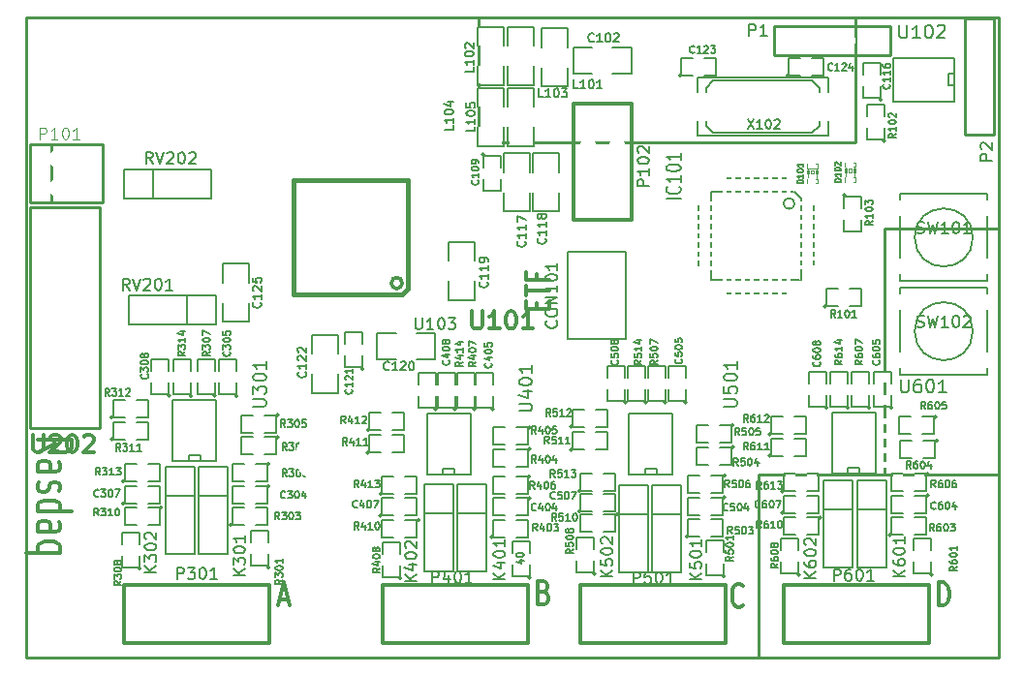
<source format=gto>
G04 (created by PCBNEW (2013-mar-13)-testing) date Thu 04 Apr 2013 06:32:20 PM CEST*
%MOIN*%
G04 Gerber Fmt 3.4, Leading zero omitted, Abs format*
%FSLAX34Y34*%
G01*
G70*
G90*
G04 APERTURE LIST*
%ADD10C,2.3622e-06*%
%ADD11C,0.012*%
%ADD12C,0.006*%
%ADD13C,0.005*%
%ADD14C,0.01*%
%ADD15C,0.0026*%
%ADD16C,0.004*%
%ADD17C,0.015*%
%ADD18C,0.0098*%
%ADD19C,0.008*%
%ADD20C,0.00590551*%
%ADD21C,0.0035*%
%ADD22C,0.0071*%
%ADD23R,0.0177787X0.0787787*%
%ADD24R,0.0787787X0.0177787*%
%ADD25C,0.0550787*%
%ADD26R,0.0551787X0.0236787*%
%ADD27R,0.0236787X0.0551787*%
%ADD28R,0.0800787X0.0600787*%
%ADD29R,0.0600787X0.0800787*%
%ADD30R,0.0350787X0.0550787*%
%ADD31R,0.0550787X0.0350787*%
%ADD32O,0.118779X0.0593787*%
%ADD33R,0.0600787X0.0600787*%
%ADD34C,0.0600787*%
%ADD35R,0.0314787X0.0314787*%
%ADD36R,0.0591787X0.0106787*%
%ADD37R,0.00987874X0.0591787*%
%ADD38C,0.0472787*%
%ADD39R,0.216579X0.0787787*%
%ADD40C,0.0591787*%
%ADD41C,0.157579*%
G04 APERTURE END LIST*
G54D10*
G54D11*
X54504Y-51314D02*
X54504Y-51114D01*
X54923Y-51028D02*
X54923Y-51314D01*
X54123Y-51314D01*
X54123Y-51028D01*
X54123Y-50857D02*
X54123Y-50514D01*
X54923Y-50685D02*
X54123Y-50685D01*
X54504Y-50114D02*
X54504Y-50314D01*
X54923Y-50314D02*
X54123Y-50314D01*
X54123Y-50028D01*
X68342Y-61523D02*
X68342Y-60723D01*
X68485Y-60723D01*
X68571Y-60761D01*
X68628Y-60838D01*
X68657Y-60914D01*
X68685Y-61066D01*
X68685Y-61180D01*
X68657Y-61333D01*
X68628Y-61409D01*
X68571Y-61485D01*
X68485Y-61523D01*
X68342Y-61523D01*
X61585Y-61497D02*
X61557Y-61535D01*
X61471Y-61573D01*
X61414Y-61573D01*
X61328Y-61535D01*
X61271Y-61459D01*
X61242Y-61383D01*
X61214Y-61230D01*
X61214Y-61116D01*
X61242Y-60964D01*
X61271Y-60888D01*
X61328Y-60811D01*
X61414Y-60773D01*
X61471Y-60773D01*
X61557Y-60811D01*
X61585Y-60850D01*
X54742Y-61054D02*
X54828Y-61092D01*
X54857Y-61130D01*
X54885Y-61207D01*
X54885Y-61321D01*
X54857Y-61397D01*
X54828Y-61435D01*
X54771Y-61473D01*
X54542Y-61473D01*
X54542Y-60673D01*
X54742Y-60673D01*
X54800Y-60711D01*
X54828Y-60750D01*
X54857Y-60826D01*
X54857Y-60902D01*
X54828Y-60978D01*
X54800Y-61016D01*
X54742Y-61054D01*
X54542Y-61054D01*
X45657Y-61295D02*
X45942Y-61295D01*
X45600Y-61523D02*
X45800Y-60723D01*
X46000Y-61523D01*
X37321Y-56250D02*
X37884Y-55987D01*
X37321Y-55800D02*
X38503Y-55800D01*
X38503Y-56100D01*
X38446Y-56175D01*
X38390Y-56212D01*
X38278Y-56250D01*
X38109Y-56250D01*
X37996Y-56212D01*
X37940Y-56175D01*
X37884Y-56100D01*
X37884Y-55800D01*
X37321Y-56925D02*
X37940Y-56925D01*
X38053Y-56887D01*
X38109Y-56812D01*
X38109Y-56662D01*
X38053Y-56587D01*
X37378Y-56925D02*
X37321Y-56850D01*
X37321Y-56662D01*
X37378Y-56587D01*
X37490Y-56550D01*
X37603Y-56550D01*
X37715Y-56587D01*
X37771Y-56662D01*
X37771Y-56850D01*
X37828Y-56925D01*
X37378Y-57262D02*
X37321Y-57337D01*
X37321Y-57487D01*
X37378Y-57562D01*
X37490Y-57600D01*
X37546Y-57600D01*
X37659Y-57562D01*
X37715Y-57487D01*
X37715Y-57375D01*
X37771Y-57300D01*
X37884Y-57262D01*
X37940Y-57262D01*
X38053Y-57300D01*
X38109Y-57375D01*
X38109Y-57487D01*
X38053Y-57562D01*
X37321Y-58274D02*
X38503Y-58274D01*
X37378Y-58274D02*
X37321Y-58199D01*
X37321Y-58049D01*
X37378Y-57974D01*
X37434Y-57937D01*
X37546Y-57899D01*
X37884Y-57899D01*
X37996Y-57937D01*
X38053Y-57974D01*
X38109Y-58049D01*
X38109Y-58199D01*
X38053Y-58274D01*
X37321Y-58987D02*
X37940Y-58987D01*
X38053Y-58949D01*
X38109Y-58874D01*
X38109Y-58724D01*
X38053Y-58649D01*
X37378Y-58987D02*
X37321Y-58912D01*
X37321Y-58724D01*
X37378Y-58649D01*
X37490Y-58612D01*
X37603Y-58612D01*
X37715Y-58649D01*
X37771Y-58724D01*
X37771Y-58912D01*
X37828Y-58987D01*
X38109Y-59699D02*
X36928Y-59699D01*
X37378Y-59699D02*
X37321Y-59624D01*
X37321Y-59474D01*
X37378Y-59399D01*
X37434Y-59362D01*
X37546Y-59324D01*
X37884Y-59324D01*
X37996Y-59362D01*
X38053Y-59399D01*
X38109Y-59474D01*
X38109Y-59624D01*
X38053Y-59699D01*
G54D12*
X60960Y-50780D02*
X60960Y-50330D01*
X63140Y-50780D02*
X63140Y-50340D01*
X60960Y-50780D02*
X63140Y-50780D01*
X60490Y-49900D02*
X60060Y-49900D01*
X60480Y-47690D02*
X60060Y-47690D01*
X60060Y-47680D02*
X60050Y-49900D01*
X64030Y-47700D02*
X64040Y-49870D01*
X63340Y-47270D02*
X60510Y-47270D01*
X64030Y-49880D02*
X63620Y-49880D01*
X63580Y-47520D02*
X63580Y-50300D01*
X60500Y-50320D02*
X63540Y-50320D01*
X60500Y-47270D02*
X60500Y-50270D01*
X63170Y-46820D02*
X60950Y-46820D01*
X60950Y-46820D02*
X60950Y-47270D01*
X63350Y-47274D02*
X63580Y-47504D01*
X63170Y-46822D02*
X63170Y-47274D01*
X63580Y-47700D02*
X64032Y-47700D01*
X63364Y-47682D02*
G75*
G03X63364Y-47682I-188J0D01*
G74*
G01*
G54D13*
X69500Y-52075D02*
G75*
G03X69500Y-52075I-1000J0D01*
G74*
G01*
X67000Y-50575D02*
X70000Y-50575D01*
X70000Y-50575D02*
X70000Y-53575D01*
X70000Y-53575D02*
X67000Y-53575D01*
X67000Y-50575D02*
X67000Y-53575D01*
X69500Y-48850D02*
G75*
G03X69500Y-48850I-1000J0D01*
G74*
G01*
X67000Y-47350D02*
X70000Y-47350D01*
X70000Y-47350D02*
X70000Y-50350D01*
X70000Y-50350D02*
X67000Y-50350D01*
X67000Y-47350D02*
X67000Y-50350D01*
X43424Y-56550D02*
X43474Y-56550D01*
X43474Y-56550D02*
X43474Y-54450D01*
X41974Y-54450D02*
X41974Y-56550D01*
X41974Y-56550D02*
X43424Y-56550D01*
X42524Y-56550D02*
X42524Y-56350D01*
X42524Y-56350D02*
X42924Y-56350D01*
X42924Y-56350D02*
X42924Y-56550D01*
X41974Y-54450D02*
X43474Y-54450D01*
X68875Y-42725D02*
X68875Y-42675D01*
X68875Y-42675D02*
X66775Y-42675D01*
X66775Y-44175D02*
X68875Y-44175D01*
X68875Y-44175D02*
X68875Y-42725D01*
X68875Y-43625D02*
X68675Y-43625D01*
X68675Y-43625D02*
X68675Y-43225D01*
X68675Y-43225D02*
X68875Y-43225D01*
X66775Y-44175D02*
X66775Y-42675D01*
X66107Y-56961D02*
X66157Y-56961D01*
X66157Y-56961D02*
X66157Y-54861D01*
X64657Y-54861D02*
X64657Y-56961D01*
X64657Y-56961D02*
X66107Y-56961D01*
X65207Y-56961D02*
X65207Y-56761D01*
X65207Y-56761D02*
X65607Y-56761D01*
X65607Y-56761D02*
X65607Y-56961D01*
X64657Y-54861D02*
X66157Y-54861D01*
X59118Y-57018D02*
X59168Y-57018D01*
X59168Y-57018D02*
X59168Y-54918D01*
X57668Y-54918D02*
X57668Y-57018D01*
X57668Y-57018D02*
X59118Y-57018D01*
X58218Y-57018D02*
X58218Y-56818D01*
X58218Y-56818D02*
X58618Y-56818D01*
X58618Y-56818D02*
X58618Y-57018D01*
X57668Y-54918D02*
X59168Y-54918D01*
X52166Y-57007D02*
X52216Y-57007D01*
X52216Y-57007D02*
X52216Y-54907D01*
X50716Y-54907D02*
X50716Y-57007D01*
X50716Y-57007D02*
X52166Y-57007D01*
X51266Y-57007D02*
X51266Y-56807D01*
X51266Y-56807D02*
X51666Y-56807D01*
X51666Y-56807D02*
X51666Y-57007D01*
X50716Y-54907D02*
X52216Y-54907D01*
X53350Y-41600D02*
X52450Y-41600D01*
X52450Y-41600D02*
X52450Y-42250D01*
X53350Y-42950D02*
X53350Y-43600D01*
X53350Y-43600D02*
X52450Y-43600D01*
X52450Y-43600D02*
X52450Y-42950D01*
X53350Y-42250D02*
X53350Y-41600D01*
X52450Y-45700D02*
X53350Y-45700D01*
X53350Y-45700D02*
X53350Y-45050D01*
X52450Y-44350D02*
X52450Y-43700D01*
X52450Y-43700D02*
X53350Y-43700D01*
X53350Y-43700D02*
X53350Y-44350D01*
X52450Y-45050D02*
X52450Y-45700D01*
X53500Y-45700D02*
X54400Y-45700D01*
X54400Y-45700D02*
X54400Y-45050D01*
X53500Y-44350D02*
X53500Y-43700D01*
X53500Y-43700D02*
X54400Y-43700D01*
X54400Y-43700D02*
X54400Y-44350D01*
X53500Y-45050D02*
X53500Y-45700D01*
X54250Y-45950D02*
X53350Y-45950D01*
X53350Y-45950D02*
X53350Y-46600D01*
X54250Y-47300D02*
X54250Y-47950D01*
X54250Y-47950D02*
X53350Y-47950D01*
X53350Y-47950D02*
X53350Y-47300D01*
X54250Y-46600D02*
X54250Y-45950D01*
X55750Y-42325D02*
X55750Y-43225D01*
X55750Y-43225D02*
X56400Y-43225D01*
X57100Y-42325D02*
X57750Y-42325D01*
X57750Y-42325D02*
X57750Y-43225D01*
X57750Y-43225D02*
X57100Y-43225D01*
X56400Y-42325D02*
X55750Y-42325D01*
X55250Y-45950D02*
X54350Y-45950D01*
X54350Y-45950D02*
X54350Y-46600D01*
X55250Y-47300D02*
X55250Y-47950D01*
X55250Y-47950D02*
X54350Y-47950D01*
X54350Y-47950D02*
X54350Y-47300D01*
X55250Y-46600D02*
X55250Y-45950D01*
X54650Y-43650D02*
X55550Y-43650D01*
X55550Y-43650D02*
X55550Y-43000D01*
X54650Y-42300D02*
X54650Y-41650D01*
X54650Y-41650D02*
X55550Y-41650D01*
X55550Y-41650D02*
X55550Y-42300D01*
X54650Y-43000D02*
X54650Y-43650D01*
X54400Y-41600D02*
X53500Y-41600D01*
X53500Y-41600D02*
X53500Y-42250D01*
X54400Y-42950D02*
X54400Y-43600D01*
X54400Y-43600D02*
X53500Y-43600D01*
X53500Y-43600D02*
X53500Y-42950D01*
X54400Y-42250D02*
X54400Y-41600D01*
X51450Y-51000D02*
X52350Y-51000D01*
X52350Y-51000D02*
X52350Y-50350D01*
X51450Y-49650D02*
X51450Y-49000D01*
X51450Y-49000D02*
X52350Y-49000D01*
X52350Y-49000D02*
X52350Y-49650D01*
X51450Y-50350D02*
X51450Y-51000D01*
X49000Y-52150D02*
X49000Y-53050D01*
X49000Y-53050D02*
X49650Y-53050D01*
X50350Y-52150D02*
X51000Y-52150D01*
X51000Y-52150D02*
X51000Y-53050D01*
X51000Y-53050D02*
X50350Y-53050D01*
X49650Y-52150D02*
X49000Y-52150D01*
X46750Y-54200D02*
X47650Y-54200D01*
X47650Y-54200D02*
X47650Y-53550D01*
X46750Y-52850D02*
X46750Y-52200D01*
X46750Y-52200D02*
X47650Y-52200D01*
X47650Y-52200D02*
X47650Y-52850D01*
X46750Y-53550D02*
X46750Y-54200D01*
X43700Y-51750D02*
X44600Y-51750D01*
X44600Y-51750D02*
X44600Y-51100D01*
X43700Y-50400D02*
X43700Y-49750D01*
X43700Y-49750D02*
X44600Y-49750D01*
X44600Y-49750D02*
X44600Y-50400D01*
X43700Y-51100D02*
X43700Y-51750D01*
X49173Y-58423D02*
G75*
G03X49173Y-58423I-50J0D01*
G74*
G01*
X49573Y-58423D02*
X49173Y-58423D01*
X49173Y-58423D02*
X49173Y-57823D01*
X49173Y-57823D02*
X49573Y-57823D01*
X49973Y-57823D02*
X50373Y-57823D01*
X50373Y-57823D02*
X50373Y-58423D01*
X50373Y-58423D02*
X49973Y-58423D01*
X52407Y-54757D02*
G75*
G03X52407Y-54757I-50J0D01*
G74*
G01*
X52357Y-54307D02*
X52357Y-54707D01*
X52357Y-54707D02*
X51757Y-54707D01*
X51757Y-54707D02*
X51757Y-54307D01*
X51757Y-53907D02*
X51757Y-53507D01*
X51757Y-53507D02*
X52357Y-53507D01*
X52357Y-53507D02*
X52357Y-53907D01*
X53037Y-54757D02*
G75*
G03X53037Y-54757I-50J0D01*
G74*
G01*
X52987Y-54307D02*
X52987Y-54707D01*
X52987Y-54707D02*
X52387Y-54707D01*
X52387Y-54707D02*
X52387Y-54307D01*
X52387Y-53907D02*
X52387Y-53507D01*
X52387Y-53507D02*
X52987Y-53507D01*
X52987Y-53507D02*
X52987Y-53907D01*
X51737Y-54757D02*
G75*
G03X51737Y-54757I-50J0D01*
G74*
G01*
X51687Y-54307D02*
X51687Y-54707D01*
X51687Y-54707D02*
X51087Y-54707D01*
X51087Y-54707D02*
X51087Y-54307D01*
X51087Y-53907D02*
X51087Y-53507D01*
X51087Y-53507D02*
X51687Y-53507D01*
X51687Y-53507D02*
X51687Y-53907D01*
X51068Y-54757D02*
G75*
G03X51068Y-54757I-50J0D01*
G74*
G01*
X51018Y-54307D02*
X51018Y-54707D01*
X51018Y-54707D02*
X50418Y-54707D01*
X50418Y-54707D02*
X50418Y-54307D01*
X50418Y-53907D02*
X50418Y-53507D01*
X50418Y-53507D02*
X51018Y-53507D01*
X51018Y-53507D02*
X51018Y-53907D01*
X64296Y-58485D02*
G75*
G03X64296Y-58485I-50J0D01*
G74*
G01*
X63796Y-58485D02*
X64196Y-58485D01*
X64196Y-58485D02*
X64196Y-59085D01*
X64196Y-59085D02*
X63796Y-59085D01*
X63396Y-59085D02*
X62996Y-59085D01*
X62996Y-59085D02*
X62996Y-58485D01*
X62996Y-58485D02*
X63396Y-58485D01*
X62996Y-57588D02*
G75*
G03X62996Y-57588I-50J0D01*
G74*
G01*
X63396Y-57588D02*
X62996Y-57588D01*
X62996Y-57588D02*
X62996Y-56988D01*
X62996Y-56988D02*
X63396Y-56988D01*
X63796Y-56988D02*
X64196Y-56988D01*
X64196Y-56988D02*
X64196Y-57588D01*
X64196Y-57588D02*
X63796Y-57588D01*
X67996Y-57737D02*
G75*
G03X67996Y-57737I-50J0D01*
G74*
G01*
X67496Y-57737D02*
X67896Y-57737D01*
X67896Y-57737D02*
X67896Y-58337D01*
X67896Y-58337D02*
X67496Y-58337D01*
X67096Y-58337D02*
X66696Y-58337D01*
X66696Y-58337D02*
X66696Y-57737D01*
X66696Y-57737D02*
X67096Y-57737D01*
X49848Y-60584D02*
G75*
G03X49848Y-60584I-50J0D01*
G74*
G01*
X49798Y-60134D02*
X49798Y-60534D01*
X49798Y-60534D02*
X49198Y-60534D01*
X49198Y-60534D02*
X49198Y-60134D01*
X49198Y-59734D02*
X49198Y-59334D01*
X49198Y-59334D02*
X49798Y-59334D01*
X49798Y-59334D02*
X49798Y-59734D01*
X48740Y-55470D02*
G75*
G03X48740Y-55470I-50J0D01*
G74*
G01*
X49140Y-55470D02*
X48740Y-55470D01*
X48740Y-55470D02*
X48740Y-54870D01*
X48740Y-54870D02*
X49140Y-54870D01*
X49540Y-54870D02*
X49940Y-54870D01*
X49940Y-54870D02*
X49940Y-55470D01*
X49940Y-55470D02*
X49540Y-55470D01*
X48740Y-56257D02*
G75*
G03X48740Y-56257I-50J0D01*
G74*
G01*
X49140Y-56257D02*
X48740Y-56257D01*
X48740Y-56257D02*
X48740Y-55657D01*
X48740Y-55657D02*
X49140Y-55657D01*
X49540Y-55657D02*
X49940Y-55657D01*
X49940Y-55657D02*
X49940Y-56257D01*
X49940Y-56257D02*
X49540Y-56257D01*
X50473Y-58571D02*
G75*
G03X50473Y-58571I-50J0D01*
G74*
G01*
X49973Y-58571D02*
X50373Y-58571D01*
X50373Y-58571D02*
X50373Y-59171D01*
X50373Y-59171D02*
X49973Y-59171D01*
X49573Y-59171D02*
X49173Y-59171D01*
X49173Y-59171D02*
X49173Y-58571D01*
X49173Y-58571D02*
X49573Y-58571D01*
X49173Y-57675D02*
G75*
G03X49173Y-57675I-50J0D01*
G74*
G01*
X49573Y-57675D02*
X49173Y-57675D01*
X49173Y-57675D02*
X49173Y-57075D01*
X49173Y-57075D02*
X49573Y-57075D01*
X49973Y-57075D02*
X50373Y-57075D01*
X50373Y-57075D02*
X50373Y-57675D01*
X50373Y-57675D02*
X49973Y-57675D01*
X54292Y-57823D02*
G75*
G03X54292Y-57823I-50J0D01*
G74*
G01*
X53792Y-57823D02*
X54192Y-57823D01*
X54192Y-57823D02*
X54192Y-58423D01*
X54192Y-58423D02*
X53792Y-58423D01*
X53392Y-58423D02*
X52992Y-58423D01*
X52992Y-58423D02*
X52992Y-57823D01*
X52992Y-57823D02*
X53392Y-57823D01*
X55731Y-56150D02*
G75*
G03X55731Y-56150I-50J0D01*
G74*
G01*
X56131Y-56150D02*
X55731Y-56150D01*
X55731Y-56150D02*
X55731Y-55550D01*
X55731Y-55550D02*
X56131Y-55550D01*
X56531Y-55550D02*
X56931Y-55550D01*
X56931Y-55550D02*
X56931Y-56150D01*
X56931Y-56150D02*
X56531Y-56150D01*
X54296Y-60544D02*
G75*
G03X54296Y-60544I-50J0D01*
G74*
G01*
X54246Y-60094D02*
X54246Y-60494D01*
X54246Y-60494D02*
X53646Y-60494D01*
X53646Y-60494D02*
X53646Y-60094D01*
X53646Y-59694D02*
X53646Y-59294D01*
X53646Y-59294D02*
X54246Y-59294D01*
X54246Y-59294D02*
X54246Y-59694D01*
X54292Y-55382D02*
G75*
G03X54292Y-55382I-50J0D01*
G74*
G01*
X53792Y-55382D02*
X54192Y-55382D01*
X54192Y-55382D02*
X54192Y-55982D01*
X54192Y-55982D02*
X53792Y-55982D01*
X53392Y-55982D02*
X52992Y-55982D01*
X52992Y-55982D02*
X52992Y-55382D01*
X52992Y-55382D02*
X53392Y-55382D01*
X54292Y-56130D02*
G75*
G03X54292Y-56130I-50J0D01*
G74*
G01*
X53792Y-56130D02*
X54192Y-56130D01*
X54192Y-56130D02*
X54192Y-56730D01*
X54192Y-56730D02*
X53792Y-56730D01*
X53392Y-56730D02*
X52992Y-56730D01*
X52992Y-56730D02*
X52992Y-56130D01*
X52992Y-56130D02*
X53392Y-56130D01*
X52992Y-59171D02*
G75*
G03X52992Y-59171I-50J0D01*
G74*
G01*
X53392Y-59171D02*
X52992Y-59171D01*
X52992Y-59171D02*
X52992Y-58571D01*
X52992Y-58571D02*
X53392Y-58571D01*
X53792Y-58571D02*
X54192Y-58571D01*
X54192Y-58571D02*
X54192Y-59171D01*
X54192Y-59171D02*
X53792Y-59171D01*
X54292Y-57075D02*
G75*
G03X54292Y-57075I-50J0D01*
G74*
G01*
X53792Y-57075D02*
X54192Y-57075D01*
X54192Y-57075D02*
X54192Y-57675D01*
X54192Y-57675D02*
X53792Y-57675D01*
X53392Y-57675D02*
X52992Y-57675D01*
X52992Y-57675D02*
X52992Y-57075D01*
X52992Y-57075D02*
X53392Y-57075D01*
X62562Y-56368D02*
G75*
G03X62562Y-56368I-50J0D01*
G74*
G01*
X62962Y-56368D02*
X62562Y-56368D01*
X62562Y-56368D02*
X62562Y-55768D01*
X62562Y-55768D02*
X62962Y-55768D01*
X63362Y-55768D02*
X63762Y-55768D01*
X63762Y-55768D02*
X63762Y-56368D01*
X63762Y-56368D02*
X63362Y-56368D01*
X68272Y-55020D02*
G75*
G03X68272Y-55020I-50J0D01*
G74*
G01*
X67772Y-55020D02*
X68172Y-55020D01*
X68172Y-55020D02*
X68172Y-55620D01*
X68172Y-55620D02*
X67772Y-55620D01*
X67372Y-55620D02*
X66972Y-55620D01*
X66972Y-55620D02*
X66972Y-55020D01*
X66972Y-55020D02*
X67372Y-55020D01*
X68311Y-55847D02*
G75*
G03X68311Y-55847I-50J0D01*
G74*
G01*
X67811Y-55847D02*
X68211Y-55847D01*
X68211Y-55847D02*
X68211Y-56447D01*
X68211Y-56447D02*
X67811Y-56447D01*
X67411Y-56447D02*
X67011Y-56447D01*
X67011Y-56447D02*
X67011Y-55847D01*
X67011Y-55847D02*
X67411Y-55847D01*
X66696Y-59085D02*
G75*
G03X66696Y-59085I-50J0D01*
G74*
G01*
X67096Y-59085D02*
X66696Y-59085D01*
X66696Y-59085D02*
X66696Y-58485D01*
X66696Y-58485D02*
X67096Y-58485D01*
X67496Y-58485D02*
X67896Y-58485D01*
X67896Y-58485D02*
X67896Y-59085D01*
X67896Y-59085D02*
X67496Y-59085D01*
X67996Y-56988D02*
G75*
G03X67996Y-56988I-50J0D01*
G74*
G01*
X67496Y-56988D02*
X67896Y-56988D01*
X67896Y-56988D02*
X67896Y-57588D01*
X67896Y-57588D02*
X67496Y-57588D01*
X67096Y-57588D02*
X66696Y-57588D01*
X66696Y-57588D02*
X66696Y-56988D01*
X66696Y-56988D02*
X67096Y-56988D01*
X68119Y-60458D02*
G75*
G03X68119Y-60458I-50J0D01*
G74*
G01*
X68069Y-60008D02*
X68069Y-60408D01*
X68069Y-60408D02*
X67469Y-60408D01*
X67469Y-60408D02*
X67469Y-60008D01*
X67469Y-59608D02*
X67469Y-59208D01*
X67469Y-59208D02*
X68069Y-59208D01*
X68069Y-59208D02*
X68069Y-59608D01*
X57587Y-54531D02*
G75*
G03X57587Y-54531I-50J0D01*
G74*
G01*
X57537Y-54081D02*
X57537Y-54481D01*
X57537Y-54481D02*
X56937Y-54481D01*
X56937Y-54481D02*
X56937Y-54081D01*
X56937Y-53681D02*
X56937Y-53281D01*
X56937Y-53281D02*
X57537Y-53281D01*
X57537Y-53281D02*
X57537Y-53681D01*
X58295Y-54531D02*
G75*
G03X58295Y-54531I-50J0D01*
G74*
G01*
X58245Y-54081D02*
X58245Y-54481D01*
X58245Y-54481D02*
X57645Y-54481D01*
X57645Y-54481D02*
X57645Y-54081D01*
X57645Y-53681D02*
X57645Y-53281D01*
X57645Y-53281D02*
X58245Y-53281D01*
X58245Y-53281D02*
X58245Y-53681D01*
X59673Y-54531D02*
G75*
G03X59673Y-54531I-50J0D01*
G74*
G01*
X59623Y-54081D02*
X59623Y-54481D01*
X59623Y-54481D02*
X59023Y-54481D01*
X59023Y-54481D02*
X59023Y-54081D01*
X59023Y-53681D02*
X59023Y-53281D01*
X59023Y-53281D02*
X59623Y-53281D01*
X59623Y-53281D02*
X59623Y-53681D01*
X58964Y-54531D02*
G75*
G03X58964Y-54531I-50J0D01*
G74*
G01*
X58914Y-54081D02*
X58914Y-54481D01*
X58914Y-54481D02*
X58314Y-54481D01*
X58314Y-54481D02*
X58314Y-54081D01*
X58314Y-53681D02*
X58314Y-53281D01*
X58314Y-53281D02*
X58914Y-53281D01*
X58914Y-53281D02*
X58914Y-53681D01*
X56007Y-58276D02*
G75*
G03X56007Y-58276I-50J0D01*
G74*
G01*
X56407Y-58276D02*
X56007Y-58276D01*
X56007Y-58276D02*
X56007Y-57676D01*
X56007Y-57676D02*
X56407Y-57676D01*
X56807Y-57676D02*
X57207Y-57676D01*
X57207Y-57676D02*
X57207Y-58276D01*
X57207Y-58276D02*
X56807Y-58276D01*
X61007Y-57046D02*
G75*
G03X61007Y-57046I-50J0D01*
G74*
G01*
X60507Y-57046D02*
X60907Y-57046D01*
X60907Y-57046D02*
X60907Y-57646D01*
X60907Y-57646D02*
X60507Y-57646D01*
X60107Y-57646D02*
X59707Y-57646D01*
X59707Y-57646D02*
X59707Y-57046D01*
X59707Y-57046D02*
X60107Y-57046D01*
X56524Y-60437D02*
G75*
G03X56524Y-60437I-50J0D01*
G74*
G01*
X56474Y-59987D02*
X56474Y-60387D01*
X56474Y-60387D02*
X55874Y-60387D01*
X55874Y-60387D02*
X55874Y-59987D01*
X55874Y-59587D02*
X55874Y-59187D01*
X55874Y-59187D02*
X56474Y-59187D01*
X56474Y-59187D02*
X56474Y-59587D01*
X55731Y-55362D02*
G75*
G03X55731Y-55362I-50J0D01*
G74*
G01*
X56131Y-55362D02*
X55731Y-55362D01*
X55731Y-55362D02*
X55731Y-54762D01*
X55731Y-54762D02*
X56131Y-54762D01*
X56531Y-54762D02*
X56931Y-54762D01*
X56931Y-54762D02*
X56931Y-55362D01*
X56931Y-55362D02*
X56531Y-55362D01*
X41613Y-58153D02*
G75*
G03X41613Y-58153I-50J0D01*
G74*
G01*
X41113Y-58153D02*
X41513Y-58153D01*
X41513Y-58153D02*
X41513Y-58753D01*
X41513Y-58753D02*
X41113Y-58753D01*
X40713Y-58753D02*
X40313Y-58753D01*
X40313Y-58753D02*
X40313Y-58153D01*
X40313Y-58153D02*
X40713Y-58153D01*
X57307Y-58385D02*
G75*
G03X57307Y-58385I-50J0D01*
G74*
G01*
X56807Y-58385D02*
X57207Y-58385D01*
X57207Y-58385D02*
X57207Y-58985D01*
X57207Y-58985D02*
X56807Y-58985D01*
X56407Y-58985D02*
X56007Y-58985D01*
X56007Y-58985D02*
X56007Y-58385D01*
X56007Y-58385D02*
X56407Y-58385D01*
X56007Y-57567D02*
G75*
G03X56007Y-57567I-50J0D01*
G74*
G01*
X56407Y-57567D02*
X56007Y-57567D01*
X56007Y-57567D02*
X56007Y-56967D01*
X56007Y-56967D02*
X56407Y-56967D01*
X56807Y-56967D02*
X57207Y-56967D01*
X57207Y-56967D02*
X57207Y-57567D01*
X57207Y-57567D02*
X56807Y-57567D01*
X61007Y-57794D02*
G75*
G03X61007Y-57794I-50J0D01*
G74*
G01*
X60507Y-57794D02*
X60907Y-57794D01*
X60907Y-57794D02*
X60907Y-58394D01*
X60907Y-58394D02*
X60507Y-58394D01*
X60107Y-58394D02*
X59707Y-58394D01*
X59707Y-58394D02*
X59707Y-57794D01*
X59707Y-57794D02*
X60107Y-57794D01*
X60972Y-60516D02*
G75*
G03X60972Y-60516I-50J0D01*
G74*
G01*
X60922Y-60066D02*
X60922Y-60466D01*
X60922Y-60466D02*
X60322Y-60466D01*
X60322Y-60466D02*
X60322Y-60066D01*
X60322Y-59666D02*
X60322Y-59266D01*
X60322Y-59266D02*
X60922Y-59266D01*
X60922Y-59266D02*
X60922Y-59666D01*
X61283Y-55314D02*
G75*
G03X61283Y-55314I-50J0D01*
G74*
G01*
X60783Y-55314D02*
X61183Y-55314D01*
X61183Y-55314D02*
X61183Y-55914D01*
X61183Y-55914D02*
X60783Y-55914D01*
X60383Y-55914D02*
X59983Y-55914D01*
X59983Y-55914D02*
X59983Y-55314D01*
X59983Y-55314D02*
X60383Y-55314D01*
X61283Y-56062D02*
G75*
G03X61283Y-56062I-50J0D01*
G74*
G01*
X60783Y-56062D02*
X61183Y-56062D01*
X61183Y-56062D02*
X61183Y-56662D01*
X61183Y-56662D02*
X60783Y-56662D01*
X60383Y-56662D02*
X59983Y-56662D01*
X59983Y-56662D02*
X59983Y-56062D01*
X59983Y-56062D02*
X60383Y-56062D01*
X59707Y-59142D02*
G75*
G03X59707Y-59142I-50J0D01*
G74*
G01*
X60107Y-59142D02*
X59707Y-59142D01*
X59707Y-59142D02*
X59707Y-58542D01*
X59707Y-58542D02*
X60107Y-58542D01*
X60507Y-58542D02*
X60907Y-58542D01*
X60907Y-58542D02*
X60907Y-59142D01*
X60907Y-59142D02*
X60507Y-59142D01*
X66375Y-44100D02*
G75*
G03X66375Y-44100I-50J0D01*
G74*
G01*
X66325Y-43650D02*
X66325Y-44050D01*
X66325Y-44050D02*
X65725Y-44050D01*
X65725Y-44050D02*
X65725Y-43650D01*
X65725Y-43250D02*
X65725Y-42850D01*
X65725Y-42850D02*
X66325Y-42850D01*
X66325Y-42850D02*
X66325Y-43250D01*
X62562Y-55620D02*
G75*
G03X62562Y-55620I-50J0D01*
G74*
G01*
X62962Y-55620D02*
X62562Y-55620D01*
X62562Y-55620D02*
X62562Y-55020D01*
X62562Y-55020D02*
X62962Y-55020D01*
X63362Y-55020D02*
X63762Y-55020D01*
X63762Y-55020D02*
X63762Y-55620D01*
X63762Y-55620D02*
X63362Y-55620D01*
X63552Y-60458D02*
G75*
G03X63552Y-60458I-50J0D01*
G74*
G01*
X63502Y-60008D02*
X63502Y-60408D01*
X63502Y-60408D02*
X62902Y-60408D01*
X62902Y-60408D02*
X62902Y-60008D01*
X62902Y-59608D02*
X62902Y-59208D01*
X62902Y-59208D02*
X63502Y-59208D01*
X63502Y-59208D02*
X63502Y-59608D01*
X62996Y-58337D02*
G75*
G03X62996Y-58337I-50J0D01*
G74*
G01*
X63396Y-58337D02*
X62996Y-58337D01*
X62996Y-58337D02*
X62996Y-57737D01*
X62996Y-57737D02*
X63396Y-57737D01*
X63796Y-57737D02*
X64196Y-57737D01*
X64196Y-57737D02*
X64196Y-58337D01*
X64196Y-58337D02*
X63796Y-58337D01*
X65993Y-54710D02*
G75*
G03X65993Y-54710I-50J0D01*
G74*
G01*
X65943Y-54260D02*
X65943Y-54660D01*
X65943Y-54660D02*
X65343Y-54660D01*
X65343Y-54660D02*
X65343Y-54260D01*
X65343Y-53860D02*
X65343Y-53460D01*
X65343Y-53460D02*
X65943Y-53460D01*
X65943Y-53460D02*
X65943Y-53860D01*
X66741Y-54710D02*
G75*
G03X66741Y-54710I-50J0D01*
G74*
G01*
X66691Y-54260D02*
X66691Y-54660D01*
X66691Y-54660D02*
X66091Y-54660D01*
X66091Y-54660D02*
X66091Y-54260D01*
X66091Y-53860D02*
X66091Y-53460D01*
X66091Y-53460D02*
X66691Y-53460D01*
X66691Y-53460D02*
X66691Y-53860D01*
X66500Y-45525D02*
G75*
G03X66500Y-45525I-50J0D01*
G74*
G01*
X66450Y-45075D02*
X66450Y-45475D01*
X66450Y-45475D02*
X65850Y-45475D01*
X65850Y-45475D02*
X65850Y-45075D01*
X65850Y-44675D02*
X65850Y-44275D01*
X65850Y-44275D02*
X66450Y-44275D01*
X66450Y-44275D02*
X66450Y-44675D01*
X64450Y-51225D02*
G75*
G03X64450Y-51225I-50J0D01*
G74*
G01*
X64850Y-51225D02*
X64450Y-51225D01*
X64450Y-51225D02*
X64450Y-50625D01*
X64450Y-50625D02*
X64850Y-50625D01*
X65250Y-50625D02*
X65650Y-50625D01*
X65650Y-50625D02*
X65650Y-51225D01*
X65650Y-51225D02*
X65250Y-51225D01*
X65245Y-54710D02*
G75*
G03X65245Y-54710I-50J0D01*
G74*
G01*
X65195Y-54260D02*
X65195Y-54660D01*
X65195Y-54660D02*
X64595Y-54660D01*
X64595Y-54660D02*
X64595Y-54260D01*
X64595Y-53860D02*
X64595Y-53460D01*
X64595Y-53460D02*
X65195Y-53460D01*
X65195Y-53460D02*
X65195Y-53860D01*
X65125Y-47400D02*
G75*
G03X65125Y-47400I-50J0D01*
G74*
G01*
X65075Y-47850D02*
X65075Y-47450D01*
X65075Y-47450D02*
X65675Y-47450D01*
X65675Y-47450D02*
X65675Y-47850D01*
X65675Y-48250D02*
X65675Y-48650D01*
X65675Y-48650D02*
X65075Y-48650D01*
X65075Y-48650D02*
X65075Y-48250D01*
X64497Y-54710D02*
G75*
G03X64497Y-54710I-50J0D01*
G74*
G01*
X64447Y-54260D02*
X64447Y-54660D01*
X64447Y-54660D02*
X63847Y-54660D01*
X63847Y-54660D02*
X63847Y-54260D01*
X63847Y-53860D02*
X63847Y-53460D01*
X63847Y-53460D02*
X64447Y-53460D01*
X64447Y-53460D02*
X64447Y-53860D01*
X63175Y-43275D02*
G75*
G03X63175Y-43275I-50J0D01*
G74*
G01*
X63575Y-43275D02*
X63175Y-43275D01*
X63175Y-43275D02*
X63175Y-42675D01*
X63175Y-42675D02*
X63575Y-42675D01*
X63975Y-42675D02*
X64375Y-42675D01*
X64375Y-42675D02*
X64375Y-43275D01*
X64375Y-43275D02*
X63975Y-43275D01*
X59475Y-43275D02*
G75*
G03X59475Y-43275I-50J0D01*
G74*
G01*
X59875Y-43275D02*
X59475Y-43275D01*
X59475Y-43275D02*
X59475Y-42675D01*
X59475Y-42675D02*
X59875Y-42675D01*
X60275Y-42675D02*
X60675Y-42675D01*
X60675Y-42675D02*
X60675Y-43275D01*
X60675Y-43275D02*
X60275Y-43275D01*
X48550Y-53375D02*
G75*
G03X48550Y-53375I-50J0D01*
G74*
G01*
X48500Y-52925D02*
X48500Y-53325D01*
X48500Y-53325D02*
X47900Y-53325D01*
X47900Y-53325D02*
X47900Y-52925D01*
X47900Y-52525D02*
X47900Y-52125D01*
X47900Y-52125D02*
X48500Y-52125D01*
X48500Y-52125D02*
X48500Y-52525D01*
X52700Y-46000D02*
G75*
G03X52700Y-46000I-50J0D01*
G74*
G01*
X52650Y-46450D02*
X52650Y-46050D01*
X52650Y-46050D02*
X53250Y-46050D01*
X53250Y-46050D02*
X53250Y-46450D01*
X53250Y-46850D02*
X53250Y-47250D01*
X53250Y-47250D02*
X52650Y-47250D01*
X52650Y-47250D02*
X52650Y-46850D01*
X39919Y-55800D02*
G75*
G03X39919Y-55800I-50J0D01*
G74*
G01*
X40319Y-55800D02*
X39919Y-55800D01*
X39919Y-55800D02*
X39919Y-55200D01*
X39919Y-55200D02*
X40319Y-55200D01*
X40719Y-55200D02*
X41119Y-55200D01*
X41119Y-55200D02*
X41119Y-55800D01*
X41119Y-55800D02*
X40719Y-55800D01*
X41893Y-54300D02*
G75*
G03X41893Y-54300I-50J0D01*
G74*
G01*
X41843Y-53850D02*
X41843Y-54250D01*
X41843Y-54250D02*
X41243Y-54250D01*
X41243Y-54250D02*
X41243Y-53850D01*
X41243Y-53450D02*
X41243Y-53050D01*
X41243Y-53050D02*
X41843Y-53050D01*
X41843Y-53050D02*
X41843Y-53450D01*
X42641Y-54300D02*
G75*
G03X42641Y-54300I-50J0D01*
G74*
G01*
X42591Y-53850D02*
X42591Y-54250D01*
X42591Y-54250D02*
X41991Y-54250D01*
X41991Y-54250D02*
X41991Y-53850D01*
X41991Y-53450D02*
X41991Y-53050D01*
X41991Y-53050D02*
X42591Y-53050D01*
X42591Y-53050D02*
X42591Y-53450D01*
X44216Y-54300D02*
G75*
G03X44216Y-54300I-50J0D01*
G74*
G01*
X44166Y-53850D02*
X44166Y-54250D01*
X44166Y-54250D02*
X43566Y-54250D01*
X43566Y-54250D02*
X43566Y-53850D01*
X43566Y-53450D02*
X43566Y-53050D01*
X43566Y-53050D02*
X44166Y-53050D01*
X44166Y-53050D02*
X44166Y-53450D01*
X43468Y-54300D02*
G75*
G03X43468Y-54300I-50J0D01*
G74*
G01*
X43418Y-53850D02*
X43418Y-54250D01*
X43418Y-54250D02*
X42818Y-54250D01*
X42818Y-54250D02*
X42818Y-53850D01*
X42818Y-53450D02*
X42818Y-53050D01*
X42818Y-53050D02*
X43418Y-53050D01*
X43418Y-53050D02*
X43418Y-53450D01*
X40313Y-58005D02*
G75*
G03X40313Y-58005I-50J0D01*
G74*
G01*
X40713Y-58005D02*
X40313Y-58005D01*
X40313Y-58005D02*
X40313Y-57405D01*
X40313Y-57405D02*
X40713Y-57405D01*
X41113Y-57405D02*
X41513Y-57405D01*
X41513Y-57405D02*
X41513Y-58005D01*
X41513Y-58005D02*
X41113Y-58005D01*
X40869Y-60244D02*
G75*
G03X40869Y-60244I-50J0D01*
G74*
G01*
X40819Y-59794D02*
X40819Y-60194D01*
X40819Y-60194D02*
X40219Y-60194D01*
X40219Y-60194D02*
X40219Y-59794D01*
X40219Y-59394D02*
X40219Y-58994D01*
X40219Y-58994D02*
X40819Y-58994D01*
X40819Y-58994D02*
X40819Y-59394D01*
X39919Y-55052D02*
G75*
G03X39919Y-55052I-50J0D01*
G74*
G01*
X40319Y-55052D02*
X39919Y-55052D01*
X39919Y-55052D02*
X39919Y-54452D01*
X39919Y-54452D02*
X40319Y-54452D01*
X40719Y-54452D02*
X41119Y-54452D01*
X41119Y-54452D02*
X41119Y-55052D01*
X41119Y-55052D02*
X40719Y-55052D01*
X45314Y-56657D02*
G75*
G03X45314Y-56657I-50J0D01*
G74*
G01*
X44814Y-56657D02*
X45214Y-56657D01*
X45214Y-56657D02*
X45214Y-57257D01*
X45214Y-57257D02*
X44814Y-57257D01*
X44414Y-57257D02*
X44014Y-57257D01*
X44014Y-57257D02*
X44014Y-56657D01*
X44014Y-56657D02*
X44414Y-56657D01*
X44014Y-58753D02*
G75*
G03X44014Y-58753I-50J0D01*
G74*
G01*
X44414Y-58753D02*
X44014Y-58753D01*
X44014Y-58753D02*
X44014Y-58153D01*
X44014Y-58153D02*
X44414Y-58153D01*
X44814Y-58153D02*
X45214Y-58153D01*
X45214Y-58153D02*
X45214Y-58753D01*
X45214Y-58753D02*
X44814Y-58753D01*
X45629Y-55712D02*
G75*
G03X45629Y-55712I-50J0D01*
G74*
G01*
X45129Y-55712D02*
X45529Y-55712D01*
X45529Y-55712D02*
X45529Y-56312D01*
X45529Y-56312D02*
X45129Y-56312D01*
X44729Y-56312D02*
X44329Y-56312D01*
X44329Y-56312D02*
X44329Y-55712D01*
X44329Y-55712D02*
X44729Y-55712D01*
X45629Y-54964D02*
G75*
G03X45629Y-54964I-50J0D01*
G74*
G01*
X45129Y-54964D02*
X45529Y-54964D01*
X45529Y-54964D02*
X45529Y-55564D01*
X45529Y-55564D02*
X45129Y-55564D01*
X44729Y-55564D02*
X44329Y-55564D01*
X44329Y-55564D02*
X44329Y-54964D01*
X44329Y-54964D02*
X44729Y-54964D01*
X45318Y-60205D02*
G75*
G03X45318Y-60205I-50J0D01*
G74*
G01*
X45268Y-59755D02*
X45268Y-60155D01*
X45268Y-60155D02*
X44668Y-60155D01*
X44668Y-60155D02*
X44668Y-59755D01*
X44668Y-59355D02*
X44668Y-58955D01*
X44668Y-58955D02*
X45268Y-58955D01*
X45268Y-58955D02*
X45268Y-59355D01*
X45314Y-57405D02*
G75*
G03X45314Y-57405I-50J0D01*
G74*
G01*
X44814Y-57405D02*
X45214Y-57405D01*
X45214Y-57405D02*
X45214Y-58005D01*
X45214Y-58005D02*
X44814Y-58005D01*
X44414Y-58005D02*
X44014Y-58005D01*
X44014Y-58005D02*
X44014Y-57405D01*
X44014Y-57405D02*
X44414Y-57405D01*
X40313Y-57257D02*
G75*
G03X40313Y-57257I-50J0D01*
G74*
G01*
X40713Y-57257D02*
X40313Y-57257D01*
X40313Y-57257D02*
X40313Y-56657D01*
X40313Y-56657D02*
X40713Y-56657D01*
X41113Y-56657D02*
X41513Y-56657D01*
X41513Y-56657D02*
X41513Y-57257D01*
X41513Y-57257D02*
X41113Y-57257D01*
G54D14*
X37800Y-45650D02*
X37800Y-47650D01*
X39550Y-45650D02*
X39550Y-47650D01*
X37050Y-47650D02*
X37050Y-45650D01*
X37050Y-47650D02*
X39550Y-47650D01*
X37050Y-45650D02*
X39550Y-45650D01*
G54D11*
X67985Y-62811D02*
X62985Y-62811D01*
X62985Y-62811D02*
X62985Y-60811D01*
X62985Y-60811D02*
X67985Y-60811D01*
X67985Y-60811D02*
X67985Y-62811D01*
X54202Y-62811D02*
X49202Y-62811D01*
X49202Y-62811D02*
X49202Y-60811D01*
X49202Y-60811D02*
X54202Y-60811D01*
X54202Y-60811D02*
X54202Y-62811D01*
X60996Y-62811D02*
X55996Y-62811D01*
X55996Y-62811D02*
X55996Y-60811D01*
X55996Y-60811D02*
X60996Y-60811D01*
X60996Y-60811D02*
X60996Y-62811D01*
X45300Y-62811D02*
X40300Y-62811D01*
X40300Y-62811D02*
X40300Y-60811D01*
X40300Y-60811D02*
X45300Y-60811D01*
X45300Y-60811D02*
X45300Y-62811D01*
X55750Y-48250D02*
X55750Y-44250D01*
X55750Y-44250D02*
X57750Y-44250D01*
X57750Y-44250D02*
X57750Y-48250D01*
X57750Y-48250D02*
X55750Y-48250D01*
G54D12*
X40300Y-47500D02*
X40300Y-46500D01*
X40300Y-46500D02*
X43300Y-46500D01*
X43300Y-46500D02*
X43300Y-47500D01*
X43300Y-47500D02*
X40300Y-47500D01*
X41300Y-46500D02*
X41300Y-47500D01*
X65525Y-57200D02*
X66525Y-57200D01*
X66525Y-57200D02*
X66525Y-60200D01*
X66525Y-60200D02*
X65525Y-60200D01*
X65525Y-60200D02*
X65525Y-57200D01*
X66525Y-58200D02*
X65525Y-58200D01*
X64375Y-57200D02*
X65375Y-57200D01*
X65375Y-57200D02*
X65375Y-60200D01*
X65375Y-60200D02*
X64375Y-60200D01*
X64375Y-60200D02*
X64375Y-57200D01*
X65375Y-58200D02*
X64375Y-58200D01*
X43450Y-50850D02*
X43450Y-51850D01*
X43450Y-51850D02*
X40450Y-51850D01*
X40450Y-51850D02*
X40450Y-50850D01*
X40450Y-50850D02*
X43450Y-50850D01*
X42450Y-51850D02*
X42450Y-50850D01*
X41712Y-56756D02*
X42712Y-56756D01*
X42712Y-56756D02*
X42712Y-59756D01*
X42712Y-59756D02*
X41712Y-59756D01*
X41712Y-59756D02*
X41712Y-56756D01*
X42712Y-57756D02*
X41712Y-57756D01*
X42854Y-56756D02*
X43854Y-56756D01*
X43854Y-56756D02*
X43854Y-59756D01*
X43854Y-59756D02*
X42854Y-59756D01*
X42854Y-59756D02*
X42854Y-56756D01*
X43854Y-57756D02*
X42854Y-57756D01*
X50612Y-57331D02*
X51612Y-57331D01*
X51612Y-57331D02*
X51612Y-60331D01*
X51612Y-60331D02*
X50612Y-60331D01*
X50612Y-60331D02*
X50612Y-57331D01*
X51612Y-58331D02*
X50612Y-58331D01*
X51753Y-57331D02*
X52753Y-57331D01*
X52753Y-57331D02*
X52753Y-60331D01*
X52753Y-60331D02*
X51753Y-60331D01*
X51753Y-60331D02*
X51753Y-57331D01*
X52753Y-58331D02*
X51753Y-58331D01*
X57327Y-57381D02*
X58327Y-57381D01*
X58327Y-57381D02*
X58327Y-60381D01*
X58327Y-60381D02*
X57327Y-60381D01*
X57327Y-60381D02*
X57327Y-57381D01*
X58327Y-58381D02*
X57327Y-58381D01*
X58469Y-57381D02*
X59469Y-57381D01*
X59469Y-57381D02*
X59469Y-60381D01*
X59469Y-60381D02*
X58469Y-60381D01*
X58469Y-60381D02*
X58469Y-57381D01*
X59469Y-58381D02*
X58469Y-58381D01*
G54D15*
X65098Y-46423D02*
X65452Y-46423D01*
X65452Y-46423D02*
X65452Y-46266D01*
X65098Y-46266D02*
X65452Y-46266D01*
X65098Y-46423D02*
X65098Y-46266D01*
X65098Y-46934D02*
X65452Y-46934D01*
X65452Y-46934D02*
X65452Y-46777D01*
X65098Y-46777D02*
X65452Y-46777D01*
X65098Y-46934D02*
X65098Y-46777D01*
X65098Y-46600D02*
X65157Y-46600D01*
X65157Y-46600D02*
X65157Y-46482D01*
X65098Y-46482D02*
X65157Y-46482D01*
X65098Y-46600D02*
X65098Y-46482D01*
X65393Y-46600D02*
X65452Y-46600D01*
X65452Y-46600D02*
X65452Y-46482D01*
X65393Y-46482D02*
X65452Y-46482D01*
X65393Y-46600D02*
X65393Y-46482D01*
X65216Y-46600D02*
X65334Y-46600D01*
X65334Y-46600D02*
X65334Y-46482D01*
X65216Y-46482D02*
X65334Y-46482D01*
X65216Y-46600D02*
X65216Y-46482D01*
G54D16*
X65118Y-46423D02*
X65118Y-46777D01*
X65432Y-46423D02*
X65432Y-46777D01*
G54D15*
X63798Y-46473D02*
X64152Y-46473D01*
X64152Y-46473D02*
X64152Y-46316D01*
X63798Y-46316D02*
X64152Y-46316D01*
X63798Y-46473D02*
X63798Y-46316D01*
X63798Y-46984D02*
X64152Y-46984D01*
X64152Y-46984D02*
X64152Y-46827D01*
X63798Y-46827D02*
X64152Y-46827D01*
X63798Y-46984D02*
X63798Y-46827D01*
X63798Y-46650D02*
X63857Y-46650D01*
X63857Y-46650D02*
X63857Y-46532D01*
X63798Y-46532D02*
X63857Y-46532D01*
X63798Y-46650D02*
X63798Y-46532D01*
X64093Y-46650D02*
X64152Y-46650D01*
X64152Y-46650D02*
X64152Y-46532D01*
X64093Y-46532D02*
X64152Y-46532D01*
X64093Y-46650D02*
X64093Y-46532D01*
X63916Y-46650D02*
X64034Y-46650D01*
X64034Y-46650D02*
X64034Y-46532D01*
X63916Y-46532D02*
X64034Y-46532D01*
X63916Y-46650D02*
X63916Y-46532D01*
G54D16*
X63818Y-46473D02*
X63818Y-46827D01*
X64132Y-46473D02*
X64132Y-46827D01*
G54D17*
X50069Y-50622D02*
X50069Y-46881D01*
X46131Y-50819D02*
X49872Y-50819D01*
X49872Y-50819D02*
X50069Y-50622D01*
X46131Y-46881D02*
X50069Y-46881D01*
X46131Y-50819D02*
X46131Y-46881D01*
G54D11*
X49869Y-50419D02*
G75*
G03X49869Y-50419I-188J0D01*
G74*
G01*
G54D18*
X39449Y-47801D02*
X39449Y-55399D01*
X39449Y-55399D02*
X37051Y-55399D01*
X37051Y-55399D02*
X37051Y-47801D01*
X37051Y-47801D02*
X39449Y-47801D01*
G54D19*
X57550Y-49350D02*
X57550Y-52350D01*
X55550Y-52350D02*
X55550Y-49350D01*
X55550Y-49350D02*
X57550Y-49350D01*
X57550Y-52350D02*
X55550Y-52350D01*
G54D20*
X64225Y-45000D02*
X64225Y-44850D01*
X64225Y-43700D02*
X64225Y-43850D01*
X60325Y-43700D02*
X60325Y-43850D01*
X60325Y-45000D02*
X60325Y-44850D01*
X60025Y-45350D02*
X60025Y-44850D01*
X60025Y-43350D02*
X60025Y-43850D01*
X64525Y-43350D02*
X64525Y-43850D01*
X64525Y-45350D02*
X64525Y-44850D01*
X64225Y-43700D02*
X63975Y-43450D01*
X63975Y-43450D02*
X60575Y-43450D01*
X60575Y-43450D02*
X60325Y-43700D01*
X60325Y-45000D02*
X60575Y-45250D01*
X60575Y-45250D02*
X63975Y-45250D01*
X63975Y-45250D02*
X64225Y-45000D01*
X60025Y-43350D02*
X64525Y-43350D01*
X64525Y-45350D02*
X60025Y-45350D01*
G54D14*
X62650Y-41575D02*
X66650Y-41575D01*
X62650Y-42575D02*
X66650Y-42575D01*
X66650Y-42575D02*
X66650Y-41575D01*
X62650Y-41575D02*
X62650Y-42575D01*
X70225Y-41300D02*
X70225Y-45300D01*
X69225Y-41300D02*
X69225Y-45300D01*
X69225Y-45300D02*
X70225Y-45300D01*
X70225Y-41300D02*
X69225Y-41300D01*
G54D18*
X52480Y-41260D02*
X52480Y-45590D01*
X52480Y-45590D02*
X65472Y-45590D01*
X65472Y-45590D02*
X65472Y-41260D01*
X66456Y-57008D02*
X66456Y-48543D01*
X66456Y-48543D02*
X70393Y-48543D01*
X62125Y-63307D02*
X62125Y-57008D01*
X62125Y-57008D02*
X70393Y-57008D01*
X36929Y-41260D02*
X36929Y-63307D01*
X36929Y-63307D02*
X70393Y-63307D01*
X70393Y-63307D02*
X70393Y-41260D01*
X70393Y-41260D02*
X36929Y-41260D01*
G54D19*
X59452Y-47521D02*
X58952Y-47521D01*
X59404Y-47102D02*
X59428Y-47121D01*
X59452Y-47178D01*
X59452Y-47216D01*
X59428Y-47273D01*
X59380Y-47311D01*
X59333Y-47330D01*
X59238Y-47349D01*
X59166Y-47349D01*
X59071Y-47330D01*
X59023Y-47311D01*
X58976Y-47273D01*
X58952Y-47216D01*
X58952Y-47178D01*
X58976Y-47121D01*
X59000Y-47102D01*
X59452Y-46721D02*
X59452Y-46949D01*
X59452Y-46835D02*
X58952Y-46835D01*
X59023Y-46873D01*
X59071Y-46911D01*
X59095Y-46949D01*
X58952Y-46473D02*
X58952Y-46435D01*
X58976Y-46397D01*
X59000Y-46378D01*
X59047Y-46359D01*
X59142Y-46340D01*
X59261Y-46340D01*
X59357Y-46359D01*
X59404Y-46378D01*
X59428Y-46397D01*
X59452Y-46435D01*
X59452Y-46473D01*
X59428Y-46511D01*
X59404Y-46530D01*
X59357Y-46549D01*
X59261Y-46569D01*
X59142Y-46569D01*
X59047Y-46549D01*
X59000Y-46530D01*
X58976Y-46511D01*
X58952Y-46473D01*
X59452Y-45959D02*
X59452Y-46188D01*
X59452Y-46073D02*
X58952Y-46073D01*
X59023Y-46111D01*
X59071Y-46149D01*
X59095Y-46188D01*
X67585Y-51917D02*
X67642Y-51936D01*
X67738Y-51936D01*
X67776Y-51917D01*
X67795Y-51898D01*
X67814Y-51860D01*
X67814Y-51822D01*
X67795Y-51784D01*
X67776Y-51765D01*
X67738Y-51746D01*
X67661Y-51727D01*
X67623Y-51708D01*
X67604Y-51689D01*
X67585Y-51651D01*
X67585Y-51613D01*
X67604Y-51575D01*
X67623Y-51555D01*
X67661Y-51536D01*
X67757Y-51536D01*
X67814Y-51555D01*
X67947Y-51536D02*
X68042Y-51936D01*
X68119Y-51651D01*
X68195Y-51936D01*
X68290Y-51536D01*
X68652Y-51936D02*
X68423Y-51936D01*
X68538Y-51936D02*
X68538Y-51536D01*
X68500Y-51594D01*
X68461Y-51632D01*
X68423Y-51651D01*
X68900Y-51536D02*
X68938Y-51536D01*
X68976Y-51555D01*
X68995Y-51575D01*
X69014Y-51613D01*
X69033Y-51689D01*
X69033Y-51784D01*
X69014Y-51860D01*
X68995Y-51898D01*
X68976Y-51917D01*
X68938Y-51936D01*
X68900Y-51936D01*
X68861Y-51917D01*
X68842Y-51898D01*
X68823Y-51860D01*
X68804Y-51784D01*
X68804Y-51689D01*
X68823Y-51613D01*
X68842Y-51575D01*
X68861Y-51555D01*
X68900Y-51536D01*
X69185Y-51575D02*
X69204Y-51555D01*
X69242Y-51536D01*
X69338Y-51536D01*
X69376Y-51555D01*
X69395Y-51575D01*
X69414Y-51613D01*
X69414Y-51651D01*
X69395Y-51708D01*
X69166Y-51936D01*
X69414Y-51936D01*
X67585Y-48692D02*
X67642Y-48711D01*
X67738Y-48711D01*
X67776Y-48692D01*
X67795Y-48673D01*
X67814Y-48635D01*
X67814Y-48597D01*
X67795Y-48559D01*
X67776Y-48540D01*
X67738Y-48521D01*
X67661Y-48502D01*
X67623Y-48483D01*
X67604Y-48464D01*
X67585Y-48426D01*
X67585Y-48388D01*
X67604Y-48350D01*
X67623Y-48330D01*
X67661Y-48311D01*
X67757Y-48311D01*
X67814Y-48330D01*
X67947Y-48311D02*
X68042Y-48711D01*
X68119Y-48426D01*
X68195Y-48711D01*
X68290Y-48311D01*
X68652Y-48711D02*
X68423Y-48711D01*
X68538Y-48711D02*
X68538Y-48311D01*
X68500Y-48369D01*
X68461Y-48407D01*
X68423Y-48426D01*
X68900Y-48311D02*
X68938Y-48311D01*
X68976Y-48330D01*
X68995Y-48350D01*
X69014Y-48388D01*
X69033Y-48464D01*
X69033Y-48559D01*
X69014Y-48635D01*
X68995Y-48673D01*
X68976Y-48692D01*
X68938Y-48711D01*
X68900Y-48711D01*
X68861Y-48692D01*
X68842Y-48673D01*
X68823Y-48635D01*
X68804Y-48559D01*
X68804Y-48464D01*
X68823Y-48388D01*
X68842Y-48350D01*
X68861Y-48330D01*
X68900Y-48311D01*
X69414Y-48711D02*
X69185Y-48711D01*
X69300Y-48711D02*
X69300Y-48311D01*
X69261Y-48369D01*
X69223Y-48407D01*
X69185Y-48426D01*
G54D12*
X44732Y-54671D02*
X45096Y-54671D01*
X45139Y-54650D01*
X45160Y-54628D01*
X45182Y-54585D01*
X45182Y-54500D01*
X45160Y-54457D01*
X45139Y-54435D01*
X45096Y-54414D01*
X44732Y-54414D01*
X44732Y-54242D02*
X44732Y-53964D01*
X44903Y-54114D01*
X44903Y-54049D01*
X44925Y-54007D01*
X44946Y-53985D01*
X44989Y-53964D01*
X45096Y-53964D01*
X45139Y-53985D01*
X45160Y-54007D01*
X45182Y-54049D01*
X45182Y-54178D01*
X45160Y-54221D01*
X45139Y-54242D01*
X44732Y-53685D02*
X44732Y-53642D01*
X44753Y-53600D01*
X44775Y-53578D01*
X44817Y-53557D01*
X44903Y-53535D01*
X45010Y-53535D01*
X45096Y-53557D01*
X45139Y-53578D01*
X45160Y-53600D01*
X45182Y-53642D01*
X45182Y-53685D01*
X45160Y-53728D01*
X45139Y-53750D01*
X45096Y-53771D01*
X45010Y-53792D01*
X44903Y-53792D01*
X44817Y-53771D01*
X44775Y-53750D01*
X44753Y-53728D01*
X44732Y-53685D01*
X45182Y-53107D02*
X45182Y-53364D01*
X45182Y-53235D02*
X44732Y-53235D01*
X44796Y-53278D01*
X44839Y-53321D01*
X44860Y-53364D01*
X66978Y-41532D02*
X66978Y-41896D01*
X67000Y-41939D01*
X67021Y-41960D01*
X67064Y-41982D01*
X67150Y-41982D01*
X67192Y-41960D01*
X67214Y-41939D01*
X67235Y-41896D01*
X67235Y-41532D01*
X67685Y-41982D02*
X67428Y-41982D01*
X67557Y-41982D02*
X67557Y-41532D01*
X67514Y-41596D01*
X67471Y-41639D01*
X67428Y-41660D01*
X67964Y-41532D02*
X68007Y-41532D01*
X68050Y-41553D01*
X68071Y-41575D01*
X68092Y-41617D01*
X68114Y-41703D01*
X68114Y-41810D01*
X68092Y-41896D01*
X68071Y-41939D01*
X68050Y-41960D01*
X68007Y-41982D01*
X67964Y-41982D01*
X67921Y-41960D01*
X67900Y-41939D01*
X67878Y-41896D01*
X67857Y-41810D01*
X67857Y-41703D01*
X67878Y-41617D01*
X67900Y-41575D01*
X67921Y-41553D01*
X67964Y-41532D01*
X68285Y-41575D02*
X68307Y-41553D01*
X68350Y-41532D01*
X68457Y-41532D01*
X68500Y-41553D01*
X68521Y-41575D01*
X68542Y-41617D01*
X68542Y-41660D01*
X68521Y-41725D01*
X68264Y-41982D01*
X68542Y-41982D01*
X67028Y-53732D02*
X67028Y-54096D01*
X67050Y-54139D01*
X67071Y-54160D01*
X67114Y-54182D01*
X67200Y-54182D01*
X67242Y-54160D01*
X67264Y-54139D01*
X67285Y-54096D01*
X67285Y-53732D01*
X67692Y-53732D02*
X67607Y-53732D01*
X67564Y-53753D01*
X67542Y-53775D01*
X67500Y-53839D01*
X67478Y-53925D01*
X67478Y-54096D01*
X67500Y-54139D01*
X67521Y-54160D01*
X67564Y-54182D01*
X67650Y-54182D01*
X67692Y-54160D01*
X67714Y-54139D01*
X67735Y-54096D01*
X67735Y-53989D01*
X67714Y-53946D01*
X67692Y-53925D01*
X67650Y-53903D01*
X67564Y-53903D01*
X67521Y-53925D01*
X67500Y-53946D01*
X67478Y-53989D01*
X68014Y-53732D02*
X68057Y-53732D01*
X68100Y-53753D01*
X68121Y-53775D01*
X68142Y-53817D01*
X68164Y-53903D01*
X68164Y-54010D01*
X68142Y-54096D01*
X68121Y-54139D01*
X68100Y-54160D01*
X68057Y-54182D01*
X68014Y-54182D01*
X67971Y-54160D01*
X67950Y-54139D01*
X67928Y-54096D01*
X67907Y-54010D01*
X67907Y-53903D01*
X67928Y-53817D01*
X67950Y-53775D01*
X67971Y-53753D01*
X68014Y-53732D01*
X68592Y-54182D02*
X68335Y-54182D01*
X68464Y-54182D02*
X68464Y-53732D01*
X68421Y-53796D01*
X68378Y-53839D01*
X68335Y-53860D01*
X60932Y-54671D02*
X61296Y-54671D01*
X61339Y-54650D01*
X61360Y-54628D01*
X61382Y-54585D01*
X61382Y-54500D01*
X61360Y-54457D01*
X61339Y-54435D01*
X61296Y-54414D01*
X60932Y-54414D01*
X60932Y-53985D02*
X60932Y-54199D01*
X61146Y-54221D01*
X61125Y-54199D01*
X61103Y-54157D01*
X61103Y-54049D01*
X61125Y-54007D01*
X61146Y-53985D01*
X61189Y-53964D01*
X61296Y-53964D01*
X61339Y-53985D01*
X61360Y-54007D01*
X61382Y-54049D01*
X61382Y-54157D01*
X61360Y-54199D01*
X61339Y-54221D01*
X60932Y-53685D02*
X60932Y-53642D01*
X60953Y-53600D01*
X60975Y-53578D01*
X61017Y-53557D01*
X61103Y-53535D01*
X61210Y-53535D01*
X61296Y-53557D01*
X61339Y-53578D01*
X61360Y-53600D01*
X61382Y-53642D01*
X61382Y-53685D01*
X61360Y-53728D01*
X61339Y-53750D01*
X61296Y-53771D01*
X61210Y-53792D01*
X61103Y-53792D01*
X61017Y-53771D01*
X60975Y-53750D01*
X60953Y-53728D01*
X60932Y-53685D01*
X61382Y-53107D02*
X61382Y-53364D01*
X61382Y-53235D02*
X60932Y-53235D01*
X60996Y-53278D01*
X61039Y-53321D01*
X61060Y-53364D01*
X53882Y-54821D02*
X54246Y-54821D01*
X54289Y-54800D01*
X54310Y-54778D01*
X54332Y-54735D01*
X54332Y-54650D01*
X54310Y-54607D01*
X54289Y-54585D01*
X54246Y-54564D01*
X53882Y-54564D01*
X54032Y-54157D02*
X54332Y-54157D01*
X53860Y-54264D02*
X54182Y-54371D01*
X54182Y-54092D01*
X53882Y-53835D02*
X53882Y-53792D01*
X53903Y-53750D01*
X53925Y-53728D01*
X53967Y-53707D01*
X54053Y-53685D01*
X54160Y-53685D01*
X54246Y-53707D01*
X54289Y-53728D01*
X54310Y-53750D01*
X54332Y-53792D01*
X54332Y-53835D01*
X54310Y-53878D01*
X54289Y-53900D01*
X54246Y-53921D01*
X54160Y-53942D01*
X54053Y-53942D01*
X53967Y-53921D01*
X53925Y-53900D01*
X53903Y-53878D01*
X53882Y-53835D01*
X54332Y-53257D02*
X54332Y-53514D01*
X54332Y-53385D02*
X53882Y-53385D01*
X53946Y-53428D01*
X53989Y-53471D01*
X54010Y-53514D01*
G54D13*
X52321Y-42985D02*
X52321Y-43128D01*
X52021Y-43128D01*
X52321Y-42728D02*
X52321Y-42899D01*
X52321Y-42814D02*
X52021Y-42814D01*
X52064Y-42842D01*
X52092Y-42871D01*
X52107Y-42899D01*
X52021Y-42542D02*
X52021Y-42514D01*
X52035Y-42485D01*
X52050Y-42471D01*
X52078Y-42457D01*
X52135Y-42442D01*
X52207Y-42442D01*
X52264Y-42457D01*
X52292Y-42471D01*
X52307Y-42485D01*
X52321Y-42514D01*
X52321Y-42542D01*
X52307Y-42571D01*
X52292Y-42585D01*
X52264Y-42599D01*
X52207Y-42614D01*
X52135Y-42614D01*
X52078Y-42599D01*
X52050Y-42585D01*
X52035Y-42571D01*
X52021Y-42542D01*
X52050Y-42328D02*
X52035Y-42314D01*
X52021Y-42285D01*
X52021Y-42214D01*
X52035Y-42185D01*
X52050Y-42171D01*
X52078Y-42157D01*
X52107Y-42157D01*
X52150Y-42171D01*
X52321Y-42342D01*
X52321Y-42157D01*
X51621Y-44985D02*
X51621Y-45128D01*
X51321Y-45128D01*
X51621Y-44728D02*
X51621Y-44899D01*
X51621Y-44814D02*
X51321Y-44814D01*
X51364Y-44842D01*
X51392Y-44871D01*
X51407Y-44899D01*
X51321Y-44542D02*
X51321Y-44514D01*
X51335Y-44485D01*
X51350Y-44471D01*
X51378Y-44457D01*
X51435Y-44442D01*
X51507Y-44442D01*
X51564Y-44457D01*
X51592Y-44471D01*
X51607Y-44485D01*
X51621Y-44514D01*
X51621Y-44542D01*
X51607Y-44571D01*
X51592Y-44585D01*
X51564Y-44599D01*
X51507Y-44614D01*
X51435Y-44614D01*
X51378Y-44599D01*
X51350Y-44585D01*
X51335Y-44571D01*
X51321Y-44542D01*
X51421Y-44185D02*
X51621Y-44185D01*
X51307Y-44257D02*
X51521Y-44328D01*
X51521Y-44142D01*
X52371Y-45035D02*
X52371Y-45178D01*
X52071Y-45178D01*
X52371Y-44778D02*
X52371Y-44949D01*
X52371Y-44864D02*
X52071Y-44864D01*
X52114Y-44892D01*
X52142Y-44921D01*
X52157Y-44949D01*
X52071Y-44592D02*
X52071Y-44564D01*
X52085Y-44535D01*
X52100Y-44521D01*
X52128Y-44507D01*
X52185Y-44492D01*
X52257Y-44492D01*
X52314Y-44507D01*
X52342Y-44521D01*
X52357Y-44535D01*
X52371Y-44564D01*
X52371Y-44592D01*
X52357Y-44621D01*
X52342Y-44635D01*
X52314Y-44649D01*
X52257Y-44664D01*
X52185Y-44664D01*
X52128Y-44649D01*
X52100Y-44635D01*
X52085Y-44621D01*
X52071Y-44592D01*
X52071Y-44221D02*
X52071Y-44364D01*
X52214Y-44378D01*
X52200Y-44364D01*
X52185Y-44335D01*
X52185Y-44264D01*
X52200Y-44235D01*
X52214Y-44221D01*
X52242Y-44207D01*
X52314Y-44207D01*
X52342Y-44221D01*
X52357Y-44235D01*
X52371Y-44264D01*
X52371Y-44335D01*
X52357Y-44364D01*
X52342Y-44378D01*
X54092Y-48985D02*
X54107Y-49000D01*
X54121Y-49042D01*
X54121Y-49071D01*
X54107Y-49114D01*
X54078Y-49142D01*
X54050Y-49157D01*
X53992Y-49171D01*
X53950Y-49171D01*
X53892Y-49157D01*
X53864Y-49142D01*
X53835Y-49114D01*
X53821Y-49071D01*
X53821Y-49042D01*
X53835Y-49000D01*
X53850Y-48985D01*
X54121Y-48700D02*
X54121Y-48871D01*
X54121Y-48785D02*
X53821Y-48785D01*
X53864Y-48814D01*
X53892Y-48842D01*
X53907Y-48871D01*
X54121Y-48414D02*
X54121Y-48585D01*
X54121Y-48500D02*
X53821Y-48500D01*
X53864Y-48528D01*
X53892Y-48557D01*
X53907Y-48585D01*
X53821Y-48314D02*
X53821Y-48114D01*
X54121Y-48242D01*
X56464Y-42092D02*
X56450Y-42107D01*
X56407Y-42121D01*
X56378Y-42121D01*
X56335Y-42107D01*
X56307Y-42078D01*
X56292Y-42050D01*
X56278Y-41992D01*
X56278Y-41950D01*
X56292Y-41892D01*
X56307Y-41864D01*
X56335Y-41835D01*
X56378Y-41821D01*
X56407Y-41821D01*
X56450Y-41835D01*
X56464Y-41850D01*
X56750Y-42121D02*
X56578Y-42121D01*
X56664Y-42121D02*
X56664Y-41821D01*
X56635Y-41864D01*
X56607Y-41892D01*
X56578Y-41907D01*
X56935Y-41821D02*
X56964Y-41821D01*
X56992Y-41835D01*
X57007Y-41850D01*
X57021Y-41878D01*
X57035Y-41935D01*
X57035Y-42007D01*
X57021Y-42064D01*
X57007Y-42092D01*
X56992Y-42107D01*
X56964Y-42121D01*
X56935Y-42121D01*
X56907Y-42107D01*
X56892Y-42092D01*
X56878Y-42064D01*
X56864Y-42007D01*
X56864Y-41935D01*
X56878Y-41878D01*
X56892Y-41850D01*
X56907Y-41835D01*
X56935Y-41821D01*
X57150Y-41850D02*
X57164Y-41835D01*
X57192Y-41821D01*
X57264Y-41821D01*
X57292Y-41835D01*
X57307Y-41850D01*
X57321Y-41878D01*
X57321Y-41907D01*
X57307Y-41950D01*
X57135Y-42121D01*
X57321Y-42121D01*
X54792Y-48885D02*
X54807Y-48900D01*
X54821Y-48942D01*
X54821Y-48971D01*
X54807Y-49014D01*
X54778Y-49042D01*
X54750Y-49057D01*
X54692Y-49071D01*
X54650Y-49071D01*
X54592Y-49057D01*
X54564Y-49042D01*
X54535Y-49014D01*
X54521Y-48971D01*
X54521Y-48942D01*
X54535Y-48900D01*
X54550Y-48885D01*
X54821Y-48600D02*
X54821Y-48771D01*
X54821Y-48685D02*
X54521Y-48685D01*
X54564Y-48714D01*
X54592Y-48742D01*
X54607Y-48771D01*
X54821Y-48314D02*
X54821Y-48485D01*
X54821Y-48400D02*
X54521Y-48400D01*
X54564Y-48428D01*
X54592Y-48457D01*
X54607Y-48485D01*
X54650Y-48142D02*
X54635Y-48171D01*
X54621Y-48185D01*
X54592Y-48200D01*
X54578Y-48200D01*
X54550Y-48185D01*
X54535Y-48171D01*
X54521Y-48142D01*
X54521Y-48085D01*
X54535Y-48057D01*
X54550Y-48042D01*
X54578Y-48028D01*
X54592Y-48028D01*
X54621Y-48042D01*
X54635Y-48057D01*
X54650Y-48085D01*
X54650Y-48142D01*
X54664Y-48171D01*
X54678Y-48185D01*
X54707Y-48200D01*
X54764Y-48200D01*
X54792Y-48185D01*
X54807Y-48171D01*
X54821Y-48142D01*
X54821Y-48085D01*
X54807Y-48057D01*
X54792Y-48042D01*
X54764Y-48028D01*
X54707Y-48028D01*
X54678Y-48042D01*
X54664Y-48057D01*
X54650Y-48085D01*
X55914Y-43721D02*
X55771Y-43721D01*
X55771Y-43421D01*
X56171Y-43721D02*
X56000Y-43721D01*
X56085Y-43721D02*
X56085Y-43421D01*
X56057Y-43464D01*
X56028Y-43492D01*
X56000Y-43507D01*
X56357Y-43421D02*
X56385Y-43421D01*
X56414Y-43435D01*
X56428Y-43450D01*
X56442Y-43478D01*
X56457Y-43535D01*
X56457Y-43607D01*
X56442Y-43664D01*
X56428Y-43692D01*
X56414Y-43707D01*
X56385Y-43721D01*
X56357Y-43721D01*
X56328Y-43707D01*
X56314Y-43692D01*
X56300Y-43664D01*
X56285Y-43607D01*
X56285Y-43535D01*
X56300Y-43478D01*
X56314Y-43450D01*
X56328Y-43435D01*
X56357Y-43421D01*
X56742Y-43721D02*
X56571Y-43721D01*
X56657Y-43721D02*
X56657Y-43421D01*
X56628Y-43464D01*
X56600Y-43492D01*
X56571Y-43507D01*
X54714Y-44021D02*
X54571Y-44021D01*
X54571Y-43721D01*
X54971Y-44021D02*
X54800Y-44021D01*
X54885Y-44021D02*
X54885Y-43721D01*
X54857Y-43764D01*
X54828Y-43792D01*
X54800Y-43807D01*
X55157Y-43721D02*
X55185Y-43721D01*
X55214Y-43735D01*
X55228Y-43750D01*
X55242Y-43778D01*
X55257Y-43835D01*
X55257Y-43907D01*
X55242Y-43964D01*
X55228Y-43992D01*
X55214Y-44007D01*
X55185Y-44021D01*
X55157Y-44021D01*
X55128Y-44007D01*
X55114Y-43992D01*
X55100Y-43964D01*
X55085Y-43907D01*
X55085Y-43835D01*
X55100Y-43778D01*
X55114Y-43750D01*
X55128Y-43735D01*
X55157Y-43721D01*
X55357Y-43721D02*
X55542Y-43721D01*
X55442Y-43835D01*
X55485Y-43835D01*
X55514Y-43850D01*
X55528Y-43864D01*
X55542Y-43892D01*
X55542Y-43964D01*
X55528Y-43992D01*
X55514Y-44007D01*
X55485Y-44021D01*
X55400Y-44021D01*
X55371Y-44007D01*
X55357Y-43992D01*
X52792Y-50385D02*
X52807Y-50400D01*
X52821Y-50442D01*
X52821Y-50471D01*
X52807Y-50514D01*
X52778Y-50542D01*
X52750Y-50557D01*
X52692Y-50571D01*
X52650Y-50571D01*
X52592Y-50557D01*
X52564Y-50542D01*
X52535Y-50514D01*
X52521Y-50471D01*
X52521Y-50442D01*
X52535Y-50400D01*
X52550Y-50385D01*
X52821Y-50100D02*
X52821Y-50271D01*
X52821Y-50185D02*
X52521Y-50185D01*
X52564Y-50214D01*
X52592Y-50242D01*
X52607Y-50271D01*
X52821Y-49814D02*
X52821Y-49985D01*
X52821Y-49900D02*
X52521Y-49900D01*
X52564Y-49928D01*
X52592Y-49957D01*
X52607Y-49985D01*
X52821Y-49671D02*
X52821Y-49614D01*
X52807Y-49585D01*
X52792Y-49571D01*
X52750Y-49542D01*
X52692Y-49528D01*
X52578Y-49528D01*
X52550Y-49542D01*
X52535Y-49557D01*
X52521Y-49585D01*
X52521Y-49642D01*
X52535Y-49671D01*
X52550Y-49685D01*
X52578Y-49700D01*
X52650Y-49700D01*
X52678Y-49685D01*
X52692Y-49671D01*
X52707Y-49642D01*
X52707Y-49585D01*
X52692Y-49557D01*
X52678Y-49542D01*
X52650Y-49528D01*
X49414Y-53392D02*
X49400Y-53407D01*
X49357Y-53421D01*
X49328Y-53421D01*
X49285Y-53407D01*
X49257Y-53378D01*
X49242Y-53350D01*
X49228Y-53292D01*
X49228Y-53250D01*
X49242Y-53192D01*
X49257Y-53164D01*
X49285Y-53135D01*
X49328Y-53121D01*
X49357Y-53121D01*
X49400Y-53135D01*
X49414Y-53150D01*
X49700Y-53421D02*
X49528Y-53421D01*
X49614Y-53421D02*
X49614Y-53121D01*
X49585Y-53164D01*
X49557Y-53192D01*
X49528Y-53207D01*
X49814Y-53150D02*
X49828Y-53135D01*
X49857Y-53121D01*
X49928Y-53121D01*
X49957Y-53135D01*
X49971Y-53150D01*
X49985Y-53178D01*
X49985Y-53207D01*
X49971Y-53250D01*
X49800Y-53421D01*
X49985Y-53421D01*
X50171Y-53121D02*
X50200Y-53121D01*
X50228Y-53135D01*
X50242Y-53150D01*
X50257Y-53178D01*
X50271Y-53235D01*
X50271Y-53307D01*
X50257Y-53364D01*
X50242Y-53392D01*
X50228Y-53407D01*
X50200Y-53421D01*
X50171Y-53421D01*
X50142Y-53407D01*
X50128Y-53392D01*
X50114Y-53364D01*
X50100Y-53307D01*
X50100Y-53235D01*
X50114Y-53178D01*
X50128Y-53150D01*
X50142Y-53135D01*
X50171Y-53121D01*
X46542Y-53485D02*
X46557Y-53500D01*
X46571Y-53542D01*
X46571Y-53571D01*
X46557Y-53614D01*
X46528Y-53642D01*
X46500Y-53657D01*
X46442Y-53671D01*
X46400Y-53671D01*
X46342Y-53657D01*
X46314Y-53642D01*
X46285Y-53614D01*
X46271Y-53571D01*
X46271Y-53542D01*
X46285Y-53500D01*
X46300Y-53485D01*
X46571Y-53200D02*
X46571Y-53371D01*
X46571Y-53285D02*
X46271Y-53285D01*
X46314Y-53314D01*
X46342Y-53342D01*
X46357Y-53371D01*
X46300Y-53085D02*
X46285Y-53071D01*
X46271Y-53042D01*
X46271Y-52971D01*
X46285Y-52942D01*
X46300Y-52928D01*
X46328Y-52914D01*
X46357Y-52914D01*
X46400Y-52928D01*
X46571Y-53100D01*
X46571Y-52914D01*
X46300Y-52800D02*
X46285Y-52785D01*
X46271Y-52757D01*
X46271Y-52685D01*
X46285Y-52657D01*
X46300Y-52642D01*
X46328Y-52628D01*
X46357Y-52628D01*
X46400Y-52642D01*
X46571Y-52814D01*
X46571Y-52628D01*
X44992Y-51085D02*
X45007Y-51100D01*
X45021Y-51142D01*
X45021Y-51171D01*
X45007Y-51214D01*
X44978Y-51242D01*
X44950Y-51257D01*
X44892Y-51271D01*
X44850Y-51271D01*
X44792Y-51257D01*
X44764Y-51242D01*
X44735Y-51214D01*
X44721Y-51171D01*
X44721Y-51142D01*
X44735Y-51100D01*
X44750Y-51085D01*
X45021Y-50800D02*
X45021Y-50971D01*
X45021Y-50885D02*
X44721Y-50885D01*
X44764Y-50914D01*
X44792Y-50942D01*
X44807Y-50971D01*
X44750Y-50685D02*
X44735Y-50671D01*
X44721Y-50642D01*
X44721Y-50571D01*
X44735Y-50542D01*
X44750Y-50528D01*
X44778Y-50514D01*
X44807Y-50514D01*
X44850Y-50528D01*
X45021Y-50700D01*
X45021Y-50514D01*
X44721Y-50242D02*
X44721Y-50385D01*
X44864Y-50400D01*
X44850Y-50385D01*
X44835Y-50357D01*
X44835Y-50285D01*
X44850Y-50257D01*
X44864Y-50242D01*
X44892Y-50228D01*
X44964Y-50228D01*
X44992Y-50242D01*
X45007Y-50257D01*
X45021Y-50285D01*
X45021Y-50357D01*
X45007Y-50385D01*
X44992Y-50400D01*
X48320Y-58127D02*
X48308Y-58139D01*
X48272Y-58151D01*
X48248Y-58151D01*
X48213Y-58139D01*
X48189Y-58115D01*
X48177Y-58091D01*
X48165Y-58044D01*
X48165Y-58008D01*
X48177Y-57960D01*
X48189Y-57936D01*
X48213Y-57913D01*
X48248Y-57901D01*
X48272Y-57901D01*
X48308Y-57913D01*
X48320Y-57925D01*
X48534Y-57984D02*
X48534Y-58151D01*
X48475Y-57889D02*
X48415Y-58067D01*
X48570Y-58067D01*
X48713Y-57901D02*
X48736Y-57901D01*
X48760Y-57913D01*
X48772Y-57925D01*
X48784Y-57948D01*
X48796Y-57996D01*
X48796Y-58055D01*
X48784Y-58103D01*
X48772Y-58127D01*
X48760Y-58139D01*
X48736Y-58151D01*
X48713Y-58151D01*
X48689Y-58139D01*
X48677Y-58127D01*
X48665Y-58103D01*
X48653Y-58055D01*
X48653Y-57996D01*
X48665Y-57948D01*
X48677Y-57925D01*
X48689Y-57913D01*
X48713Y-57901D01*
X48879Y-57901D02*
X49046Y-57901D01*
X48939Y-58151D01*
X52401Y-53129D02*
X52282Y-53213D01*
X52401Y-53272D02*
X52151Y-53272D01*
X52151Y-53177D01*
X52163Y-53153D01*
X52175Y-53141D01*
X52198Y-53129D01*
X52234Y-53129D01*
X52258Y-53141D01*
X52270Y-53153D01*
X52282Y-53177D01*
X52282Y-53272D01*
X52234Y-52915D02*
X52401Y-52915D01*
X52139Y-52975D02*
X52317Y-53034D01*
X52317Y-52879D01*
X52151Y-52736D02*
X52151Y-52713D01*
X52163Y-52689D01*
X52175Y-52677D01*
X52198Y-52665D01*
X52246Y-52653D01*
X52305Y-52653D01*
X52353Y-52665D01*
X52377Y-52677D01*
X52389Y-52689D01*
X52401Y-52713D01*
X52401Y-52736D01*
X52389Y-52760D01*
X52377Y-52772D01*
X52353Y-52784D01*
X52305Y-52796D01*
X52246Y-52796D01*
X52198Y-52784D01*
X52175Y-52772D01*
X52163Y-52760D01*
X52151Y-52736D01*
X52151Y-52570D02*
X52151Y-52403D01*
X52401Y-52510D01*
X52927Y-53179D02*
X52939Y-53191D01*
X52951Y-53227D01*
X52951Y-53251D01*
X52939Y-53286D01*
X52915Y-53310D01*
X52891Y-53322D01*
X52844Y-53334D01*
X52808Y-53334D01*
X52760Y-53322D01*
X52736Y-53310D01*
X52713Y-53286D01*
X52701Y-53251D01*
X52701Y-53227D01*
X52713Y-53191D01*
X52725Y-53179D01*
X52784Y-52965D02*
X52951Y-52965D01*
X52689Y-53025D02*
X52867Y-53084D01*
X52867Y-52929D01*
X52701Y-52786D02*
X52701Y-52763D01*
X52713Y-52739D01*
X52725Y-52727D01*
X52748Y-52715D01*
X52796Y-52703D01*
X52855Y-52703D01*
X52903Y-52715D01*
X52927Y-52727D01*
X52939Y-52739D01*
X52951Y-52763D01*
X52951Y-52786D01*
X52939Y-52810D01*
X52927Y-52822D01*
X52903Y-52834D01*
X52855Y-52846D01*
X52796Y-52846D01*
X52748Y-52834D01*
X52725Y-52822D01*
X52713Y-52810D01*
X52701Y-52786D01*
X52701Y-52477D02*
X52701Y-52596D01*
X52820Y-52608D01*
X52808Y-52596D01*
X52796Y-52572D01*
X52796Y-52513D01*
X52808Y-52489D01*
X52820Y-52477D01*
X52844Y-52465D01*
X52903Y-52465D01*
X52927Y-52477D01*
X52939Y-52489D01*
X52951Y-52513D01*
X52951Y-52572D01*
X52939Y-52596D01*
X52927Y-52608D01*
X51951Y-53129D02*
X51832Y-53213D01*
X51951Y-53272D02*
X51701Y-53272D01*
X51701Y-53177D01*
X51713Y-53153D01*
X51725Y-53141D01*
X51748Y-53129D01*
X51784Y-53129D01*
X51808Y-53141D01*
X51820Y-53153D01*
X51832Y-53177D01*
X51832Y-53272D01*
X51784Y-52915D02*
X51951Y-52915D01*
X51689Y-52975D02*
X51867Y-53034D01*
X51867Y-52879D01*
X51951Y-52653D02*
X51951Y-52796D01*
X51951Y-52725D02*
X51701Y-52725D01*
X51736Y-52748D01*
X51760Y-52772D01*
X51772Y-52796D01*
X51784Y-52439D02*
X51951Y-52439D01*
X51689Y-52498D02*
X51867Y-52558D01*
X51867Y-52403D01*
X51477Y-53079D02*
X51489Y-53091D01*
X51501Y-53127D01*
X51501Y-53151D01*
X51489Y-53186D01*
X51465Y-53210D01*
X51441Y-53222D01*
X51394Y-53234D01*
X51358Y-53234D01*
X51310Y-53222D01*
X51286Y-53210D01*
X51263Y-53186D01*
X51251Y-53151D01*
X51251Y-53127D01*
X51263Y-53091D01*
X51275Y-53079D01*
X51334Y-52865D02*
X51501Y-52865D01*
X51239Y-52925D02*
X51417Y-52984D01*
X51417Y-52829D01*
X51251Y-52686D02*
X51251Y-52663D01*
X51263Y-52639D01*
X51275Y-52627D01*
X51298Y-52615D01*
X51346Y-52603D01*
X51405Y-52603D01*
X51453Y-52615D01*
X51477Y-52627D01*
X51489Y-52639D01*
X51501Y-52663D01*
X51501Y-52686D01*
X51489Y-52710D01*
X51477Y-52722D01*
X51453Y-52734D01*
X51405Y-52746D01*
X51346Y-52746D01*
X51298Y-52734D01*
X51275Y-52722D01*
X51263Y-52710D01*
X51251Y-52686D01*
X51358Y-52460D02*
X51346Y-52484D01*
X51334Y-52496D01*
X51310Y-52508D01*
X51298Y-52508D01*
X51275Y-52496D01*
X51263Y-52484D01*
X51251Y-52460D01*
X51251Y-52413D01*
X51263Y-52389D01*
X51275Y-52377D01*
X51298Y-52365D01*
X51310Y-52365D01*
X51334Y-52377D01*
X51346Y-52389D01*
X51358Y-52413D01*
X51358Y-52460D01*
X51370Y-52484D01*
X51382Y-52496D01*
X51405Y-52508D01*
X51453Y-52508D01*
X51477Y-52496D01*
X51489Y-52484D01*
X51501Y-52460D01*
X51501Y-52413D01*
X51489Y-52389D01*
X51477Y-52377D01*
X51453Y-52365D01*
X51405Y-52365D01*
X51382Y-52377D01*
X51370Y-52389D01*
X51358Y-52413D01*
X62220Y-58851D02*
X62136Y-58732D01*
X62077Y-58851D02*
X62077Y-58601D01*
X62172Y-58601D01*
X62196Y-58613D01*
X62208Y-58625D01*
X62220Y-58648D01*
X62220Y-58684D01*
X62208Y-58708D01*
X62196Y-58720D01*
X62172Y-58732D01*
X62077Y-58732D01*
X62434Y-58601D02*
X62386Y-58601D01*
X62363Y-58613D01*
X62351Y-58625D01*
X62327Y-58660D01*
X62315Y-58708D01*
X62315Y-58803D01*
X62327Y-58827D01*
X62339Y-58839D01*
X62363Y-58851D01*
X62410Y-58851D01*
X62434Y-58839D01*
X62446Y-58827D01*
X62458Y-58803D01*
X62458Y-58744D01*
X62446Y-58720D01*
X62434Y-58708D01*
X62410Y-58696D01*
X62363Y-58696D01*
X62339Y-58708D01*
X62327Y-58720D01*
X62315Y-58744D01*
X62696Y-58851D02*
X62553Y-58851D01*
X62625Y-58851D02*
X62625Y-58601D01*
X62601Y-58636D01*
X62577Y-58660D01*
X62553Y-58672D01*
X62851Y-58601D02*
X62875Y-58601D01*
X62898Y-58613D01*
X62910Y-58625D01*
X62922Y-58648D01*
X62934Y-58696D01*
X62934Y-58755D01*
X62922Y-58803D01*
X62910Y-58827D01*
X62898Y-58839D01*
X62875Y-58851D01*
X62851Y-58851D01*
X62827Y-58839D01*
X62815Y-58827D01*
X62803Y-58803D01*
X62791Y-58755D01*
X62791Y-58696D01*
X62803Y-58648D01*
X62815Y-58625D01*
X62827Y-58613D01*
X62851Y-58601D01*
X62220Y-57501D02*
X62136Y-57382D01*
X62077Y-57501D02*
X62077Y-57251D01*
X62172Y-57251D01*
X62196Y-57263D01*
X62208Y-57275D01*
X62220Y-57298D01*
X62220Y-57334D01*
X62208Y-57358D01*
X62196Y-57370D01*
X62172Y-57382D01*
X62077Y-57382D01*
X62434Y-57251D02*
X62386Y-57251D01*
X62363Y-57263D01*
X62351Y-57275D01*
X62327Y-57310D01*
X62315Y-57358D01*
X62315Y-57453D01*
X62327Y-57477D01*
X62339Y-57489D01*
X62363Y-57501D01*
X62410Y-57501D01*
X62434Y-57489D01*
X62446Y-57477D01*
X62458Y-57453D01*
X62458Y-57394D01*
X62446Y-57370D01*
X62434Y-57358D01*
X62410Y-57346D01*
X62363Y-57346D01*
X62339Y-57358D01*
X62327Y-57370D01*
X62315Y-57394D01*
X62696Y-57501D02*
X62553Y-57501D01*
X62625Y-57501D02*
X62625Y-57251D01*
X62601Y-57286D01*
X62577Y-57310D01*
X62553Y-57322D01*
X62779Y-57251D02*
X62934Y-57251D01*
X62851Y-57346D01*
X62886Y-57346D01*
X62910Y-57358D01*
X62922Y-57370D01*
X62934Y-57394D01*
X62934Y-57453D01*
X62922Y-57477D01*
X62910Y-57489D01*
X62886Y-57501D01*
X62815Y-57501D01*
X62791Y-57489D01*
X62779Y-57477D01*
X68220Y-58177D02*
X68208Y-58189D01*
X68172Y-58201D01*
X68148Y-58201D01*
X68113Y-58189D01*
X68089Y-58165D01*
X68077Y-58141D01*
X68065Y-58094D01*
X68065Y-58058D01*
X68077Y-58010D01*
X68089Y-57986D01*
X68113Y-57963D01*
X68148Y-57951D01*
X68172Y-57951D01*
X68208Y-57963D01*
X68220Y-57975D01*
X68434Y-57951D02*
X68386Y-57951D01*
X68363Y-57963D01*
X68351Y-57975D01*
X68327Y-58010D01*
X68315Y-58058D01*
X68315Y-58153D01*
X68327Y-58177D01*
X68339Y-58189D01*
X68363Y-58201D01*
X68410Y-58201D01*
X68434Y-58189D01*
X68446Y-58177D01*
X68458Y-58153D01*
X68458Y-58094D01*
X68446Y-58070D01*
X68434Y-58058D01*
X68410Y-58046D01*
X68363Y-58046D01*
X68339Y-58058D01*
X68327Y-58070D01*
X68315Y-58094D01*
X68613Y-57951D02*
X68636Y-57951D01*
X68660Y-57963D01*
X68672Y-57975D01*
X68684Y-57998D01*
X68696Y-58046D01*
X68696Y-58105D01*
X68684Y-58153D01*
X68672Y-58177D01*
X68660Y-58189D01*
X68636Y-58201D01*
X68613Y-58201D01*
X68589Y-58189D01*
X68577Y-58177D01*
X68565Y-58153D01*
X68553Y-58105D01*
X68553Y-58046D01*
X68565Y-57998D01*
X68577Y-57975D01*
X68589Y-57963D01*
X68613Y-57951D01*
X68910Y-58034D02*
X68910Y-58201D01*
X68851Y-57939D02*
X68791Y-58117D01*
X68946Y-58117D01*
X49101Y-60229D02*
X48982Y-60313D01*
X49101Y-60372D02*
X48851Y-60372D01*
X48851Y-60277D01*
X48863Y-60253D01*
X48875Y-60241D01*
X48898Y-60229D01*
X48934Y-60229D01*
X48958Y-60241D01*
X48970Y-60253D01*
X48982Y-60277D01*
X48982Y-60372D01*
X48934Y-60015D02*
X49101Y-60015D01*
X48839Y-60075D02*
X49017Y-60134D01*
X49017Y-59979D01*
X48851Y-59836D02*
X48851Y-59813D01*
X48863Y-59789D01*
X48875Y-59777D01*
X48898Y-59765D01*
X48946Y-59753D01*
X49005Y-59753D01*
X49053Y-59765D01*
X49077Y-59777D01*
X49089Y-59789D01*
X49101Y-59813D01*
X49101Y-59836D01*
X49089Y-59860D01*
X49077Y-59872D01*
X49053Y-59884D01*
X49005Y-59896D01*
X48946Y-59896D01*
X48898Y-59884D01*
X48875Y-59872D01*
X48863Y-59860D01*
X48851Y-59836D01*
X48958Y-59610D02*
X48946Y-59634D01*
X48934Y-59646D01*
X48910Y-59658D01*
X48898Y-59658D01*
X48875Y-59646D01*
X48863Y-59634D01*
X48851Y-59610D01*
X48851Y-59563D01*
X48863Y-59539D01*
X48875Y-59527D01*
X48898Y-59515D01*
X48910Y-59515D01*
X48934Y-59527D01*
X48946Y-59539D01*
X48958Y-59563D01*
X48958Y-59610D01*
X48970Y-59634D01*
X48982Y-59646D01*
X49005Y-59658D01*
X49053Y-59658D01*
X49077Y-59646D01*
X49089Y-59634D01*
X49101Y-59610D01*
X49101Y-59563D01*
X49089Y-59539D01*
X49077Y-59527D01*
X49053Y-59515D01*
X49005Y-59515D01*
X48982Y-59527D01*
X48970Y-59539D01*
X48958Y-59563D01*
X47920Y-55251D02*
X47836Y-55132D01*
X47777Y-55251D02*
X47777Y-55001D01*
X47872Y-55001D01*
X47896Y-55013D01*
X47908Y-55025D01*
X47920Y-55048D01*
X47920Y-55084D01*
X47908Y-55108D01*
X47896Y-55120D01*
X47872Y-55132D01*
X47777Y-55132D01*
X48134Y-55084D02*
X48134Y-55251D01*
X48075Y-54989D02*
X48015Y-55167D01*
X48170Y-55167D01*
X48396Y-55251D02*
X48253Y-55251D01*
X48325Y-55251D02*
X48325Y-55001D01*
X48301Y-55036D01*
X48277Y-55060D01*
X48253Y-55072D01*
X48491Y-55025D02*
X48503Y-55013D01*
X48527Y-55001D01*
X48586Y-55001D01*
X48610Y-55013D01*
X48622Y-55025D01*
X48634Y-55048D01*
X48634Y-55072D01*
X48622Y-55108D01*
X48479Y-55251D01*
X48634Y-55251D01*
X47970Y-56001D02*
X47886Y-55882D01*
X47827Y-56001D02*
X47827Y-55751D01*
X47922Y-55751D01*
X47946Y-55763D01*
X47958Y-55775D01*
X47970Y-55798D01*
X47970Y-55834D01*
X47958Y-55858D01*
X47946Y-55870D01*
X47922Y-55882D01*
X47827Y-55882D01*
X48184Y-55834D02*
X48184Y-56001D01*
X48125Y-55739D02*
X48065Y-55917D01*
X48220Y-55917D01*
X48446Y-56001D02*
X48303Y-56001D01*
X48375Y-56001D02*
X48375Y-55751D01*
X48351Y-55786D01*
X48327Y-55810D01*
X48303Y-55822D01*
X48684Y-56001D02*
X48541Y-56001D01*
X48613Y-56001D02*
X48613Y-55751D01*
X48589Y-55786D01*
X48565Y-55810D01*
X48541Y-55822D01*
X48370Y-58901D02*
X48286Y-58782D01*
X48227Y-58901D02*
X48227Y-58651D01*
X48322Y-58651D01*
X48346Y-58663D01*
X48358Y-58675D01*
X48370Y-58698D01*
X48370Y-58734D01*
X48358Y-58758D01*
X48346Y-58770D01*
X48322Y-58782D01*
X48227Y-58782D01*
X48584Y-58734D02*
X48584Y-58901D01*
X48525Y-58639D02*
X48465Y-58817D01*
X48620Y-58817D01*
X48846Y-58901D02*
X48703Y-58901D01*
X48775Y-58901D02*
X48775Y-58651D01*
X48751Y-58686D01*
X48727Y-58710D01*
X48703Y-58722D01*
X49001Y-58651D02*
X49025Y-58651D01*
X49048Y-58663D01*
X49060Y-58675D01*
X49072Y-58698D01*
X49084Y-58746D01*
X49084Y-58805D01*
X49072Y-58853D01*
X49060Y-58877D01*
X49048Y-58889D01*
X49025Y-58901D01*
X49001Y-58901D01*
X48977Y-58889D01*
X48965Y-58877D01*
X48953Y-58853D01*
X48941Y-58805D01*
X48941Y-58746D01*
X48953Y-58698D01*
X48965Y-58675D01*
X48977Y-58663D01*
X49001Y-58651D01*
X48370Y-57451D02*
X48286Y-57332D01*
X48227Y-57451D02*
X48227Y-57201D01*
X48322Y-57201D01*
X48346Y-57213D01*
X48358Y-57225D01*
X48370Y-57248D01*
X48370Y-57284D01*
X48358Y-57308D01*
X48346Y-57320D01*
X48322Y-57332D01*
X48227Y-57332D01*
X48584Y-57284D02*
X48584Y-57451D01*
X48525Y-57189D02*
X48465Y-57367D01*
X48620Y-57367D01*
X48846Y-57451D02*
X48703Y-57451D01*
X48775Y-57451D02*
X48775Y-57201D01*
X48751Y-57236D01*
X48727Y-57260D01*
X48703Y-57272D01*
X48929Y-57201D02*
X49084Y-57201D01*
X49001Y-57296D01*
X49036Y-57296D01*
X49060Y-57308D01*
X49072Y-57320D01*
X49084Y-57344D01*
X49084Y-57403D01*
X49072Y-57427D01*
X49060Y-57439D01*
X49036Y-57451D01*
X48965Y-57451D01*
X48941Y-57439D01*
X48929Y-57427D01*
X54470Y-58227D02*
X54458Y-58239D01*
X54422Y-58251D01*
X54398Y-58251D01*
X54363Y-58239D01*
X54339Y-58215D01*
X54327Y-58191D01*
X54315Y-58144D01*
X54315Y-58108D01*
X54327Y-58060D01*
X54339Y-58036D01*
X54363Y-58013D01*
X54398Y-58001D01*
X54422Y-58001D01*
X54458Y-58013D01*
X54470Y-58025D01*
X54684Y-58084D02*
X54684Y-58251D01*
X54625Y-57989D02*
X54565Y-58167D01*
X54720Y-58167D01*
X54863Y-58001D02*
X54886Y-58001D01*
X54910Y-58013D01*
X54922Y-58025D01*
X54934Y-58048D01*
X54946Y-58096D01*
X54946Y-58155D01*
X54934Y-58203D01*
X54922Y-58227D01*
X54910Y-58239D01*
X54886Y-58251D01*
X54863Y-58251D01*
X54839Y-58239D01*
X54827Y-58227D01*
X54815Y-58203D01*
X54803Y-58155D01*
X54803Y-58096D01*
X54815Y-58048D01*
X54827Y-58025D01*
X54839Y-58013D01*
X54863Y-58001D01*
X55160Y-58084D02*
X55160Y-58251D01*
X55101Y-57989D02*
X55041Y-58167D01*
X55196Y-58167D01*
X54920Y-55951D02*
X54836Y-55832D01*
X54777Y-55951D02*
X54777Y-55701D01*
X54872Y-55701D01*
X54896Y-55713D01*
X54908Y-55725D01*
X54920Y-55748D01*
X54920Y-55784D01*
X54908Y-55808D01*
X54896Y-55820D01*
X54872Y-55832D01*
X54777Y-55832D01*
X55146Y-55701D02*
X55027Y-55701D01*
X55015Y-55820D01*
X55027Y-55808D01*
X55051Y-55796D01*
X55110Y-55796D01*
X55134Y-55808D01*
X55146Y-55820D01*
X55158Y-55844D01*
X55158Y-55903D01*
X55146Y-55927D01*
X55134Y-55939D01*
X55110Y-55951D01*
X55051Y-55951D01*
X55027Y-55939D01*
X55015Y-55927D01*
X55396Y-55951D02*
X55253Y-55951D01*
X55325Y-55951D02*
X55325Y-55701D01*
X55301Y-55736D01*
X55277Y-55760D01*
X55253Y-55772D01*
X55634Y-55951D02*
X55491Y-55951D01*
X55563Y-55951D02*
X55563Y-55701D01*
X55539Y-55736D01*
X55515Y-55760D01*
X55491Y-55772D01*
X54048Y-60174D02*
X53928Y-60257D01*
X54048Y-60317D02*
X53798Y-60317D01*
X53798Y-60222D01*
X53809Y-60198D01*
X53821Y-60186D01*
X53845Y-60174D01*
X53881Y-60174D01*
X53905Y-60186D01*
X53917Y-60198D01*
X53928Y-60222D01*
X53928Y-60317D01*
X53881Y-59960D02*
X54048Y-59960D01*
X53786Y-60019D02*
X53964Y-60079D01*
X53964Y-59924D01*
X53798Y-59781D02*
X53798Y-59757D01*
X53809Y-59734D01*
X53821Y-59722D01*
X53845Y-59710D01*
X53893Y-59698D01*
X53952Y-59698D01*
X54000Y-59710D01*
X54024Y-59722D01*
X54036Y-59734D01*
X54048Y-59757D01*
X54048Y-59781D01*
X54036Y-59805D01*
X54024Y-59817D01*
X54000Y-59829D01*
X53952Y-59841D01*
X53893Y-59841D01*
X53845Y-59829D01*
X53821Y-59817D01*
X53809Y-59805D01*
X53798Y-59781D01*
X54048Y-59460D02*
X54048Y-59603D01*
X54048Y-59531D02*
X53798Y-59531D01*
X53833Y-59555D01*
X53857Y-59579D01*
X53869Y-59603D01*
X54470Y-55601D02*
X54386Y-55482D01*
X54327Y-55601D02*
X54327Y-55351D01*
X54422Y-55351D01*
X54446Y-55363D01*
X54458Y-55375D01*
X54470Y-55398D01*
X54470Y-55434D01*
X54458Y-55458D01*
X54446Y-55470D01*
X54422Y-55482D01*
X54327Y-55482D01*
X54684Y-55434D02*
X54684Y-55601D01*
X54625Y-55339D02*
X54565Y-55517D01*
X54720Y-55517D01*
X54863Y-55351D02*
X54886Y-55351D01*
X54910Y-55363D01*
X54922Y-55375D01*
X54934Y-55398D01*
X54946Y-55446D01*
X54946Y-55505D01*
X54934Y-55553D01*
X54922Y-55577D01*
X54910Y-55589D01*
X54886Y-55601D01*
X54863Y-55601D01*
X54839Y-55589D01*
X54827Y-55577D01*
X54815Y-55553D01*
X54803Y-55505D01*
X54803Y-55446D01*
X54815Y-55398D01*
X54827Y-55375D01*
X54839Y-55363D01*
X54863Y-55351D01*
X55172Y-55351D02*
X55053Y-55351D01*
X55041Y-55470D01*
X55053Y-55458D01*
X55077Y-55446D01*
X55136Y-55446D01*
X55160Y-55458D01*
X55172Y-55470D01*
X55184Y-55494D01*
X55184Y-55553D01*
X55172Y-55577D01*
X55160Y-55589D01*
X55136Y-55601D01*
X55077Y-55601D01*
X55053Y-55589D01*
X55041Y-55577D01*
X54470Y-56601D02*
X54386Y-56482D01*
X54327Y-56601D02*
X54327Y-56351D01*
X54422Y-56351D01*
X54446Y-56363D01*
X54458Y-56375D01*
X54470Y-56398D01*
X54470Y-56434D01*
X54458Y-56458D01*
X54446Y-56470D01*
X54422Y-56482D01*
X54327Y-56482D01*
X54684Y-56434D02*
X54684Y-56601D01*
X54625Y-56339D02*
X54565Y-56517D01*
X54720Y-56517D01*
X54863Y-56351D02*
X54886Y-56351D01*
X54910Y-56363D01*
X54922Y-56375D01*
X54934Y-56398D01*
X54946Y-56446D01*
X54946Y-56505D01*
X54934Y-56553D01*
X54922Y-56577D01*
X54910Y-56589D01*
X54886Y-56601D01*
X54863Y-56601D01*
X54839Y-56589D01*
X54827Y-56577D01*
X54815Y-56553D01*
X54803Y-56505D01*
X54803Y-56446D01*
X54815Y-56398D01*
X54827Y-56375D01*
X54839Y-56363D01*
X54863Y-56351D01*
X55160Y-56434D02*
X55160Y-56601D01*
X55101Y-56339D02*
X55041Y-56517D01*
X55196Y-56517D01*
X54520Y-58951D02*
X54436Y-58832D01*
X54377Y-58951D02*
X54377Y-58701D01*
X54472Y-58701D01*
X54496Y-58713D01*
X54508Y-58725D01*
X54520Y-58748D01*
X54520Y-58784D01*
X54508Y-58808D01*
X54496Y-58820D01*
X54472Y-58832D01*
X54377Y-58832D01*
X54734Y-58784D02*
X54734Y-58951D01*
X54675Y-58689D02*
X54615Y-58867D01*
X54770Y-58867D01*
X54913Y-58701D02*
X54936Y-58701D01*
X54960Y-58713D01*
X54972Y-58725D01*
X54984Y-58748D01*
X54996Y-58796D01*
X54996Y-58855D01*
X54984Y-58903D01*
X54972Y-58927D01*
X54960Y-58939D01*
X54936Y-58951D01*
X54913Y-58951D01*
X54889Y-58939D01*
X54877Y-58927D01*
X54865Y-58903D01*
X54853Y-58855D01*
X54853Y-58796D01*
X54865Y-58748D01*
X54877Y-58725D01*
X54889Y-58713D01*
X54913Y-58701D01*
X55079Y-58701D02*
X55234Y-58701D01*
X55151Y-58796D01*
X55186Y-58796D01*
X55210Y-58808D01*
X55222Y-58820D01*
X55234Y-58844D01*
X55234Y-58903D01*
X55222Y-58927D01*
X55210Y-58939D01*
X55186Y-58951D01*
X55115Y-58951D01*
X55091Y-58939D01*
X55079Y-58927D01*
X54420Y-57501D02*
X54336Y-57382D01*
X54277Y-57501D02*
X54277Y-57251D01*
X54372Y-57251D01*
X54396Y-57263D01*
X54408Y-57275D01*
X54420Y-57298D01*
X54420Y-57334D01*
X54408Y-57358D01*
X54396Y-57370D01*
X54372Y-57382D01*
X54277Y-57382D01*
X54634Y-57334D02*
X54634Y-57501D01*
X54575Y-57239D02*
X54515Y-57417D01*
X54670Y-57417D01*
X54813Y-57251D02*
X54836Y-57251D01*
X54860Y-57263D01*
X54872Y-57275D01*
X54884Y-57298D01*
X54896Y-57346D01*
X54896Y-57405D01*
X54884Y-57453D01*
X54872Y-57477D01*
X54860Y-57489D01*
X54836Y-57501D01*
X54813Y-57501D01*
X54789Y-57489D01*
X54777Y-57477D01*
X54765Y-57453D01*
X54753Y-57405D01*
X54753Y-57346D01*
X54765Y-57298D01*
X54777Y-57275D01*
X54789Y-57263D01*
X54813Y-57251D01*
X55110Y-57251D02*
X55063Y-57251D01*
X55039Y-57263D01*
X55027Y-57275D01*
X55003Y-57310D01*
X54991Y-57358D01*
X54991Y-57453D01*
X55003Y-57477D01*
X55015Y-57489D01*
X55039Y-57501D01*
X55086Y-57501D01*
X55110Y-57489D01*
X55122Y-57477D01*
X55134Y-57453D01*
X55134Y-57394D01*
X55122Y-57370D01*
X55110Y-57358D01*
X55086Y-57346D01*
X55039Y-57346D01*
X55015Y-57358D01*
X55003Y-57370D01*
X54991Y-57394D01*
X61770Y-56151D02*
X61686Y-56032D01*
X61627Y-56151D02*
X61627Y-55901D01*
X61722Y-55901D01*
X61746Y-55913D01*
X61758Y-55925D01*
X61770Y-55948D01*
X61770Y-55984D01*
X61758Y-56008D01*
X61746Y-56020D01*
X61722Y-56032D01*
X61627Y-56032D01*
X61984Y-55901D02*
X61936Y-55901D01*
X61913Y-55913D01*
X61901Y-55925D01*
X61877Y-55960D01*
X61865Y-56008D01*
X61865Y-56103D01*
X61877Y-56127D01*
X61889Y-56139D01*
X61913Y-56151D01*
X61960Y-56151D01*
X61984Y-56139D01*
X61996Y-56127D01*
X62008Y-56103D01*
X62008Y-56044D01*
X61996Y-56020D01*
X61984Y-56008D01*
X61960Y-55996D01*
X61913Y-55996D01*
X61889Y-56008D01*
X61877Y-56020D01*
X61865Y-56044D01*
X62246Y-56151D02*
X62103Y-56151D01*
X62175Y-56151D02*
X62175Y-55901D01*
X62151Y-55936D01*
X62127Y-55960D01*
X62103Y-55972D01*
X62484Y-56151D02*
X62341Y-56151D01*
X62413Y-56151D02*
X62413Y-55901D01*
X62389Y-55936D01*
X62365Y-55960D01*
X62341Y-55972D01*
X67870Y-54751D02*
X67786Y-54632D01*
X67727Y-54751D02*
X67727Y-54501D01*
X67822Y-54501D01*
X67846Y-54513D01*
X67858Y-54525D01*
X67870Y-54548D01*
X67870Y-54584D01*
X67858Y-54608D01*
X67846Y-54620D01*
X67822Y-54632D01*
X67727Y-54632D01*
X68084Y-54501D02*
X68036Y-54501D01*
X68013Y-54513D01*
X68001Y-54525D01*
X67977Y-54560D01*
X67965Y-54608D01*
X67965Y-54703D01*
X67977Y-54727D01*
X67989Y-54739D01*
X68013Y-54751D01*
X68060Y-54751D01*
X68084Y-54739D01*
X68096Y-54727D01*
X68108Y-54703D01*
X68108Y-54644D01*
X68096Y-54620D01*
X68084Y-54608D01*
X68060Y-54596D01*
X68013Y-54596D01*
X67989Y-54608D01*
X67977Y-54620D01*
X67965Y-54644D01*
X68263Y-54501D02*
X68286Y-54501D01*
X68310Y-54513D01*
X68322Y-54525D01*
X68334Y-54548D01*
X68346Y-54596D01*
X68346Y-54655D01*
X68334Y-54703D01*
X68322Y-54727D01*
X68310Y-54739D01*
X68286Y-54751D01*
X68263Y-54751D01*
X68239Y-54739D01*
X68227Y-54727D01*
X68215Y-54703D01*
X68203Y-54655D01*
X68203Y-54596D01*
X68215Y-54548D01*
X68227Y-54525D01*
X68239Y-54513D01*
X68263Y-54501D01*
X68572Y-54501D02*
X68453Y-54501D01*
X68441Y-54620D01*
X68453Y-54608D01*
X68477Y-54596D01*
X68536Y-54596D01*
X68560Y-54608D01*
X68572Y-54620D01*
X68584Y-54644D01*
X68584Y-54703D01*
X68572Y-54727D01*
X68560Y-54739D01*
X68536Y-54751D01*
X68477Y-54751D01*
X68453Y-54739D01*
X68441Y-54727D01*
X67370Y-56801D02*
X67286Y-56682D01*
X67227Y-56801D02*
X67227Y-56551D01*
X67322Y-56551D01*
X67346Y-56563D01*
X67358Y-56575D01*
X67370Y-56598D01*
X67370Y-56634D01*
X67358Y-56658D01*
X67346Y-56670D01*
X67322Y-56682D01*
X67227Y-56682D01*
X67584Y-56551D02*
X67536Y-56551D01*
X67513Y-56563D01*
X67501Y-56575D01*
X67477Y-56610D01*
X67465Y-56658D01*
X67465Y-56753D01*
X67477Y-56777D01*
X67489Y-56789D01*
X67513Y-56801D01*
X67560Y-56801D01*
X67584Y-56789D01*
X67596Y-56777D01*
X67608Y-56753D01*
X67608Y-56694D01*
X67596Y-56670D01*
X67584Y-56658D01*
X67560Y-56646D01*
X67513Y-56646D01*
X67489Y-56658D01*
X67477Y-56670D01*
X67465Y-56694D01*
X67763Y-56551D02*
X67786Y-56551D01*
X67810Y-56563D01*
X67822Y-56575D01*
X67834Y-56598D01*
X67846Y-56646D01*
X67846Y-56705D01*
X67834Y-56753D01*
X67822Y-56777D01*
X67810Y-56789D01*
X67786Y-56801D01*
X67763Y-56801D01*
X67739Y-56789D01*
X67727Y-56777D01*
X67715Y-56753D01*
X67703Y-56705D01*
X67703Y-56646D01*
X67715Y-56598D01*
X67727Y-56575D01*
X67739Y-56563D01*
X67763Y-56551D01*
X68060Y-56634D02*
X68060Y-56801D01*
X68001Y-56539D02*
X67941Y-56717D01*
X68096Y-56717D01*
X68170Y-58951D02*
X68086Y-58832D01*
X68027Y-58951D02*
X68027Y-58701D01*
X68122Y-58701D01*
X68146Y-58713D01*
X68158Y-58725D01*
X68170Y-58748D01*
X68170Y-58784D01*
X68158Y-58808D01*
X68146Y-58820D01*
X68122Y-58832D01*
X68027Y-58832D01*
X68384Y-58701D02*
X68336Y-58701D01*
X68313Y-58713D01*
X68301Y-58725D01*
X68277Y-58760D01*
X68265Y-58808D01*
X68265Y-58903D01*
X68277Y-58927D01*
X68289Y-58939D01*
X68313Y-58951D01*
X68360Y-58951D01*
X68384Y-58939D01*
X68396Y-58927D01*
X68408Y-58903D01*
X68408Y-58844D01*
X68396Y-58820D01*
X68384Y-58808D01*
X68360Y-58796D01*
X68313Y-58796D01*
X68289Y-58808D01*
X68277Y-58820D01*
X68265Y-58844D01*
X68563Y-58701D02*
X68586Y-58701D01*
X68610Y-58713D01*
X68622Y-58725D01*
X68634Y-58748D01*
X68646Y-58796D01*
X68646Y-58855D01*
X68634Y-58903D01*
X68622Y-58927D01*
X68610Y-58939D01*
X68586Y-58951D01*
X68563Y-58951D01*
X68539Y-58939D01*
X68527Y-58927D01*
X68515Y-58903D01*
X68503Y-58855D01*
X68503Y-58796D01*
X68515Y-58748D01*
X68527Y-58725D01*
X68539Y-58713D01*
X68563Y-58701D01*
X68729Y-58701D02*
X68884Y-58701D01*
X68801Y-58796D01*
X68836Y-58796D01*
X68860Y-58808D01*
X68872Y-58820D01*
X68884Y-58844D01*
X68884Y-58903D01*
X68872Y-58927D01*
X68860Y-58939D01*
X68836Y-58951D01*
X68765Y-58951D01*
X68741Y-58939D01*
X68729Y-58927D01*
X68220Y-57451D02*
X68136Y-57332D01*
X68077Y-57451D02*
X68077Y-57201D01*
X68172Y-57201D01*
X68196Y-57213D01*
X68208Y-57225D01*
X68220Y-57248D01*
X68220Y-57284D01*
X68208Y-57308D01*
X68196Y-57320D01*
X68172Y-57332D01*
X68077Y-57332D01*
X68434Y-57201D02*
X68386Y-57201D01*
X68363Y-57213D01*
X68351Y-57225D01*
X68327Y-57260D01*
X68315Y-57308D01*
X68315Y-57403D01*
X68327Y-57427D01*
X68339Y-57439D01*
X68363Y-57451D01*
X68410Y-57451D01*
X68434Y-57439D01*
X68446Y-57427D01*
X68458Y-57403D01*
X68458Y-57344D01*
X68446Y-57320D01*
X68434Y-57308D01*
X68410Y-57296D01*
X68363Y-57296D01*
X68339Y-57308D01*
X68327Y-57320D01*
X68315Y-57344D01*
X68613Y-57201D02*
X68636Y-57201D01*
X68660Y-57213D01*
X68672Y-57225D01*
X68684Y-57248D01*
X68696Y-57296D01*
X68696Y-57355D01*
X68684Y-57403D01*
X68672Y-57427D01*
X68660Y-57439D01*
X68636Y-57451D01*
X68613Y-57451D01*
X68589Y-57439D01*
X68577Y-57427D01*
X68565Y-57403D01*
X68553Y-57355D01*
X68553Y-57296D01*
X68565Y-57248D01*
X68577Y-57225D01*
X68589Y-57213D01*
X68613Y-57201D01*
X68910Y-57201D02*
X68863Y-57201D01*
X68839Y-57213D01*
X68827Y-57225D01*
X68803Y-57260D01*
X68791Y-57308D01*
X68791Y-57403D01*
X68803Y-57427D01*
X68815Y-57439D01*
X68839Y-57451D01*
X68886Y-57451D01*
X68910Y-57439D01*
X68922Y-57427D01*
X68934Y-57403D01*
X68934Y-57344D01*
X68922Y-57320D01*
X68910Y-57308D01*
X68886Y-57296D01*
X68839Y-57296D01*
X68815Y-57308D01*
X68803Y-57320D01*
X68791Y-57344D01*
X68951Y-60179D02*
X68832Y-60263D01*
X68951Y-60322D02*
X68701Y-60322D01*
X68701Y-60227D01*
X68713Y-60203D01*
X68725Y-60191D01*
X68748Y-60179D01*
X68784Y-60179D01*
X68808Y-60191D01*
X68820Y-60203D01*
X68832Y-60227D01*
X68832Y-60322D01*
X68701Y-59965D02*
X68701Y-60013D01*
X68713Y-60036D01*
X68725Y-60048D01*
X68760Y-60072D01*
X68808Y-60084D01*
X68903Y-60084D01*
X68927Y-60072D01*
X68939Y-60060D01*
X68951Y-60036D01*
X68951Y-59989D01*
X68939Y-59965D01*
X68927Y-59953D01*
X68903Y-59941D01*
X68844Y-59941D01*
X68820Y-59953D01*
X68808Y-59965D01*
X68796Y-59989D01*
X68796Y-60036D01*
X68808Y-60060D01*
X68820Y-60072D01*
X68844Y-60084D01*
X68701Y-59786D02*
X68701Y-59763D01*
X68713Y-59739D01*
X68725Y-59727D01*
X68748Y-59715D01*
X68796Y-59703D01*
X68855Y-59703D01*
X68903Y-59715D01*
X68927Y-59727D01*
X68939Y-59739D01*
X68951Y-59763D01*
X68951Y-59786D01*
X68939Y-59810D01*
X68927Y-59822D01*
X68903Y-59834D01*
X68855Y-59846D01*
X68796Y-59846D01*
X68748Y-59834D01*
X68725Y-59822D01*
X68713Y-59810D01*
X68701Y-59786D01*
X68951Y-59465D02*
X68951Y-59608D01*
X68951Y-59536D02*
X68701Y-59536D01*
X68736Y-59560D01*
X68760Y-59584D01*
X68772Y-59608D01*
X57277Y-53079D02*
X57289Y-53091D01*
X57301Y-53127D01*
X57301Y-53151D01*
X57289Y-53186D01*
X57265Y-53210D01*
X57241Y-53222D01*
X57194Y-53234D01*
X57158Y-53234D01*
X57110Y-53222D01*
X57086Y-53210D01*
X57063Y-53186D01*
X57051Y-53151D01*
X57051Y-53127D01*
X57063Y-53091D01*
X57075Y-53079D01*
X57051Y-52853D02*
X57051Y-52972D01*
X57170Y-52984D01*
X57158Y-52972D01*
X57146Y-52948D01*
X57146Y-52889D01*
X57158Y-52865D01*
X57170Y-52853D01*
X57194Y-52841D01*
X57253Y-52841D01*
X57277Y-52853D01*
X57289Y-52865D01*
X57301Y-52889D01*
X57301Y-52948D01*
X57289Y-52972D01*
X57277Y-52984D01*
X57051Y-52686D02*
X57051Y-52663D01*
X57063Y-52639D01*
X57075Y-52627D01*
X57098Y-52615D01*
X57146Y-52603D01*
X57205Y-52603D01*
X57253Y-52615D01*
X57277Y-52627D01*
X57289Y-52639D01*
X57301Y-52663D01*
X57301Y-52686D01*
X57289Y-52710D01*
X57277Y-52722D01*
X57253Y-52734D01*
X57205Y-52746D01*
X57146Y-52746D01*
X57098Y-52734D01*
X57075Y-52722D01*
X57063Y-52710D01*
X57051Y-52686D01*
X57158Y-52460D02*
X57146Y-52484D01*
X57134Y-52496D01*
X57110Y-52508D01*
X57098Y-52508D01*
X57075Y-52496D01*
X57063Y-52484D01*
X57051Y-52460D01*
X57051Y-52413D01*
X57063Y-52389D01*
X57075Y-52377D01*
X57098Y-52365D01*
X57110Y-52365D01*
X57134Y-52377D01*
X57146Y-52389D01*
X57158Y-52413D01*
X57158Y-52460D01*
X57170Y-52484D01*
X57182Y-52496D01*
X57205Y-52508D01*
X57253Y-52508D01*
X57277Y-52496D01*
X57289Y-52484D01*
X57301Y-52460D01*
X57301Y-52413D01*
X57289Y-52389D01*
X57277Y-52377D01*
X57253Y-52365D01*
X57205Y-52365D01*
X57182Y-52377D01*
X57170Y-52389D01*
X57158Y-52413D01*
X58101Y-53079D02*
X57982Y-53163D01*
X58101Y-53222D02*
X57851Y-53222D01*
X57851Y-53127D01*
X57863Y-53103D01*
X57875Y-53091D01*
X57898Y-53079D01*
X57934Y-53079D01*
X57958Y-53091D01*
X57970Y-53103D01*
X57982Y-53127D01*
X57982Y-53222D01*
X57851Y-52853D02*
X57851Y-52972D01*
X57970Y-52984D01*
X57958Y-52972D01*
X57946Y-52948D01*
X57946Y-52889D01*
X57958Y-52865D01*
X57970Y-52853D01*
X57994Y-52841D01*
X58053Y-52841D01*
X58077Y-52853D01*
X58089Y-52865D01*
X58101Y-52889D01*
X58101Y-52948D01*
X58089Y-52972D01*
X58077Y-52984D01*
X58101Y-52603D02*
X58101Y-52746D01*
X58101Y-52675D02*
X57851Y-52675D01*
X57886Y-52698D01*
X57910Y-52722D01*
X57922Y-52746D01*
X57934Y-52389D02*
X58101Y-52389D01*
X57839Y-52448D02*
X58017Y-52508D01*
X58017Y-52353D01*
X59477Y-53029D02*
X59489Y-53041D01*
X59501Y-53077D01*
X59501Y-53101D01*
X59489Y-53136D01*
X59465Y-53160D01*
X59441Y-53172D01*
X59394Y-53184D01*
X59358Y-53184D01*
X59310Y-53172D01*
X59286Y-53160D01*
X59263Y-53136D01*
X59251Y-53101D01*
X59251Y-53077D01*
X59263Y-53041D01*
X59275Y-53029D01*
X59251Y-52803D02*
X59251Y-52922D01*
X59370Y-52934D01*
X59358Y-52922D01*
X59346Y-52898D01*
X59346Y-52839D01*
X59358Y-52815D01*
X59370Y-52803D01*
X59394Y-52791D01*
X59453Y-52791D01*
X59477Y-52803D01*
X59489Y-52815D01*
X59501Y-52839D01*
X59501Y-52898D01*
X59489Y-52922D01*
X59477Y-52934D01*
X59251Y-52636D02*
X59251Y-52613D01*
X59263Y-52589D01*
X59275Y-52577D01*
X59298Y-52565D01*
X59346Y-52553D01*
X59405Y-52553D01*
X59453Y-52565D01*
X59477Y-52577D01*
X59489Y-52589D01*
X59501Y-52613D01*
X59501Y-52636D01*
X59489Y-52660D01*
X59477Y-52672D01*
X59453Y-52684D01*
X59405Y-52696D01*
X59346Y-52696D01*
X59298Y-52684D01*
X59275Y-52672D01*
X59263Y-52660D01*
X59251Y-52636D01*
X59251Y-52327D02*
X59251Y-52446D01*
X59370Y-52458D01*
X59358Y-52446D01*
X59346Y-52422D01*
X59346Y-52363D01*
X59358Y-52339D01*
X59370Y-52327D01*
X59394Y-52315D01*
X59453Y-52315D01*
X59477Y-52327D01*
X59489Y-52339D01*
X59501Y-52363D01*
X59501Y-52422D01*
X59489Y-52446D01*
X59477Y-52458D01*
X58651Y-53079D02*
X58532Y-53163D01*
X58651Y-53222D02*
X58401Y-53222D01*
X58401Y-53127D01*
X58413Y-53103D01*
X58425Y-53091D01*
X58448Y-53079D01*
X58484Y-53079D01*
X58508Y-53091D01*
X58520Y-53103D01*
X58532Y-53127D01*
X58532Y-53222D01*
X58401Y-52853D02*
X58401Y-52972D01*
X58520Y-52984D01*
X58508Y-52972D01*
X58496Y-52948D01*
X58496Y-52889D01*
X58508Y-52865D01*
X58520Y-52853D01*
X58544Y-52841D01*
X58603Y-52841D01*
X58627Y-52853D01*
X58639Y-52865D01*
X58651Y-52889D01*
X58651Y-52948D01*
X58639Y-52972D01*
X58627Y-52984D01*
X58401Y-52686D02*
X58401Y-52663D01*
X58413Y-52639D01*
X58425Y-52627D01*
X58448Y-52615D01*
X58496Y-52603D01*
X58555Y-52603D01*
X58603Y-52615D01*
X58627Y-52627D01*
X58639Y-52639D01*
X58651Y-52663D01*
X58651Y-52686D01*
X58639Y-52710D01*
X58627Y-52722D01*
X58603Y-52734D01*
X58555Y-52746D01*
X58496Y-52746D01*
X58448Y-52734D01*
X58425Y-52722D01*
X58413Y-52710D01*
X58401Y-52686D01*
X58401Y-52520D02*
X58401Y-52353D01*
X58651Y-52460D01*
X55120Y-57827D02*
X55108Y-57839D01*
X55072Y-57851D01*
X55048Y-57851D01*
X55013Y-57839D01*
X54989Y-57815D01*
X54977Y-57791D01*
X54965Y-57744D01*
X54965Y-57708D01*
X54977Y-57660D01*
X54989Y-57636D01*
X55013Y-57613D01*
X55048Y-57601D01*
X55072Y-57601D01*
X55108Y-57613D01*
X55120Y-57625D01*
X55346Y-57601D02*
X55227Y-57601D01*
X55215Y-57720D01*
X55227Y-57708D01*
X55251Y-57696D01*
X55310Y-57696D01*
X55334Y-57708D01*
X55346Y-57720D01*
X55358Y-57744D01*
X55358Y-57803D01*
X55346Y-57827D01*
X55334Y-57839D01*
X55310Y-57851D01*
X55251Y-57851D01*
X55227Y-57839D01*
X55215Y-57827D01*
X55513Y-57601D02*
X55536Y-57601D01*
X55560Y-57613D01*
X55572Y-57625D01*
X55584Y-57648D01*
X55596Y-57696D01*
X55596Y-57755D01*
X55584Y-57803D01*
X55572Y-57827D01*
X55560Y-57839D01*
X55536Y-57851D01*
X55513Y-57851D01*
X55489Y-57839D01*
X55477Y-57827D01*
X55465Y-57803D01*
X55453Y-57755D01*
X55453Y-57696D01*
X55465Y-57648D01*
X55477Y-57625D01*
X55489Y-57613D01*
X55513Y-57601D01*
X55679Y-57601D02*
X55846Y-57601D01*
X55739Y-57851D01*
X61120Y-57451D02*
X61036Y-57332D01*
X60977Y-57451D02*
X60977Y-57201D01*
X61072Y-57201D01*
X61096Y-57213D01*
X61108Y-57225D01*
X61120Y-57248D01*
X61120Y-57284D01*
X61108Y-57308D01*
X61096Y-57320D01*
X61072Y-57332D01*
X60977Y-57332D01*
X61346Y-57201D02*
X61227Y-57201D01*
X61215Y-57320D01*
X61227Y-57308D01*
X61251Y-57296D01*
X61310Y-57296D01*
X61334Y-57308D01*
X61346Y-57320D01*
X61358Y-57344D01*
X61358Y-57403D01*
X61346Y-57427D01*
X61334Y-57439D01*
X61310Y-57451D01*
X61251Y-57451D01*
X61227Y-57439D01*
X61215Y-57427D01*
X61513Y-57201D02*
X61536Y-57201D01*
X61560Y-57213D01*
X61572Y-57225D01*
X61584Y-57248D01*
X61596Y-57296D01*
X61596Y-57355D01*
X61584Y-57403D01*
X61572Y-57427D01*
X61560Y-57439D01*
X61536Y-57451D01*
X61513Y-57451D01*
X61489Y-57439D01*
X61477Y-57427D01*
X61465Y-57403D01*
X61453Y-57355D01*
X61453Y-57296D01*
X61465Y-57248D01*
X61477Y-57225D01*
X61489Y-57213D01*
X61513Y-57201D01*
X61810Y-57201D02*
X61763Y-57201D01*
X61739Y-57213D01*
X61727Y-57225D01*
X61703Y-57260D01*
X61691Y-57308D01*
X61691Y-57403D01*
X61703Y-57427D01*
X61715Y-57439D01*
X61739Y-57451D01*
X61786Y-57451D01*
X61810Y-57439D01*
X61822Y-57427D01*
X61834Y-57403D01*
X61834Y-57344D01*
X61822Y-57320D01*
X61810Y-57308D01*
X61786Y-57296D01*
X61739Y-57296D01*
X61715Y-57308D01*
X61703Y-57320D01*
X61691Y-57344D01*
X55751Y-59579D02*
X55632Y-59663D01*
X55751Y-59722D02*
X55501Y-59722D01*
X55501Y-59627D01*
X55513Y-59603D01*
X55525Y-59591D01*
X55548Y-59579D01*
X55584Y-59579D01*
X55608Y-59591D01*
X55620Y-59603D01*
X55632Y-59627D01*
X55632Y-59722D01*
X55501Y-59353D02*
X55501Y-59472D01*
X55620Y-59484D01*
X55608Y-59472D01*
X55596Y-59448D01*
X55596Y-59389D01*
X55608Y-59365D01*
X55620Y-59353D01*
X55644Y-59341D01*
X55703Y-59341D01*
X55727Y-59353D01*
X55739Y-59365D01*
X55751Y-59389D01*
X55751Y-59448D01*
X55739Y-59472D01*
X55727Y-59484D01*
X55501Y-59186D02*
X55501Y-59163D01*
X55513Y-59139D01*
X55525Y-59127D01*
X55548Y-59115D01*
X55596Y-59103D01*
X55655Y-59103D01*
X55703Y-59115D01*
X55727Y-59127D01*
X55739Y-59139D01*
X55751Y-59163D01*
X55751Y-59186D01*
X55739Y-59210D01*
X55727Y-59222D01*
X55703Y-59234D01*
X55655Y-59246D01*
X55596Y-59246D01*
X55548Y-59234D01*
X55525Y-59222D01*
X55513Y-59210D01*
X55501Y-59186D01*
X55608Y-58960D02*
X55596Y-58984D01*
X55584Y-58996D01*
X55560Y-59008D01*
X55548Y-59008D01*
X55525Y-58996D01*
X55513Y-58984D01*
X55501Y-58960D01*
X55501Y-58913D01*
X55513Y-58889D01*
X55525Y-58877D01*
X55548Y-58865D01*
X55560Y-58865D01*
X55584Y-58877D01*
X55596Y-58889D01*
X55608Y-58913D01*
X55608Y-58960D01*
X55620Y-58984D01*
X55632Y-58996D01*
X55655Y-59008D01*
X55703Y-59008D01*
X55727Y-58996D01*
X55739Y-58984D01*
X55751Y-58960D01*
X55751Y-58913D01*
X55739Y-58889D01*
X55727Y-58877D01*
X55703Y-58865D01*
X55655Y-58865D01*
X55632Y-58877D01*
X55620Y-58889D01*
X55608Y-58913D01*
X54970Y-55001D02*
X54886Y-54882D01*
X54827Y-55001D02*
X54827Y-54751D01*
X54922Y-54751D01*
X54946Y-54763D01*
X54958Y-54775D01*
X54970Y-54798D01*
X54970Y-54834D01*
X54958Y-54858D01*
X54946Y-54870D01*
X54922Y-54882D01*
X54827Y-54882D01*
X55196Y-54751D02*
X55077Y-54751D01*
X55065Y-54870D01*
X55077Y-54858D01*
X55101Y-54846D01*
X55160Y-54846D01*
X55184Y-54858D01*
X55196Y-54870D01*
X55208Y-54894D01*
X55208Y-54953D01*
X55196Y-54977D01*
X55184Y-54989D01*
X55160Y-55001D01*
X55101Y-55001D01*
X55077Y-54989D01*
X55065Y-54977D01*
X55446Y-55001D02*
X55303Y-55001D01*
X55375Y-55001D02*
X55375Y-54751D01*
X55351Y-54786D01*
X55327Y-54810D01*
X55303Y-54822D01*
X55541Y-54775D02*
X55553Y-54763D01*
X55577Y-54751D01*
X55636Y-54751D01*
X55660Y-54763D01*
X55672Y-54775D01*
X55684Y-54798D01*
X55684Y-54822D01*
X55672Y-54858D01*
X55529Y-55001D01*
X55684Y-55001D01*
X39420Y-58426D02*
X39336Y-58307D01*
X39277Y-58426D02*
X39277Y-58176D01*
X39372Y-58176D01*
X39396Y-58188D01*
X39408Y-58200D01*
X39420Y-58223D01*
X39420Y-58259D01*
X39408Y-58283D01*
X39396Y-58295D01*
X39372Y-58307D01*
X39277Y-58307D01*
X39503Y-58176D02*
X39658Y-58176D01*
X39575Y-58271D01*
X39610Y-58271D01*
X39634Y-58283D01*
X39646Y-58295D01*
X39658Y-58319D01*
X39658Y-58378D01*
X39646Y-58402D01*
X39634Y-58414D01*
X39610Y-58426D01*
X39539Y-58426D01*
X39515Y-58414D01*
X39503Y-58402D01*
X39896Y-58426D02*
X39753Y-58426D01*
X39825Y-58426D02*
X39825Y-58176D01*
X39801Y-58211D01*
X39777Y-58235D01*
X39753Y-58247D01*
X40051Y-58176D02*
X40075Y-58176D01*
X40098Y-58188D01*
X40110Y-58200D01*
X40122Y-58223D01*
X40134Y-58271D01*
X40134Y-58330D01*
X40122Y-58378D01*
X40110Y-58402D01*
X40098Y-58414D01*
X40075Y-58426D01*
X40051Y-58426D01*
X40027Y-58414D01*
X40015Y-58402D01*
X40003Y-58378D01*
X39991Y-58330D01*
X39991Y-58271D01*
X40003Y-58223D01*
X40015Y-58200D01*
X40027Y-58188D01*
X40051Y-58176D01*
X55170Y-58601D02*
X55086Y-58482D01*
X55027Y-58601D02*
X55027Y-58351D01*
X55122Y-58351D01*
X55146Y-58363D01*
X55158Y-58375D01*
X55170Y-58398D01*
X55170Y-58434D01*
X55158Y-58458D01*
X55146Y-58470D01*
X55122Y-58482D01*
X55027Y-58482D01*
X55396Y-58351D02*
X55277Y-58351D01*
X55265Y-58470D01*
X55277Y-58458D01*
X55301Y-58446D01*
X55360Y-58446D01*
X55384Y-58458D01*
X55396Y-58470D01*
X55408Y-58494D01*
X55408Y-58553D01*
X55396Y-58577D01*
X55384Y-58589D01*
X55360Y-58601D01*
X55301Y-58601D01*
X55277Y-58589D01*
X55265Y-58577D01*
X55646Y-58601D02*
X55503Y-58601D01*
X55575Y-58601D02*
X55575Y-58351D01*
X55551Y-58386D01*
X55527Y-58410D01*
X55503Y-58422D01*
X55801Y-58351D02*
X55825Y-58351D01*
X55848Y-58363D01*
X55860Y-58375D01*
X55872Y-58398D01*
X55884Y-58446D01*
X55884Y-58505D01*
X55872Y-58553D01*
X55860Y-58577D01*
X55848Y-58589D01*
X55825Y-58601D01*
X55801Y-58601D01*
X55777Y-58589D01*
X55765Y-58577D01*
X55753Y-58553D01*
X55741Y-58505D01*
X55741Y-58446D01*
X55753Y-58398D01*
X55765Y-58375D01*
X55777Y-58363D01*
X55801Y-58351D01*
X55120Y-57101D02*
X55036Y-56982D01*
X54977Y-57101D02*
X54977Y-56851D01*
X55072Y-56851D01*
X55096Y-56863D01*
X55108Y-56875D01*
X55120Y-56898D01*
X55120Y-56934D01*
X55108Y-56958D01*
X55096Y-56970D01*
X55072Y-56982D01*
X54977Y-56982D01*
X55346Y-56851D02*
X55227Y-56851D01*
X55215Y-56970D01*
X55227Y-56958D01*
X55251Y-56946D01*
X55310Y-56946D01*
X55334Y-56958D01*
X55346Y-56970D01*
X55358Y-56994D01*
X55358Y-57053D01*
X55346Y-57077D01*
X55334Y-57089D01*
X55310Y-57101D01*
X55251Y-57101D01*
X55227Y-57089D01*
X55215Y-57077D01*
X55596Y-57101D02*
X55453Y-57101D01*
X55525Y-57101D02*
X55525Y-56851D01*
X55501Y-56886D01*
X55477Y-56910D01*
X55453Y-56922D01*
X55679Y-56851D02*
X55834Y-56851D01*
X55751Y-56946D01*
X55786Y-56946D01*
X55810Y-56958D01*
X55822Y-56970D01*
X55834Y-56994D01*
X55834Y-57053D01*
X55822Y-57077D01*
X55810Y-57089D01*
X55786Y-57101D01*
X55715Y-57101D01*
X55691Y-57089D01*
X55679Y-57077D01*
X61070Y-58227D02*
X61058Y-58239D01*
X61022Y-58251D01*
X60998Y-58251D01*
X60963Y-58239D01*
X60939Y-58215D01*
X60927Y-58191D01*
X60915Y-58144D01*
X60915Y-58108D01*
X60927Y-58060D01*
X60939Y-58036D01*
X60963Y-58013D01*
X60998Y-58001D01*
X61022Y-58001D01*
X61058Y-58013D01*
X61070Y-58025D01*
X61296Y-58001D02*
X61177Y-58001D01*
X61165Y-58120D01*
X61177Y-58108D01*
X61201Y-58096D01*
X61260Y-58096D01*
X61284Y-58108D01*
X61296Y-58120D01*
X61308Y-58144D01*
X61308Y-58203D01*
X61296Y-58227D01*
X61284Y-58239D01*
X61260Y-58251D01*
X61201Y-58251D01*
X61177Y-58239D01*
X61165Y-58227D01*
X61463Y-58001D02*
X61486Y-58001D01*
X61510Y-58013D01*
X61522Y-58025D01*
X61534Y-58048D01*
X61546Y-58096D01*
X61546Y-58155D01*
X61534Y-58203D01*
X61522Y-58227D01*
X61510Y-58239D01*
X61486Y-58251D01*
X61463Y-58251D01*
X61439Y-58239D01*
X61427Y-58227D01*
X61415Y-58203D01*
X61403Y-58155D01*
X61403Y-58096D01*
X61415Y-58048D01*
X61427Y-58025D01*
X61439Y-58013D01*
X61463Y-58001D01*
X61760Y-58084D02*
X61760Y-58251D01*
X61701Y-57989D02*
X61641Y-58167D01*
X61796Y-58167D01*
X61251Y-59829D02*
X61132Y-59913D01*
X61251Y-59972D02*
X61001Y-59972D01*
X61001Y-59877D01*
X61013Y-59853D01*
X61025Y-59841D01*
X61048Y-59829D01*
X61084Y-59829D01*
X61108Y-59841D01*
X61120Y-59853D01*
X61132Y-59877D01*
X61132Y-59972D01*
X61001Y-59603D02*
X61001Y-59722D01*
X61120Y-59734D01*
X61108Y-59722D01*
X61096Y-59698D01*
X61096Y-59639D01*
X61108Y-59615D01*
X61120Y-59603D01*
X61144Y-59591D01*
X61203Y-59591D01*
X61227Y-59603D01*
X61239Y-59615D01*
X61251Y-59639D01*
X61251Y-59698D01*
X61239Y-59722D01*
X61227Y-59734D01*
X61001Y-59436D02*
X61001Y-59413D01*
X61013Y-59389D01*
X61025Y-59377D01*
X61048Y-59365D01*
X61096Y-59353D01*
X61155Y-59353D01*
X61203Y-59365D01*
X61227Y-59377D01*
X61239Y-59389D01*
X61251Y-59413D01*
X61251Y-59436D01*
X61239Y-59460D01*
X61227Y-59472D01*
X61203Y-59484D01*
X61155Y-59496D01*
X61096Y-59496D01*
X61048Y-59484D01*
X61025Y-59472D01*
X61013Y-59460D01*
X61001Y-59436D01*
X61251Y-59115D02*
X61251Y-59258D01*
X61251Y-59186D02*
X61001Y-59186D01*
X61036Y-59210D01*
X61060Y-59234D01*
X61072Y-59258D01*
X61470Y-55651D02*
X61386Y-55532D01*
X61327Y-55651D02*
X61327Y-55401D01*
X61422Y-55401D01*
X61446Y-55413D01*
X61458Y-55425D01*
X61470Y-55448D01*
X61470Y-55484D01*
X61458Y-55508D01*
X61446Y-55520D01*
X61422Y-55532D01*
X61327Y-55532D01*
X61696Y-55401D02*
X61577Y-55401D01*
X61565Y-55520D01*
X61577Y-55508D01*
X61601Y-55496D01*
X61660Y-55496D01*
X61684Y-55508D01*
X61696Y-55520D01*
X61708Y-55544D01*
X61708Y-55603D01*
X61696Y-55627D01*
X61684Y-55639D01*
X61660Y-55651D01*
X61601Y-55651D01*
X61577Y-55639D01*
X61565Y-55627D01*
X61863Y-55401D02*
X61886Y-55401D01*
X61910Y-55413D01*
X61922Y-55425D01*
X61934Y-55448D01*
X61946Y-55496D01*
X61946Y-55555D01*
X61934Y-55603D01*
X61922Y-55627D01*
X61910Y-55639D01*
X61886Y-55651D01*
X61863Y-55651D01*
X61839Y-55639D01*
X61827Y-55627D01*
X61815Y-55603D01*
X61803Y-55555D01*
X61803Y-55496D01*
X61815Y-55448D01*
X61827Y-55425D01*
X61839Y-55413D01*
X61863Y-55401D01*
X62172Y-55401D02*
X62053Y-55401D01*
X62041Y-55520D01*
X62053Y-55508D01*
X62077Y-55496D01*
X62136Y-55496D01*
X62160Y-55508D01*
X62172Y-55520D01*
X62184Y-55544D01*
X62184Y-55603D01*
X62172Y-55627D01*
X62160Y-55639D01*
X62136Y-55651D01*
X62077Y-55651D01*
X62053Y-55639D01*
X62041Y-55627D01*
X61420Y-56701D02*
X61336Y-56582D01*
X61277Y-56701D02*
X61277Y-56451D01*
X61372Y-56451D01*
X61396Y-56463D01*
X61408Y-56475D01*
X61420Y-56498D01*
X61420Y-56534D01*
X61408Y-56558D01*
X61396Y-56570D01*
X61372Y-56582D01*
X61277Y-56582D01*
X61646Y-56451D02*
X61527Y-56451D01*
X61515Y-56570D01*
X61527Y-56558D01*
X61551Y-56546D01*
X61610Y-56546D01*
X61634Y-56558D01*
X61646Y-56570D01*
X61658Y-56594D01*
X61658Y-56653D01*
X61646Y-56677D01*
X61634Y-56689D01*
X61610Y-56701D01*
X61551Y-56701D01*
X61527Y-56689D01*
X61515Y-56677D01*
X61813Y-56451D02*
X61836Y-56451D01*
X61860Y-56463D01*
X61872Y-56475D01*
X61884Y-56498D01*
X61896Y-56546D01*
X61896Y-56605D01*
X61884Y-56653D01*
X61872Y-56677D01*
X61860Y-56689D01*
X61836Y-56701D01*
X61813Y-56701D01*
X61789Y-56689D01*
X61777Y-56677D01*
X61765Y-56653D01*
X61753Y-56605D01*
X61753Y-56546D01*
X61765Y-56498D01*
X61777Y-56475D01*
X61789Y-56463D01*
X61813Y-56451D01*
X62110Y-56534D02*
X62110Y-56701D01*
X62051Y-56439D02*
X61991Y-56617D01*
X62146Y-56617D01*
X61220Y-59051D02*
X61136Y-58932D01*
X61077Y-59051D02*
X61077Y-58801D01*
X61172Y-58801D01*
X61196Y-58813D01*
X61208Y-58825D01*
X61220Y-58848D01*
X61220Y-58884D01*
X61208Y-58908D01*
X61196Y-58920D01*
X61172Y-58932D01*
X61077Y-58932D01*
X61446Y-58801D02*
X61327Y-58801D01*
X61315Y-58920D01*
X61327Y-58908D01*
X61351Y-58896D01*
X61410Y-58896D01*
X61434Y-58908D01*
X61446Y-58920D01*
X61458Y-58944D01*
X61458Y-59003D01*
X61446Y-59027D01*
X61434Y-59039D01*
X61410Y-59051D01*
X61351Y-59051D01*
X61327Y-59039D01*
X61315Y-59027D01*
X61613Y-58801D02*
X61636Y-58801D01*
X61660Y-58813D01*
X61672Y-58825D01*
X61684Y-58848D01*
X61696Y-58896D01*
X61696Y-58955D01*
X61684Y-59003D01*
X61672Y-59027D01*
X61660Y-59039D01*
X61636Y-59051D01*
X61613Y-59051D01*
X61589Y-59039D01*
X61577Y-59027D01*
X61565Y-59003D01*
X61553Y-58955D01*
X61553Y-58896D01*
X61565Y-58848D01*
X61577Y-58825D01*
X61589Y-58813D01*
X61613Y-58801D01*
X61779Y-58801D02*
X61934Y-58801D01*
X61851Y-58896D01*
X61886Y-58896D01*
X61910Y-58908D01*
X61922Y-58920D01*
X61934Y-58944D01*
X61934Y-59003D01*
X61922Y-59027D01*
X61910Y-59039D01*
X61886Y-59051D01*
X61815Y-59051D01*
X61791Y-59039D01*
X61779Y-59027D01*
X66627Y-43579D02*
X66639Y-43591D01*
X66651Y-43627D01*
X66651Y-43651D01*
X66639Y-43686D01*
X66615Y-43710D01*
X66591Y-43722D01*
X66544Y-43734D01*
X66508Y-43734D01*
X66460Y-43722D01*
X66436Y-43710D01*
X66413Y-43686D01*
X66401Y-43651D01*
X66401Y-43627D01*
X66413Y-43591D01*
X66425Y-43579D01*
X66651Y-43341D02*
X66651Y-43484D01*
X66651Y-43413D02*
X66401Y-43413D01*
X66436Y-43436D01*
X66460Y-43460D01*
X66472Y-43484D01*
X66651Y-43103D02*
X66651Y-43246D01*
X66651Y-43175D02*
X66401Y-43175D01*
X66436Y-43198D01*
X66460Y-43222D01*
X66472Y-43246D01*
X66401Y-42889D02*
X66401Y-42936D01*
X66413Y-42960D01*
X66425Y-42972D01*
X66460Y-42996D01*
X66508Y-43008D01*
X66603Y-43008D01*
X66627Y-42996D01*
X66639Y-42984D01*
X66651Y-42960D01*
X66651Y-42913D01*
X66639Y-42889D01*
X66627Y-42877D01*
X66603Y-42865D01*
X66544Y-42865D01*
X66520Y-42877D01*
X66508Y-42889D01*
X66496Y-42913D01*
X66496Y-42960D01*
X66508Y-42984D01*
X66520Y-42996D01*
X66544Y-43008D01*
X61770Y-55201D02*
X61686Y-55082D01*
X61627Y-55201D02*
X61627Y-54951D01*
X61722Y-54951D01*
X61746Y-54963D01*
X61758Y-54975D01*
X61770Y-54998D01*
X61770Y-55034D01*
X61758Y-55058D01*
X61746Y-55070D01*
X61722Y-55082D01*
X61627Y-55082D01*
X61984Y-54951D02*
X61936Y-54951D01*
X61913Y-54963D01*
X61901Y-54975D01*
X61877Y-55010D01*
X61865Y-55058D01*
X61865Y-55153D01*
X61877Y-55177D01*
X61889Y-55189D01*
X61913Y-55201D01*
X61960Y-55201D01*
X61984Y-55189D01*
X61996Y-55177D01*
X62008Y-55153D01*
X62008Y-55094D01*
X61996Y-55070D01*
X61984Y-55058D01*
X61960Y-55046D01*
X61913Y-55046D01*
X61889Y-55058D01*
X61877Y-55070D01*
X61865Y-55094D01*
X62246Y-55201D02*
X62103Y-55201D01*
X62175Y-55201D02*
X62175Y-54951D01*
X62151Y-54986D01*
X62127Y-55010D01*
X62103Y-55022D01*
X62341Y-54975D02*
X62353Y-54963D01*
X62377Y-54951D01*
X62436Y-54951D01*
X62460Y-54963D01*
X62472Y-54975D01*
X62484Y-54998D01*
X62484Y-55022D01*
X62472Y-55058D01*
X62329Y-55201D01*
X62484Y-55201D01*
X62801Y-60079D02*
X62682Y-60163D01*
X62801Y-60222D02*
X62551Y-60222D01*
X62551Y-60127D01*
X62563Y-60103D01*
X62575Y-60091D01*
X62598Y-60079D01*
X62634Y-60079D01*
X62658Y-60091D01*
X62670Y-60103D01*
X62682Y-60127D01*
X62682Y-60222D01*
X62551Y-59865D02*
X62551Y-59913D01*
X62563Y-59936D01*
X62575Y-59948D01*
X62610Y-59972D01*
X62658Y-59984D01*
X62753Y-59984D01*
X62777Y-59972D01*
X62789Y-59960D01*
X62801Y-59936D01*
X62801Y-59889D01*
X62789Y-59865D01*
X62777Y-59853D01*
X62753Y-59841D01*
X62694Y-59841D01*
X62670Y-59853D01*
X62658Y-59865D01*
X62646Y-59889D01*
X62646Y-59936D01*
X62658Y-59960D01*
X62670Y-59972D01*
X62694Y-59984D01*
X62551Y-59686D02*
X62551Y-59663D01*
X62563Y-59639D01*
X62575Y-59627D01*
X62598Y-59615D01*
X62646Y-59603D01*
X62705Y-59603D01*
X62753Y-59615D01*
X62777Y-59627D01*
X62789Y-59639D01*
X62801Y-59663D01*
X62801Y-59686D01*
X62789Y-59710D01*
X62777Y-59722D01*
X62753Y-59734D01*
X62705Y-59746D01*
X62646Y-59746D01*
X62598Y-59734D01*
X62575Y-59722D01*
X62563Y-59710D01*
X62551Y-59686D01*
X62658Y-59460D02*
X62646Y-59484D01*
X62634Y-59496D01*
X62610Y-59508D01*
X62598Y-59508D01*
X62575Y-59496D01*
X62563Y-59484D01*
X62551Y-59460D01*
X62551Y-59413D01*
X62563Y-59389D01*
X62575Y-59377D01*
X62598Y-59365D01*
X62610Y-59365D01*
X62634Y-59377D01*
X62646Y-59389D01*
X62658Y-59413D01*
X62658Y-59460D01*
X62670Y-59484D01*
X62682Y-59496D01*
X62705Y-59508D01*
X62753Y-59508D01*
X62777Y-59496D01*
X62789Y-59484D01*
X62801Y-59460D01*
X62801Y-59413D01*
X62789Y-59389D01*
X62777Y-59377D01*
X62753Y-59365D01*
X62705Y-59365D01*
X62682Y-59377D01*
X62670Y-59389D01*
X62658Y-59413D01*
X62170Y-58127D02*
X62158Y-58139D01*
X62122Y-58151D01*
X62098Y-58151D01*
X62063Y-58139D01*
X62039Y-58115D01*
X62027Y-58091D01*
X62015Y-58044D01*
X62015Y-58008D01*
X62027Y-57960D01*
X62039Y-57936D01*
X62063Y-57913D01*
X62098Y-57901D01*
X62122Y-57901D01*
X62158Y-57913D01*
X62170Y-57925D01*
X62384Y-57901D02*
X62336Y-57901D01*
X62313Y-57913D01*
X62301Y-57925D01*
X62277Y-57960D01*
X62265Y-58008D01*
X62265Y-58103D01*
X62277Y-58127D01*
X62289Y-58139D01*
X62313Y-58151D01*
X62360Y-58151D01*
X62384Y-58139D01*
X62396Y-58127D01*
X62408Y-58103D01*
X62408Y-58044D01*
X62396Y-58020D01*
X62384Y-58008D01*
X62360Y-57996D01*
X62313Y-57996D01*
X62289Y-58008D01*
X62277Y-58020D01*
X62265Y-58044D01*
X62563Y-57901D02*
X62586Y-57901D01*
X62610Y-57913D01*
X62622Y-57925D01*
X62634Y-57948D01*
X62646Y-57996D01*
X62646Y-58055D01*
X62634Y-58103D01*
X62622Y-58127D01*
X62610Y-58139D01*
X62586Y-58151D01*
X62563Y-58151D01*
X62539Y-58139D01*
X62527Y-58127D01*
X62515Y-58103D01*
X62503Y-58055D01*
X62503Y-57996D01*
X62515Y-57948D01*
X62527Y-57925D01*
X62539Y-57913D01*
X62563Y-57901D01*
X62729Y-57901D02*
X62896Y-57901D01*
X62789Y-58151D01*
X65701Y-53079D02*
X65582Y-53163D01*
X65701Y-53222D02*
X65451Y-53222D01*
X65451Y-53127D01*
X65463Y-53103D01*
X65475Y-53091D01*
X65498Y-53079D01*
X65534Y-53079D01*
X65558Y-53091D01*
X65570Y-53103D01*
X65582Y-53127D01*
X65582Y-53222D01*
X65451Y-52865D02*
X65451Y-52913D01*
X65463Y-52936D01*
X65475Y-52948D01*
X65510Y-52972D01*
X65558Y-52984D01*
X65653Y-52984D01*
X65677Y-52972D01*
X65689Y-52960D01*
X65701Y-52936D01*
X65701Y-52889D01*
X65689Y-52865D01*
X65677Y-52853D01*
X65653Y-52841D01*
X65594Y-52841D01*
X65570Y-52853D01*
X65558Y-52865D01*
X65546Y-52889D01*
X65546Y-52936D01*
X65558Y-52960D01*
X65570Y-52972D01*
X65594Y-52984D01*
X65451Y-52686D02*
X65451Y-52663D01*
X65463Y-52639D01*
X65475Y-52627D01*
X65498Y-52615D01*
X65546Y-52603D01*
X65605Y-52603D01*
X65653Y-52615D01*
X65677Y-52627D01*
X65689Y-52639D01*
X65701Y-52663D01*
X65701Y-52686D01*
X65689Y-52710D01*
X65677Y-52722D01*
X65653Y-52734D01*
X65605Y-52746D01*
X65546Y-52746D01*
X65498Y-52734D01*
X65475Y-52722D01*
X65463Y-52710D01*
X65451Y-52686D01*
X65451Y-52520D02*
X65451Y-52353D01*
X65701Y-52460D01*
X66277Y-53079D02*
X66289Y-53091D01*
X66301Y-53127D01*
X66301Y-53151D01*
X66289Y-53186D01*
X66265Y-53210D01*
X66241Y-53222D01*
X66194Y-53234D01*
X66158Y-53234D01*
X66110Y-53222D01*
X66086Y-53210D01*
X66063Y-53186D01*
X66051Y-53151D01*
X66051Y-53127D01*
X66063Y-53091D01*
X66075Y-53079D01*
X66051Y-52865D02*
X66051Y-52913D01*
X66063Y-52936D01*
X66075Y-52948D01*
X66110Y-52972D01*
X66158Y-52984D01*
X66253Y-52984D01*
X66277Y-52972D01*
X66289Y-52960D01*
X66301Y-52936D01*
X66301Y-52889D01*
X66289Y-52865D01*
X66277Y-52853D01*
X66253Y-52841D01*
X66194Y-52841D01*
X66170Y-52853D01*
X66158Y-52865D01*
X66146Y-52889D01*
X66146Y-52936D01*
X66158Y-52960D01*
X66170Y-52972D01*
X66194Y-52984D01*
X66051Y-52686D02*
X66051Y-52663D01*
X66063Y-52639D01*
X66075Y-52627D01*
X66098Y-52615D01*
X66146Y-52603D01*
X66205Y-52603D01*
X66253Y-52615D01*
X66277Y-52627D01*
X66289Y-52639D01*
X66301Y-52663D01*
X66301Y-52686D01*
X66289Y-52710D01*
X66277Y-52722D01*
X66253Y-52734D01*
X66205Y-52746D01*
X66146Y-52746D01*
X66098Y-52734D01*
X66075Y-52722D01*
X66063Y-52710D01*
X66051Y-52686D01*
X66051Y-52377D02*
X66051Y-52496D01*
X66170Y-52508D01*
X66158Y-52496D01*
X66146Y-52472D01*
X66146Y-52413D01*
X66158Y-52389D01*
X66170Y-52377D01*
X66194Y-52365D01*
X66253Y-52365D01*
X66277Y-52377D01*
X66289Y-52389D01*
X66301Y-52413D01*
X66301Y-52472D01*
X66289Y-52496D01*
X66277Y-52508D01*
X66851Y-45279D02*
X66732Y-45363D01*
X66851Y-45422D02*
X66601Y-45422D01*
X66601Y-45327D01*
X66613Y-45303D01*
X66625Y-45291D01*
X66648Y-45279D01*
X66684Y-45279D01*
X66708Y-45291D01*
X66720Y-45303D01*
X66732Y-45327D01*
X66732Y-45422D01*
X66851Y-45041D02*
X66851Y-45184D01*
X66851Y-45113D02*
X66601Y-45113D01*
X66636Y-45136D01*
X66660Y-45160D01*
X66672Y-45184D01*
X66601Y-44886D02*
X66601Y-44863D01*
X66613Y-44839D01*
X66625Y-44827D01*
X66648Y-44815D01*
X66696Y-44803D01*
X66755Y-44803D01*
X66803Y-44815D01*
X66827Y-44827D01*
X66839Y-44839D01*
X66851Y-44863D01*
X66851Y-44886D01*
X66839Y-44910D01*
X66827Y-44922D01*
X66803Y-44934D01*
X66755Y-44946D01*
X66696Y-44946D01*
X66648Y-44934D01*
X66625Y-44922D01*
X66613Y-44910D01*
X66601Y-44886D01*
X66625Y-44708D02*
X66613Y-44696D01*
X66601Y-44672D01*
X66601Y-44613D01*
X66613Y-44589D01*
X66625Y-44577D01*
X66648Y-44565D01*
X66672Y-44565D01*
X66708Y-44577D01*
X66851Y-44720D01*
X66851Y-44565D01*
X64770Y-51601D02*
X64686Y-51482D01*
X64627Y-51601D02*
X64627Y-51351D01*
X64722Y-51351D01*
X64746Y-51363D01*
X64758Y-51375D01*
X64770Y-51398D01*
X64770Y-51434D01*
X64758Y-51458D01*
X64746Y-51470D01*
X64722Y-51482D01*
X64627Y-51482D01*
X65008Y-51601D02*
X64865Y-51601D01*
X64936Y-51601D02*
X64936Y-51351D01*
X64913Y-51386D01*
X64889Y-51410D01*
X64865Y-51422D01*
X65163Y-51351D02*
X65186Y-51351D01*
X65210Y-51363D01*
X65222Y-51375D01*
X65234Y-51398D01*
X65246Y-51446D01*
X65246Y-51505D01*
X65234Y-51553D01*
X65222Y-51577D01*
X65210Y-51589D01*
X65186Y-51601D01*
X65163Y-51601D01*
X65139Y-51589D01*
X65127Y-51577D01*
X65115Y-51553D01*
X65103Y-51505D01*
X65103Y-51446D01*
X65115Y-51398D01*
X65127Y-51375D01*
X65139Y-51363D01*
X65163Y-51351D01*
X65484Y-51601D02*
X65341Y-51601D01*
X65413Y-51601D02*
X65413Y-51351D01*
X65389Y-51386D01*
X65365Y-51410D01*
X65341Y-51422D01*
X65001Y-53079D02*
X64882Y-53163D01*
X65001Y-53222D02*
X64751Y-53222D01*
X64751Y-53127D01*
X64763Y-53103D01*
X64775Y-53091D01*
X64798Y-53079D01*
X64834Y-53079D01*
X64858Y-53091D01*
X64870Y-53103D01*
X64882Y-53127D01*
X64882Y-53222D01*
X64751Y-52865D02*
X64751Y-52913D01*
X64763Y-52936D01*
X64775Y-52948D01*
X64810Y-52972D01*
X64858Y-52984D01*
X64953Y-52984D01*
X64977Y-52972D01*
X64989Y-52960D01*
X65001Y-52936D01*
X65001Y-52889D01*
X64989Y-52865D01*
X64977Y-52853D01*
X64953Y-52841D01*
X64894Y-52841D01*
X64870Y-52853D01*
X64858Y-52865D01*
X64846Y-52889D01*
X64846Y-52936D01*
X64858Y-52960D01*
X64870Y-52972D01*
X64894Y-52984D01*
X65001Y-52603D02*
X65001Y-52746D01*
X65001Y-52675D02*
X64751Y-52675D01*
X64786Y-52698D01*
X64810Y-52722D01*
X64822Y-52746D01*
X64834Y-52389D02*
X65001Y-52389D01*
X64739Y-52448D02*
X64917Y-52508D01*
X64917Y-52353D01*
X66051Y-48279D02*
X65932Y-48363D01*
X66051Y-48422D02*
X65801Y-48422D01*
X65801Y-48327D01*
X65813Y-48303D01*
X65825Y-48291D01*
X65848Y-48279D01*
X65884Y-48279D01*
X65908Y-48291D01*
X65920Y-48303D01*
X65932Y-48327D01*
X65932Y-48422D01*
X66051Y-48041D02*
X66051Y-48184D01*
X66051Y-48113D02*
X65801Y-48113D01*
X65836Y-48136D01*
X65860Y-48160D01*
X65872Y-48184D01*
X65801Y-47886D02*
X65801Y-47863D01*
X65813Y-47839D01*
X65825Y-47827D01*
X65848Y-47815D01*
X65896Y-47803D01*
X65955Y-47803D01*
X66003Y-47815D01*
X66027Y-47827D01*
X66039Y-47839D01*
X66051Y-47863D01*
X66051Y-47886D01*
X66039Y-47910D01*
X66027Y-47922D01*
X66003Y-47934D01*
X65955Y-47946D01*
X65896Y-47946D01*
X65848Y-47934D01*
X65825Y-47922D01*
X65813Y-47910D01*
X65801Y-47886D01*
X65801Y-47720D02*
X65801Y-47565D01*
X65896Y-47648D01*
X65896Y-47613D01*
X65908Y-47589D01*
X65920Y-47577D01*
X65944Y-47565D01*
X66003Y-47565D01*
X66027Y-47577D01*
X66039Y-47589D01*
X66051Y-47613D01*
X66051Y-47684D01*
X66039Y-47708D01*
X66027Y-47720D01*
X64227Y-53129D02*
X64239Y-53141D01*
X64251Y-53177D01*
X64251Y-53201D01*
X64239Y-53236D01*
X64215Y-53260D01*
X64191Y-53272D01*
X64144Y-53284D01*
X64108Y-53284D01*
X64060Y-53272D01*
X64036Y-53260D01*
X64013Y-53236D01*
X64001Y-53201D01*
X64001Y-53177D01*
X64013Y-53141D01*
X64025Y-53129D01*
X64001Y-52915D02*
X64001Y-52963D01*
X64013Y-52986D01*
X64025Y-52998D01*
X64060Y-53022D01*
X64108Y-53034D01*
X64203Y-53034D01*
X64227Y-53022D01*
X64239Y-53010D01*
X64251Y-52986D01*
X64251Y-52939D01*
X64239Y-52915D01*
X64227Y-52903D01*
X64203Y-52891D01*
X64144Y-52891D01*
X64120Y-52903D01*
X64108Y-52915D01*
X64096Y-52939D01*
X64096Y-52986D01*
X64108Y-53010D01*
X64120Y-53022D01*
X64144Y-53034D01*
X64001Y-52736D02*
X64001Y-52713D01*
X64013Y-52689D01*
X64025Y-52677D01*
X64048Y-52665D01*
X64096Y-52653D01*
X64155Y-52653D01*
X64203Y-52665D01*
X64227Y-52677D01*
X64239Y-52689D01*
X64251Y-52713D01*
X64251Y-52736D01*
X64239Y-52760D01*
X64227Y-52772D01*
X64203Y-52784D01*
X64155Y-52796D01*
X64096Y-52796D01*
X64048Y-52784D01*
X64025Y-52772D01*
X64013Y-52760D01*
X64001Y-52736D01*
X64108Y-52510D02*
X64096Y-52534D01*
X64084Y-52546D01*
X64060Y-52558D01*
X64048Y-52558D01*
X64025Y-52546D01*
X64013Y-52534D01*
X64001Y-52510D01*
X64001Y-52463D01*
X64013Y-52439D01*
X64025Y-52427D01*
X64048Y-52415D01*
X64060Y-52415D01*
X64084Y-52427D01*
X64096Y-52439D01*
X64108Y-52463D01*
X64108Y-52510D01*
X64120Y-52534D01*
X64132Y-52546D01*
X64155Y-52558D01*
X64203Y-52558D01*
X64227Y-52546D01*
X64239Y-52534D01*
X64251Y-52510D01*
X64251Y-52463D01*
X64239Y-52439D01*
X64227Y-52427D01*
X64203Y-52415D01*
X64155Y-52415D01*
X64132Y-52427D01*
X64120Y-52439D01*
X64108Y-52463D01*
X64670Y-43077D02*
X64658Y-43089D01*
X64622Y-43101D01*
X64598Y-43101D01*
X64563Y-43089D01*
X64539Y-43065D01*
X64527Y-43041D01*
X64515Y-42994D01*
X64515Y-42958D01*
X64527Y-42910D01*
X64539Y-42886D01*
X64563Y-42863D01*
X64598Y-42851D01*
X64622Y-42851D01*
X64658Y-42863D01*
X64670Y-42875D01*
X64908Y-43101D02*
X64765Y-43101D01*
X64836Y-43101D02*
X64836Y-42851D01*
X64813Y-42886D01*
X64789Y-42910D01*
X64765Y-42922D01*
X65003Y-42875D02*
X65015Y-42863D01*
X65039Y-42851D01*
X65098Y-42851D01*
X65122Y-42863D01*
X65134Y-42875D01*
X65146Y-42898D01*
X65146Y-42922D01*
X65134Y-42958D01*
X64991Y-43101D01*
X65146Y-43101D01*
X65360Y-42934D02*
X65360Y-43101D01*
X65301Y-42839D02*
X65241Y-43017D01*
X65396Y-43017D01*
X59920Y-42477D02*
X59908Y-42489D01*
X59872Y-42501D01*
X59848Y-42501D01*
X59813Y-42489D01*
X59789Y-42465D01*
X59777Y-42441D01*
X59765Y-42394D01*
X59765Y-42358D01*
X59777Y-42310D01*
X59789Y-42286D01*
X59813Y-42263D01*
X59848Y-42251D01*
X59872Y-42251D01*
X59908Y-42263D01*
X59920Y-42275D01*
X60158Y-42501D02*
X60015Y-42501D01*
X60086Y-42501D02*
X60086Y-42251D01*
X60063Y-42286D01*
X60039Y-42310D01*
X60015Y-42322D01*
X60253Y-42275D02*
X60265Y-42263D01*
X60289Y-42251D01*
X60348Y-42251D01*
X60372Y-42263D01*
X60384Y-42275D01*
X60396Y-42298D01*
X60396Y-42322D01*
X60384Y-42358D01*
X60241Y-42501D01*
X60396Y-42501D01*
X60479Y-42251D02*
X60634Y-42251D01*
X60551Y-42346D01*
X60586Y-42346D01*
X60610Y-42358D01*
X60622Y-42370D01*
X60634Y-42394D01*
X60634Y-42453D01*
X60622Y-42477D01*
X60610Y-42489D01*
X60586Y-42501D01*
X60515Y-42501D01*
X60491Y-42489D01*
X60479Y-42477D01*
X48127Y-54079D02*
X48139Y-54091D01*
X48151Y-54127D01*
X48151Y-54151D01*
X48139Y-54186D01*
X48115Y-54210D01*
X48091Y-54222D01*
X48044Y-54234D01*
X48008Y-54234D01*
X47960Y-54222D01*
X47936Y-54210D01*
X47913Y-54186D01*
X47901Y-54151D01*
X47901Y-54127D01*
X47913Y-54091D01*
X47925Y-54079D01*
X48151Y-53841D02*
X48151Y-53984D01*
X48151Y-53913D02*
X47901Y-53913D01*
X47936Y-53936D01*
X47960Y-53960D01*
X47972Y-53984D01*
X47925Y-53746D02*
X47913Y-53734D01*
X47901Y-53710D01*
X47901Y-53651D01*
X47913Y-53627D01*
X47925Y-53615D01*
X47948Y-53603D01*
X47972Y-53603D01*
X48008Y-53615D01*
X48151Y-53758D01*
X48151Y-53603D01*
X48151Y-53365D02*
X48151Y-53508D01*
X48151Y-53436D02*
X47901Y-53436D01*
X47936Y-53460D01*
X47960Y-53484D01*
X47972Y-53508D01*
X52477Y-46879D02*
X52489Y-46891D01*
X52501Y-46927D01*
X52501Y-46951D01*
X52489Y-46986D01*
X52465Y-47010D01*
X52441Y-47022D01*
X52394Y-47034D01*
X52358Y-47034D01*
X52310Y-47022D01*
X52286Y-47010D01*
X52263Y-46986D01*
X52251Y-46951D01*
X52251Y-46927D01*
X52263Y-46891D01*
X52275Y-46879D01*
X52501Y-46641D02*
X52501Y-46784D01*
X52501Y-46713D02*
X52251Y-46713D01*
X52286Y-46736D01*
X52310Y-46760D01*
X52322Y-46784D01*
X52251Y-46486D02*
X52251Y-46463D01*
X52263Y-46439D01*
X52275Y-46427D01*
X52298Y-46415D01*
X52346Y-46403D01*
X52405Y-46403D01*
X52453Y-46415D01*
X52477Y-46427D01*
X52489Y-46439D01*
X52501Y-46463D01*
X52501Y-46486D01*
X52489Y-46510D01*
X52477Y-46522D01*
X52453Y-46534D01*
X52405Y-46546D01*
X52346Y-46546D01*
X52298Y-46534D01*
X52275Y-46522D01*
X52263Y-46510D01*
X52251Y-46486D01*
X52501Y-46284D02*
X52501Y-46236D01*
X52489Y-46213D01*
X52477Y-46201D01*
X52441Y-46177D01*
X52394Y-46165D01*
X52298Y-46165D01*
X52275Y-46177D01*
X52263Y-46189D01*
X52251Y-46213D01*
X52251Y-46260D01*
X52263Y-46284D01*
X52275Y-46296D01*
X52298Y-46308D01*
X52358Y-46308D01*
X52382Y-46296D01*
X52394Y-46284D01*
X52405Y-46260D01*
X52405Y-46213D01*
X52394Y-46189D01*
X52382Y-46177D01*
X52358Y-46165D01*
X40170Y-56201D02*
X40086Y-56082D01*
X40027Y-56201D02*
X40027Y-55951D01*
X40122Y-55951D01*
X40146Y-55963D01*
X40158Y-55975D01*
X40170Y-55998D01*
X40170Y-56034D01*
X40158Y-56058D01*
X40146Y-56070D01*
X40122Y-56082D01*
X40027Y-56082D01*
X40253Y-55951D02*
X40408Y-55951D01*
X40325Y-56046D01*
X40360Y-56046D01*
X40384Y-56058D01*
X40396Y-56070D01*
X40408Y-56094D01*
X40408Y-56153D01*
X40396Y-56177D01*
X40384Y-56189D01*
X40360Y-56201D01*
X40289Y-56201D01*
X40265Y-56189D01*
X40253Y-56177D01*
X40646Y-56201D02*
X40503Y-56201D01*
X40575Y-56201D02*
X40575Y-55951D01*
X40551Y-55986D01*
X40527Y-56010D01*
X40503Y-56022D01*
X40884Y-56201D02*
X40741Y-56201D01*
X40813Y-56201D02*
X40813Y-55951D01*
X40789Y-55986D01*
X40765Y-56010D01*
X40741Y-56022D01*
X41102Y-53554D02*
X41114Y-53566D01*
X41126Y-53602D01*
X41126Y-53626D01*
X41114Y-53661D01*
X41090Y-53685D01*
X41066Y-53697D01*
X41019Y-53709D01*
X40983Y-53709D01*
X40935Y-53697D01*
X40911Y-53685D01*
X40888Y-53661D01*
X40876Y-53626D01*
X40876Y-53602D01*
X40888Y-53566D01*
X40900Y-53554D01*
X40876Y-53471D02*
X40876Y-53316D01*
X40971Y-53400D01*
X40971Y-53364D01*
X40983Y-53340D01*
X40995Y-53328D01*
X41019Y-53316D01*
X41078Y-53316D01*
X41102Y-53328D01*
X41114Y-53340D01*
X41126Y-53364D01*
X41126Y-53435D01*
X41114Y-53459D01*
X41102Y-53471D01*
X40876Y-53161D02*
X40876Y-53138D01*
X40888Y-53114D01*
X40900Y-53102D01*
X40923Y-53090D01*
X40971Y-53078D01*
X41030Y-53078D01*
X41078Y-53090D01*
X41102Y-53102D01*
X41114Y-53114D01*
X41126Y-53138D01*
X41126Y-53161D01*
X41114Y-53185D01*
X41102Y-53197D01*
X41078Y-53209D01*
X41030Y-53221D01*
X40971Y-53221D01*
X40923Y-53209D01*
X40900Y-53197D01*
X40888Y-53185D01*
X40876Y-53161D01*
X40983Y-52935D02*
X40971Y-52959D01*
X40959Y-52971D01*
X40935Y-52983D01*
X40923Y-52983D01*
X40900Y-52971D01*
X40888Y-52959D01*
X40876Y-52935D01*
X40876Y-52888D01*
X40888Y-52864D01*
X40900Y-52852D01*
X40923Y-52840D01*
X40935Y-52840D01*
X40959Y-52852D01*
X40971Y-52864D01*
X40983Y-52888D01*
X40983Y-52935D01*
X40995Y-52959D01*
X41007Y-52971D01*
X41030Y-52983D01*
X41078Y-52983D01*
X41102Y-52971D01*
X41114Y-52959D01*
X41126Y-52935D01*
X41126Y-52888D01*
X41114Y-52864D01*
X41102Y-52852D01*
X41078Y-52840D01*
X41030Y-52840D01*
X41007Y-52852D01*
X40995Y-52864D01*
X40983Y-52888D01*
X42401Y-52779D02*
X42282Y-52863D01*
X42401Y-52922D02*
X42151Y-52922D01*
X42151Y-52827D01*
X42163Y-52803D01*
X42175Y-52791D01*
X42198Y-52779D01*
X42234Y-52779D01*
X42258Y-52791D01*
X42270Y-52803D01*
X42282Y-52827D01*
X42282Y-52922D01*
X42151Y-52696D02*
X42151Y-52541D01*
X42246Y-52625D01*
X42246Y-52589D01*
X42258Y-52565D01*
X42270Y-52553D01*
X42294Y-52541D01*
X42353Y-52541D01*
X42377Y-52553D01*
X42389Y-52565D01*
X42401Y-52589D01*
X42401Y-52660D01*
X42389Y-52684D01*
X42377Y-52696D01*
X42401Y-52303D02*
X42401Y-52446D01*
X42401Y-52375D02*
X42151Y-52375D01*
X42186Y-52398D01*
X42210Y-52422D01*
X42222Y-52446D01*
X42234Y-52089D02*
X42401Y-52089D01*
X42139Y-52148D02*
X42317Y-52208D01*
X42317Y-52053D01*
X43927Y-52779D02*
X43939Y-52791D01*
X43951Y-52827D01*
X43951Y-52851D01*
X43939Y-52886D01*
X43915Y-52910D01*
X43891Y-52922D01*
X43844Y-52934D01*
X43808Y-52934D01*
X43760Y-52922D01*
X43736Y-52910D01*
X43713Y-52886D01*
X43701Y-52851D01*
X43701Y-52827D01*
X43713Y-52791D01*
X43725Y-52779D01*
X43701Y-52696D02*
X43701Y-52541D01*
X43796Y-52625D01*
X43796Y-52589D01*
X43808Y-52565D01*
X43820Y-52553D01*
X43844Y-52541D01*
X43903Y-52541D01*
X43927Y-52553D01*
X43939Y-52565D01*
X43951Y-52589D01*
X43951Y-52660D01*
X43939Y-52684D01*
X43927Y-52696D01*
X43701Y-52386D02*
X43701Y-52363D01*
X43713Y-52339D01*
X43725Y-52327D01*
X43748Y-52315D01*
X43796Y-52303D01*
X43855Y-52303D01*
X43903Y-52315D01*
X43927Y-52327D01*
X43939Y-52339D01*
X43951Y-52363D01*
X43951Y-52386D01*
X43939Y-52410D01*
X43927Y-52422D01*
X43903Y-52434D01*
X43855Y-52446D01*
X43796Y-52446D01*
X43748Y-52434D01*
X43725Y-52422D01*
X43713Y-52410D01*
X43701Y-52386D01*
X43701Y-52077D02*
X43701Y-52196D01*
X43820Y-52208D01*
X43808Y-52196D01*
X43796Y-52172D01*
X43796Y-52113D01*
X43808Y-52089D01*
X43820Y-52077D01*
X43844Y-52065D01*
X43903Y-52065D01*
X43927Y-52077D01*
X43939Y-52089D01*
X43951Y-52113D01*
X43951Y-52172D01*
X43939Y-52196D01*
X43927Y-52208D01*
X43251Y-52779D02*
X43132Y-52863D01*
X43251Y-52922D02*
X43001Y-52922D01*
X43001Y-52827D01*
X43013Y-52803D01*
X43025Y-52791D01*
X43048Y-52779D01*
X43084Y-52779D01*
X43108Y-52791D01*
X43120Y-52803D01*
X43132Y-52827D01*
X43132Y-52922D01*
X43001Y-52696D02*
X43001Y-52541D01*
X43096Y-52625D01*
X43096Y-52589D01*
X43108Y-52565D01*
X43120Y-52553D01*
X43144Y-52541D01*
X43203Y-52541D01*
X43227Y-52553D01*
X43239Y-52565D01*
X43251Y-52589D01*
X43251Y-52660D01*
X43239Y-52684D01*
X43227Y-52696D01*
X43001Y-52386D02*
X43001Y-52363D01*
X43013Y-52339D01*
X43025Y-52327D01*
X43048Y-52315D01*
X43096Y-52303D01*
X43155Y-52303D01*
X43203Y-52315D01*
X43227Y-52327D01*
X43239Y-52339D01*
X43251Y-52363D01*
X43251Y-52386D01*
X43239Y-52410D01*
X43227Y-52422D01*
X43203Y-52434D01*
X43155Y-52446D01*
X43096Y-52446D01*
X43048Y-52434D01*
X43025Y-52422D01*
X43013Y-52410D01*
X43001Y-52386D01*
X43001Y-52220D02*
X43001Y-52053D01*
X43251Y-52160D01*
X39420Y-57752D02*
X39408Y-57764D01*
X39372Y-57776D01*
X39348Y-57776D01*
X39313Y-57764D01*
X39289Y-57740D01*
X39277Y-57716D01*
X39265Y-57669D01*
X39265Y-57633D01*
X39277Y-57585D01*
X39289Y-57561D01*
X39313Y-57538D01*
X39348Y-57526D01*
X39372Y-57526D01*
X39408Y-57538D01*
X39420Y-57550D01*
X39503Y-57526D02*
X39658Y-57526D01*
X39575Y-57621D01*
X39610Y-57621D01*
X39634Y-57633D01*
X39646Y-57645D01*
X39658Y-57669D01*
X39658Y-57728D01*
X39646Y-57752D01*
X39634Y-57764D01*
X39610Y-57776D01*
X39539Y-57776D01*
X39515Y-57764D01*
X39503Y-57752D01*
X39813Y-57526D02*
X39836Y-57526D01*
X39860Y-57538D01*
X39872Y-57550D01*
X39884Y-57573D01*
X39896Y-57621D01*
X39896Y-57680D01*
X39884Y-57728D01*
X39872Y-57752D01*
X39860Y-57764D01*
X39836Y-57776D01*
X39813Y-57776D01*
X39789Y-57764D01*
X39777Y-57752D01*
X39765Y-57728D01*
X39753Y-57680D01*
X39753Y-57621D01*
X39765Y-57573D01*
X39777Y-57550D01*
X39789Y-57538D01*
X39813Y-57526D01*
X39979Y-57526D02*
X40146Y-57526D01*
X40039Y-57776D01*
X40201Y-60679D02*
X40082Y-60763D01*
X40201Y-60822D02*
X39951Y-60822D01*
X39951Y-60727D01*
X39963Y-60703D01*
X39975Y-60691D01*
X39998Y-60679D01*
X40034Y-60679D01*
X40058Y-60691D01*
X40070Y-60703D01*
X40082Y-60727D01*
X40082Y-60822D01*
X39951Y-60596D02*
X39951Y-60441D01*
X40046Y-60525D01*
X40046Y-60489D01*
X40058Y-60465D01*
X40070Y-60453D01*
X40094Y-60441D01*
X40153Y-60441D01*
X40177Y-60453D01*
X40189Y-60465D01*
X40201Y-60489D01*
X40201Y-60560D01*
X40189Y-60584D01*
X40177Y-60596D01*
X39951Y-60286D02*
X39951Y-60263D01*
X39963Y-60239D01*
X39975Y-60227D01*
X39998Y-60215D01*
X40046Y-60203D01*
X40105Y-60203D01*
X40153Y-60215D01*
X40177Y-60227D01*
X40189Y-60239D01*
X40201Y-60263D01*
X40201Y-60286D01*
X40189Y-60310D01*
X40177Y-60322D01*
X40153Y-60334D01*
X40105Y-60346D01*
X40046Y-60346D01*
X39998Y-60334D01*
X39975Y-60322D01*
X39963Y-60310D01*
X39951Y-60286D01*
X40058Y-60060D02*
X40046Y-60084D01*
X40034Y-60096D01*
X40010Y-60108D01*
X39998Y-60108D01*
X39975Y-60096D01*
X39963Y-60084D01*
X39951Y-60060D01*
X39951Y-60013D01*
X39963Y-59989D01*
X39975Y-59977D01*
X39998Y-59965D01*
X40010Y-59965D01*
X40034Y-59977D01*
X40046Y-59989D01*
X40058Y-60013D01*
X40058Y-60060D01*
X40070Y-60084D01*
X40082Y-60096D01*
X40105Y-60108D01*
X40153Y-60108D01*
X40177Y-60096D01*
X40189Y-60084D01*
X40201Y-60060D01*
X40201Y-60013D01*
X40189Y-59989D01*
X40177Y-59977D01*
X40153Y-59965D01*
X40105Y-59965D01*
X40082Y-59977D01*
X40070Y-59989D01*
X40058Y-60013D01*
X39795Y-54301D02*
X39711Y-54182D01*
X39652Y-54301D02*
X39652Y-54051D01*
X39747Y-54051D01*
X39771Y-54063D01*
X39783Y-54075D01*
X39795Y-54098D01*
X39795Y-54134D01*
X39783Y-54158D01*
X39771Y-54170D01*
X39747Y-54182D01*
X39652Y-54182D01*
X39878Y-54051D02*
X40033Y-54051D01*
X39950Y-54146D01*
X39985Y-54146D01*
X40009Y-54158D01*
X40021Y-54170D01*
X40033Y-54194D01*
X40033Y-54253D01*
X40021Y-54277D01*
X40009Y-54289D01*
X39985Y-54301D01*
X39914Y-54301D01*
X39890Y-54289D01*
X39878Y-54277D01*
X40271Y-54301D02*
X40128Y-54301D01*
X40200Y-54301D02*
X40200Y-54051D01*
X40176Y-54086D01*
X40152Y-54110D01*
X40128Y-54122D01*
X40366Y-54075D02*
X40378Y-54063D01*
X40402Y-54051D01*
X40461Y-54051D01*
X40485Y-54063D01*
X40497Y-54075D01*
X40509Y-54098D01*
X40509Y-54122D01*
X40497Y-54158D01*
X40354Y-54301D01*
X40509Y-54301D01*
X45895Y-57076D02*
X45811Y-56957D01*
X45752Y-57076D02*
X45752Y-56826D01*
X45847Y-56826D01*
X45871Y-56838D01*
X45883Y-56850D01*
X45895Y-56873D01*
X45895Y-56909D01*
X45883Y-56933D01*
X45871Y-56945D01*
X45847Y-56957D01*
X45752Y-56957D01*
X45978Y-56826D02*
X46133Y-56826D01*
X46050Y-56921D01*
X46085Y-56921D01*
X46109Y-56933D01*
X46121Y-56945D01*
X46133Y-56969D01*
X46133Y-57028D01*
X46121Y-57052D01*
X46109Y-57064D01*
X46085Y-57076D01*
X46014Y-57076D01*
X45990Y-57064D01*
X45978Y-57052D01*
X46288Y-56826D02*
X46311Y-56826D01*
X46335Y-56838D01*
X46347Y-56850D01*
X46359Y-56873D01*
X46371Y-56921D01*
X46371Y-56980D01*
X46359Y-57028D01*
X46347Y-57052D01*
X46335Y-57064D01*
X46311Y-57076D01*
X46288Y-57076D01*
X46264Y-57064D01*
X46252Y-57052D01*
X46240Y-57028D01*
X46228Y-56980D01*
X46228Y-56921D01*
X46240Y-56873D01*
X46252Y-56850D01*
X46264Y-56838D01*
X46288Y-56826D01*
X46585Y-56826D02*
X46538Y-56826D01*
X46514Y-56838D01*
X46502Y-56850D01*
X46478Y-56885D01*
X46466Y-56933D01*
X46466Y-57028D01*
X46478Y-57052D01*
X46490Y-57064D01*
X46514Y-57076D01*
X46561Y-57076D01*
X46585Y-57064D01*
X46597Y-57052D01*
X46609Y-57028D01*
X46609Y-56969D01*
X46597Y-56945D01*
X46585Y-56933D01*
X46561Y-56921D01*
X46514Y-56921D01*
X46490Y-56933D01*
X46478Y-56945D01*
X46466Y-56969D01*
X45645Y-58551D02*
X45561Y-58432D01*
X45502Y-58551D02*
X45502Y-58301D01*
X45597Y-58301D01*
X45621Y-58313D01*
X45633Y-58325D01*
X45645Y-58348D01*
X45645Y-58384D01*
X45633Y-58408D01*
X45621Y-58420D01*
X45597Y-58432D01*
X45502Y-58432D01*
X45728Y-58301D02*
X45883Y-58301D01*
X45800Y-58396D01*
X45835Y-58396D01*
X45859Y-58408D01*
X45871Y-58420D01*
X45883Y-58444D01*
X45883Y-58503D01*
X45871Y-58527D01*
X45859Y-58539D01*
X45835Y-58551D01*
X45764Y-58551D01*
X45740Y-58539D01*
X45728Y-58527D01*
X46038Y-58301D02*
X46061Y-58301D01*
X46085Y-58313D01*
X46097Y-58325D01*
X46109Y-58348D01*
X46121Y-58396D01*
X46121Y-58455D01*
X46109Y-58503D01*
X46097Y-58527D01*
X46085Y-58539D01*
X46061Y-58551D01*
X46038Y-58551D01*
X46014Y-58539D01*
X46002Y-58527D01*
X45990Y-58503D01*
X45978Y-58455D01*
X45978Y-58396D01*
X45990Y-58348D01*
X46002Y-58325D01*
X46014Y-58313D01*
X46038Y-58301D01*
X46204Y-58301D02*
X46359Y-58301D01*
X46276Y-58396D01*
X46311Y-58396D01*
X46335Y-58408D01*
X46347Y-58420D01*
X46359Y-58444D01*
X46359Y-58503D01*
X46347Y-58527D01*
X46335Y-58539D01*
X46311Y-58551D01*
X46240Y-58551D01*
X46216Y-58539D01*
X46204Y-58527D01*
X45895Y-56176D02*
X45811Y-56057D01*
X45752Y-56176D02*
X45752Y-55926D01*
X45847Y-55926D01*
X45871Y-55938D01*
X45883Y-55950D01*
X45895Y-55973D01*
X45895Y-56009D01*
X45883Y-56033D01*
X45871Y-56045D01*
X45847Y-56057D01*
X45752Y-56057D01*
X45978Y-55926D02*
X46133Y-55926D01*
X46050Y-56021D01*
X46085Y-56021D01*
X46109Y-56033D01*
X46121Y-56045D01*
X46133Y-56069D01*
X46133Y-56128D01*
X46121Y-56152D01*
X46109Y-56164D01*
X46085Y-56176D01*
X46014Y-56176D01*
X45990Y-56164D01*
X45978Y-56152D01*
X46288Y-55926D02*
X46311Y-55926D01*
X46335Y-55938D01*
X46347Y-55950D01*
X46359Y-55973D01*
X46371Y-56021D01*
X46371Y-56080D01*
X46359Y-56128D01*
X46347Y-56152D01*
X46335Y-56164D01*
X46311Y-56176D01*
X46288Y-56176D01*
X46264Y-56164D01*
X46252Y-56152D01*
X46240Y-56128D01*
X46228Y-56080D01*
X46228Y-56021D01*
X46240Y-55973D01*
X46252Y-55950D01*
X46264Y-55938D01*
X46288Y-55926D01*
X46585Y-56009D02*
X46585Y-56176D01*
X46526Y-55914D02*
X46466Y-56092D01*
X46621Y-56092D01*
X45845Y-55376D02*
X45761Y-55257D01*
X45702Y-55376D02*
X45702Y-55126D01*
X45797Y-55126D01*
X45821Y-55138D01*
X45833Y-55150D01*
X45845Y-55173D01*
X45845Y-55209D01*
X45833Y-55233D01*
X45821Y-55245D01*
X45797Y-55257D01*
X45702Y-55257D01*
X45928Y-55126D02*
X46083Y-55126D01*
X46000Y-55221D01*
X46035Y-55221D01*
X46059Y-55233D01*
X46071Y-55245D01*
X46083Y-55269D01*
X46083Y-55328D01*
X46071Y-55352D01*
X46059Y-55364D01*
X46035Y-55376D01*
X45964Y-55376D01*
X45940Y-55364D01*
X45928Y-55352D01*
X46238Y-55126D02*
X46261Y-55126D01*
X46285Y-55138D01*
X46297Y-55150D01*
X46309Y-55173D01*
X46321Y-55221D01*
X46321Y-55280D01*
X46309Y-55328D01*
X46297Y-55352D01*
X46285Y-55364D01*
X46261Y-55376D01*
X46238Y-55376D01*
X46214Y-55364D01*
X46202Y-55352D01*
X46190Y-55328D01*
X46178Y-55280D01*
X46178Y-55221D01*
X46190Y-55173D01*
X46202Y-55150D01*
X46214Y-55138D01*
X46238Y-55126D01*
X46547Y-55126D02*
X46428Y-55126D01*
X46416Y-55245D01*
X46428Y-55233D01*
X46452Y-55221D01*
X46511Y-55221D01*
X46535Y-55233D01*
X46547Y-55245D01*
X46559Y-55269D01*
X46559Y-55328D01*
X46547Y-55352D01*
X46535Y-55364D01*
X46511Y-55376D01*
X46452Y-55376D01*
X46428Y-55364D01*
X46416Y-55352D01*
X45751Y-60629D02*
X45632Y-60713D01*
X45751Y-60772D02*
X45501Y-60772D01*
X45501Y-60677D01*
X45513Y-60653D01*
X45525Y-60641D01*
X45548Y-60629D01*
X45584Y-60629D01*
X45608Y-60641D01*
X45620Y-60653D01*
X45632Y-60677D01*
X45632Y-60772D01*
X45501Y-60546D02*
X45501Y-60391D01*
X45596Y-60475D01*
X45596Y-60439D01*
X45608Y-60415D01*
X45620Y-60403D01*
X45644Y-60391D01*
X45703Y-60391D01*
X45727Y-60403D01*
X45739Y-60415D01*
X45751Y-60439D01*
X45751Y-60510D01*
X45739Y-60534D01*
X45727Y-60546D01*
X45501Y-60236D02*
X45501Y-60213D01*
X45513Y-60189D01*
X45525Y-60177D01*
X45548Y-60165D01*
X45596Y-60153D01*
X45655Y-60153D01*
X45703Y-60165D01*
X45727Y-60177D01*
X45739Y-60189D01*
X45751Y-60213D01*
X45751Y-60236D01*
X45739Y-60260D01*
X45727Y-60272D01*
X45703Y-60284D01*
X45655Y-60296D01*
X45596Y-60296D01*
X45548Y-60284D01*
X45525Y-60272D01*
X45513Y-60260D01*
X45501Y-60236D01*
X45751Y-59915D02*
X45751Y-60058D01*
X45751Y-59986D02*
X45501Y-59986D01*
X45536Y-60010D01*
X45560Y-60034D01*
X45572Y-60058D01*
X45845Y-57802D02*
X45833Y-57814D01*
X45797Y-57826D01*
X45773Y-57826D01*
X45738Y-57814D01*
X45714Y-57790D01*
X45702Y-57766D01*
X45690Y-57719D01*
X45690Y-57683D01*
X45702Y-57635D01*
X45714Y-57611D01*
X45738Y-57588D01*
X45773Y-57576D01*
X45797Y-57576D01*
X45833Y-57588D01*
X45845Y-57600D01*
X45928Y-57576D02*
X46083Y-57576D01*
X46000Y-57671D01*
X46035Y-57671D01*
X46059Y-57683D01*
X46071Y-57695D01*
X46083Y-57719D01*
X46083Y-57778D01*
X46071Y-57802D01*
X46059Y-57814D01*
X46035Y-57826D01*
X45964Y-57826D01*
X45940Y-57814D01*
X45928Y-57802D01*
X46238Y-57576D02*
X46261Y-57576D01*
X46285Y-57588D01*
X46297Y-57600D01*
X46309Y-57623D01*
X46321Y-57671D01*
X46321Y-57730D01*
X46309Y-57778D01*
X46297Y-57802D01*
X46285Y-57814D01*
X46261Y-57826D01*
X46238Y-57826D01*
X46214Y-57814D01*
X46202Y-57802D01*
X46190Y-57778D01*
X46178Y-57730D01*
X46178Y-57671D01*
X46190Y-57623D01*
X46202Y-57600D01*
X46214Y-57588D01*
X46238Y-57576D01*
X46535Y-57659D02*
X46535Y-57826D01*
X46476Y-57564D02*
X46416Y-57742D01*
X46571Y-57742D01*
X39470Y-57026D02*
X39386Y-56907D01*
X39327Y-57026D02*
X39327Y-56776D01*
X39422Y-56776D01*
X39446Y-56788D01*
X39458Y-56800D01*
X39470Y-56823D01*
X39470Y-56859D01*
X39458Y-56883D01*
X39446Y-56895D01*
X39422Y-56907D01*
X39327Y-56907D01*
X39553Y-56776D02*
X39708Y-56776D01*
X39625Y-56871D01*
X39660Y-56871D01*
X39684Y-56883D01*
X39696Y-56895D01*
X39708Y-56919D01*
X39708Y-56978D01*
X39696Y-57002D01*
X39684Y-57014D01*
X39660Y-57026D01*
X39589Y-57026D01*
X39565Y-57014D01*
X39553Y-57002D01*
X39946Y-57026D02*
X39803Y-57026D01*
X39875Y-57026D02*
X39875Y-56776D01*
X39851Y-56811D01*
X39827Y-56835D01*
X39803Y-56847D01*
X40029Y-56776D02*
X40184Y-56776D01*
X40101Y-56871D01*
X40136Y-56871D01*
X40160Y-56883D01*
X40172Y-56895D01*
X40184Y-56919D01*
X40184Y-56978D01*
X40172Y-57002D01*
X40160Y-57014D01*
X40136Y-57026D01*
X40065Y-57026D01*
X40041Y-57014D01*
X40029Y-57002D01*
G54D21*
X37398Y-45461D02*
X37398Y-45061D01*
X37551Y-45061D01*
X37589Y-45080D01*
X37608Y-45100D01*
X37627Y-45138D01*
X37627Y-45195D01*
X37608Y-45233D01*
X37589Y-45252D01*
X37551Y-45271D01*
X37398Y-45271D01*
X38008Y-45461D02*
X37779Y-45461D01*
X37894Y-45461D02*
X37894Y-45061D01*
X37855Y-45119D01*
X37817Y-45157D01*
X37779Y-45176D01*
X38255Y-45061D02*
X38294Y-45061D01*
X38332Y-45080D01*
X38351Y-45100D01*
X38370Y-45138D01*
X38389Y-45214D01*
X38389Y-45309D01*
X38370Y-45385D01*
X38351Y-45423D01*
X38332Y-45442D01*
X38294Y-45461D01*
X38255Y-45461D01*
X38217Y-45442D01*
X38198Y-45423D01*
X38179Y-45385D01*
X38160Y-45309D01*
X38160Y-45214D01*
X38179Y-45138D01*
X38198Y-45100D01*
X38217Y-45080D01*
X38255Y-45061D01*
X38770Y-45461D02*
X38541Y-45461D01*
X38655Y-45461D02*
X38655Y-45061D01*
X38617Y-45119D01*
X38579Y-45157D01*
X38541Y-45176D01*
G54D19*
X64723Y-60661D02*
X64723Y-60261D01*
X64876Y-60261D01*
X64914Y-60280D01*
X64933Y-60300D01*
X64952Y-60338D01*
X64952Y-60395D01*
X64933Y-60433D01*
X64914Y-60452D01*
X64876Y-60471D01*
X64723Y-60471D01*
X65295Y-60261D02*
X65219Y-60261D01*
X65180Y-60280D01*
X65161Y-60300D01*
X65123Y-60357D01*
X65104Y-60433D01*
X65104Y-60585D01*
X65123Y-60623D01*
X65142Y-60642D01*
X65180Y-60661D01*
X65257Y-60661D01*
X65295Y-60642D01*
X65314Y-60623D01*
X65333Y-60585D01*
X65333Y-60490D01*
X65314Y-60452D01*
X65295Y-60433D01*
X65257Y-60414D01*
X65180Y-60414D01*
X65142Y-60433D01*
X65123Y-60452D01*
X65104Y-60490D01*
X65580Y-60261D02*
X65619Y-60261D01*
X65657Y-60280D01*
X65676Y-60300D01*
X65695Y-60338D01*
X65714Y-60414D01*
X65714Y-60509D01*
X65695Y-60585D01*
X65676Y-60623D01*
X65657Y-60642D01*
X65619Y-60661D01*
X65580Y-60661D01*
X65542Y-60642D01*
X65523Y-60623D01*
X65504Y-60585D01*
X65485Y-60509D01*
X65485Y-60414D01*
X65504Y-60338D01*
X65523Y-60300D01*
X65542Y-60280D01*
X65580Y-60261D01*
X66095Y-60661D02*
X65866Y-60661D01*
X65980Y-60661D02*
X65980Y-60261D01*
X65942Y-60319D01*
X65904Y-60357D01*
X65866Y-60376D01*
X50898Y-60736D02*
X50898Y-60336D01*
X51051Y-60336D01*
X51089Y-60355D01*
X51108Y-60375D01*
X51127Y-60413D01*
X51127Y-60470D01*
X51108Y-60508D01*
X51089Y-60527D01*
X51051Y-60546D01*
X50898Y-60546D01*
X51470Y-60470D02*
X51470Y-60736D01*
X51375Y-60317D02*
X51279Y-60603D01*
X51527Y-60603D01*
X51755Y-60336D02*
X51794Y-60336D01*
X51832Y-60355D01*
X51851Y-60375D01*
X51870Y-60413D01*
X51889Y-60489D01*
X51889Y-60584D01*
X51870Y-60660D01*
X51851Y-60698D01*
X51832Y-60717D01*
X51794Y-60736D01*
X51755Y-60736D01*
X51717Y-60717D01*
X51698Y-60698D01*
X51679Y-60660D01*
X51660Y-60584D01*
X51660Y-60489D01*
X51679Y-60413D01*
X51698Y-60375D01*
X51717Y-60355D01*
X51755Y-60336D01*
X52270Y-60736D02*
X52041Y-60736D01*
X52155Y-60736D02*
X52155Y-60336D01*
X52117Y-60394D01*
X52079Y-60432D01*
X52041Y-60451D01*
X57823Y-60761D02*
X57823Y-60361D01*
X57976Y-60361D01*
X58014Y-60380D01*
X58033Y-60400D01*
X58052Y-60438D01*
X58052Y-60495D01*
X58033Y-60533D01*
X58014Y-60552D01*
X57976Y-60571D01*
X57823Y-60571D01*
X58414Y-60361D02*
X58223Y-60361D01*
X58204Y-60552D01*
X58223Y-60533D01*
X58261Y-60514D01*
X58357Y-60514D01*
X58395Y-60533D01*
X58414Y-60552D01*
X58433Y-60590D01*
X58433Y-60685D01*
X58414Y-60723D01*
X58395Y-60742D01*
X58357Y-60761D01*
X58261Y-60761D01*
X58223Y-60742D01*
X58204Y-60723D01*
X58680Y-60361D02*
X58719Y-60361D01*
X58757Y-60380D01*
X58776Y-60400D01*
X58795Y-60438D01*
X58814Y-60514D01*
X58814Y-60609D01*
X58795Y-60685D01*
X58776Y-60723D01*
X58757Y-60742D01*
X58719Y-60761D01*
X58680Y-60761D01*
X58642Y-60742D01*
X58623Y-60723D01*
X58604Y-60685D01*
X58585Y-60609D01*
X58585Y-60514D01*
X58604Y-60438D01*
X58623Y-60400D01*
X58642Y-60380D01*
X58680Y-60361D01*
X59195Y-60761D02*
X58966Y-60761D01*
X59080Y-60761D02*
X59080Y-60361D01*
X59042Y-60419D01*
X59004Y-60457D01*
X58966Y-60476D01*
X42123Y-60611D02*
X42123Y-60211D01*
X42276Y-60211D01*
X42314Y-60230D01*
X42333Y-60250D01*
X42352Y-60288D01*
X42352Y-60345D01*
X42333Y-60383D01*
X42314Y-60402D01*
X42276Y-60421D01*
X42123Y-60421D01*
X42485Y-60211D02*
X42733Y-60211D01*
X42600Y-60364D01*
X42657Y-60364D01*
X42695Y-60383D01*
X42714Y-60402D01*
X42733Y-60440D01*
X42733Y-60535D01*
X42714Y-60573D01*
X42695Y-60592D01*
X42657Y-60611D01*
X42542Y-60611D01*
X42504Y-60592D01*
X42485Y-60573D01*
X42980Y-60211D02*
X43019Y-60211D01*
X43057Y-60230D01*
X43076Y-60250D01*
X43095Y-60288D01*
X43114Y-60364D01*
X43114Y-60459D01*
X43095Y-60535D01*
X43076Y-60573D01*
X43057Y-60592D01*
X43019Y-60611D01*
X42980Y-60611D01*
X42942Y-60592D01*
X42923Y-60573D01*
X42904Y-60535D01*
X42885Y-60459D01*
X42885Y-60364D01*
X42904Y-60288D01*
X42923Y-60250D01*
X42942Y-60230D01*
X42980Y-60211D01*
X43495Y-60611D02*
X43266Y-60611D01*
X43380Y-60611D02*
X43380Y-60211D01*
X43342Y-60269D01*
X43304Y-60307D01*
X43266Y-60326D01*
X58361Y-47076D02*
X57961Y-47076D01*
X57961Y-46923D01*
X57980Y-46885D01*
X58000Y-46866D01*
X58038Y-46847D01*
X58095Y-46847D01*
X58133Y-46866D01*
X58152Y-46885D01*
X58171Y-46923D01*
X58171Y-47076D01*
X58361Y-46466D02*
X58361Y-46695D01*
X58361Y-46580D02*
X57961Y-46580D01*
X58019Y-46619D01*
X58057Y-46657D01*
X58076Y-46695D01*
X57961Y-46219D02*
X57961Y-46180D01*
X57980Y-46142D01*
X58000Y-46123D01*
X58038Y-46104D01*
X58114Y-46085D01*
X58209Y-46085D01*
X58285Y-46104D01*
X58323Y-46123D01*
X58342Y-46142D01*
X58361Y-46180D01*
X58361Y-46219D01*
X58342Y-46257D01*
X58323Y-46276D01*
X58285Y-46295D01*
X58209Y-46314D01*
X58114Y-46314D01*
X58038Y-46295D01*
X58000Y-46276D01*
X57980Y-46257D01*
X57961Y-46219D01*
X58000Y-45933D02*
X57980Y-45914D01*
X57961Y-45876D01*
X57961Y-45780D01*
X57980Y-45742D01*
X58000Y-45723D01*
X58038Y-45704D01*
X58076Y-45704D01*
X58133Y-45723D01*
X58361Y-45952D01*
X58361Y-45704D01*
G54D12*
X41280Y-46311D02*
X41147Y-46121D01*
X41052Y-46311D02*
X41052Y-45911D01*
X41204Y-45911D01*
X41242Y-45930D01*
X41261Y-45950D01*
X41280Y-45988D01*
X41280Y-46045D01*
X41261Y-46083D01*
X41242Y-46102D01*
X41204Y-46121D01*
X41052Y-46121D01*
X41395Y-45911D02*
X41528Y-46311D01*
X41661Y-45911D01*
X41776Y-45950D02*
X41795Y-45930D01*
X41833Y-45911D01*
X41928Y-45911D01*
X41966Y-45930D01*
X41985Y-45950D01*
X42004Y-45988D01*
X42004Y-46026D01*
X41985Y-46083D01*
X41757Y-46311D01*
X42004Y-46311D01*
X42252Y-45911D02*
X42290Y-45911D01*
X42328Y-45930D01*
X42347Y-45950D01*
X42366Y-45988D01*
X42385Y-46064D01*
X42385Y-46159D01*
X42366Y-46235D01*
X42347Y-46273D01*
X42328Y-46292D01*
X42290Y-46311D01*
X42252Y-46311D01*
X42214Y-46292D01*
X42195Y-46273D01*
X42176Y-46235D01*
X42157Y-46159D01*
X42157Y-46064D01*
X42176Y-45988D01*
X42195Y-45950D01*
X42214Y-45930D01*
X42252Y-45911D01*
X42538Y-45950D02*
X42557Y-45930D01*
X42595Y-45911D01*
X42690Y-45911D01*
X42728Y-45930D01*
X42747Y-45950D01*
X42766Y-45988D01*
X42766Y-46026D01*
X42747Y-46083D01*
X42519Y-46311D01*
X42766Y-46311D01*
X67161Y-60526D02*
X66761Y-60526D01*
X67161Y-60297D02*
X66933Y-60469D01*
X66761Y-60297D02*
X66990Y-60526D01*
X66761Y-59954D02*
X66761Y-60030D01*
X66780Y-60069D01*
X66800Y-60088D01*
X66857Y-60126D01*
X66933Y-60145D01*
X67085Y-60145D01*
X67123Y-60126D01*
X67142Y-60107D01*
X67161Y-60069D01*
X67161Y-59992D01*
X67142Y-59954D01*
X67123Y-59935D01*
X67085Y-59916D01*
X66990Y-59916D01*
X66952Y-59935D01*
X66933Y-59954D01*
X66914Y-59992D01*
X66914Y-60069D01*
X66933Y-60107D01*
X66952Y-60126D01*
X66990Y-60145D01*
X66761Y-59669D02*
X66761Y-59630D01*
X66780Y-59592D01*
X66800Y-59573D01*
X66838Y-59554D01*
X66914Y-59535D01*
X67009Y-59535D01*
X67085Y-59554D01*
X67123Y-59573D01*
X67142Y-59592D01*
X67161Y-59630D01*
X67161Y-59669D01*
X67142Y-59707D01*
X67123Y-59726D01*
X67085Y-59745D01*
X67009Y-59764D01*
X66914Y-59764D01*
X66838Y-59745D01*
X66800Y-59726D01*
X66780Y-59707D01*
X66761Y-59669D01*
X67161Y-59154D02*
X67161Y-59383D01*
X67161Y-59269D02*
X66761Y-59269D01*
X66819Y-59307D01*
X66857Y-59345D01*
X66876Y-59383D01*
X64111Y-60576D02*
X63711Y-60576D01*
X64111Y-60347D02*
X63883Y-60519D01*
X63711Y-60347D02*
X63940Y-60576D01*
X63711Y-60004D02*
X63711Y-60080D01*
X63730Y-60119D01*
X63750Y-60138D01*
X63807Y-60176D01*
X63883Y-60195D01*
X64035Y-60195D01*
X64073Y-60176D01*
X64092Y-60157D01*
X64111Y-60119D01*
X64111Y-60042D01*
X64092Y-60004D01*
X64073Y-59985D01*
X64035Y-59966D01*
X63940Y-59966D01*
X63902Y-59985D01*
X63883Y-60004D01*
X63864Y-60042D01*
X63864Y-60119D01*
X63883Y-60157D01*
X63902Y-60176D01*
X63940Y-60195D01*
X63711Y-59719D02*
X63711Y-59680D01*
X63730Y-59642D01*
X63750Y-59623D01*
X63788Y-59604D01*
X63864Y-59585D01*
X63959Y-59585D01*
X64035Y-59604D01*
X64073Y-59623D01*
X64092Y-59642D01*
X64111Y-59680D01*
X64111Y-59719D01*
X64092Y-59757D01*
X64073Y-59776D01*
X64035Y-59795D01*
X63959Y-59814D01*
X63864Y-59814D01*
X63788Y-59795D01*
X63750Y-59776D01*
X63730Y-59757D01*
X63711Y-59719D01*
X63750Y-59433D02*
X63730Y-59414D01*
X63711Y-59376D01*
X63711Y-59280D01*
X63730Y-59242D01*
X63750Y-59223D01*
X63788Y-59204D01*
X63826Y-59204D01*
X63883Y-59223D01*
X64111Y-59452D01*
X64111Y-59204D01*
X40480Y-50661D02*
X40347Y-50471D01*
X40252Y-50661D02*
X40252Y-50261D01*
X40404Y-50261D01*
X40442Y-50280D01*
X40461Y-50300D01*
X40480Y-50338D01*
X40480Y-50395D01*
X40461Y-50433D01*
X40442Y-50452D01*
X40404Y-50471D01*
X40252Y-50471D01*
X40595Y-50261D02*
X40728Y-50661D01*
X40861Y-50261D01*
X40976Y-50300D02*
X40995Y-50280D01*
X41033Y-50261D01*
X41128Y-50261D01*
X41166Y-50280D01*
X41185Y-50300D01*
X41204Y-50338D01*
X41204Y-50376D01*
X41185Y-50433D01*
X40957Y-50661D01*
X41204Y-50661D01*
X41452Y-50261D02*
X41490Y-50261D01*
X41528Y-50280D01*
X41547Y-50300D01*
X41566Y-50338D01*
X41585Y-50414D01*
X41585Y-50509D01*
X41566Y-50585D01*
X41547Y-50623D01*
X41528Y-50642D01*
X41490Y-50661D01*
X41452Y-50661D01*
X41414Y-50642D01*
X41395Y-50623D01*
X41376Y-50585D01*
X41357Y-50509D01*
X41357Y-50414D01*
X41376Y-50338D01*
X41395Y-50300D01*
X41414Y-50280D01*
X41452Y-50261D01*
X41966Y-50661D02*
X41738Y-50661D01*
X41852Y-50661D02*
X41852Y-50261D01*
X41814Y-50319D01*
X41776Y-50357D01*
X41738Y-50376D01*
X41411Y-60376D02*
X41011Y-60376D01*
X41411Y-60147D02*
X41183Y-60319D01*
X41011Y-60147D02*
X41240Y-60376D01*
X41011Y-60014D02*
X41011Y-59766D01*
X41164Y-59899D01*
X41164Y-59842D01*
X41183Y-59804D01*
X41202Y-59785D01*
X41240Y-59766D01*
X41335Y-59766D01*
X41373Y-59785D01*
X41392Y-59804D01*
X41411Y-59842D01*
X41411Y-59957D01*
X41392Y-59995D01*
X41373Y-60014D01*
X41011Y-59519D02*
X41011Y-59480D01*
X41030Y-59442D01*
X41050Y-59423D01*
X41088Y-59404D01*
X41164Y-59385D01*
X41259Y-59385D01*
X41335Y-59404D01*
X41373Y-59423D01*
X41392Y-59442D01*
X41411Y-59480D01*
X41411Y-59519D01*
X41392Y-59557D01*
X41373Y-59576D01*
X41335Y-59595D01*
X41259Y-59614D01*
X41164Y-59614D01*
X41088Y-59595D01*
X41050Y-59576D01*
X41030Y-59557D01*
X41011Y-59519D01*
X41050Y-59233D02*
X41030Y-59214D01*
X41011Y-59176D01*
X41011Y-59080D01*
X41030Y-59042D01*
X41050Y-59023D01*
X41088Y-59004D01*
X41126Y-59004D01*
X41183Y-59023D01*
X41411Y-59252D01*
X41411Y-59004D01*
X44461Y-60476D02*
X44061Y-60476D01*
X44461Y-60247D02*
X44233Y-60419D01*
X44061Y-60247D02*
X44290Y-60476D01*
X44061Y-60114D02*
X44061Y-59866D01*
X44214Y-59999D01*
X44214Y-59942D01*
X44233Y-59904D01*
X44252Y-59885D01*
X44290Y-59866D01*
X44385Y-59866D01*
X44423Y-59885D01*
X44442Y-59904D01*
X44461Y-59942D01*
X44461Y-60057D01*
X44442Y-60095D01*
X44423Y-60114D01*
X44061Y-59619D02*
X44061Y-59580D01*
X44080Y-59542D01*
X44100Y-59523D01*
X44138Y-59504D01*
X44214Y-59485D01*
X44309Y-59485D01*
X44385Y-59504D01*
X44423Y-59523D01*
X44442Y-59542D01*
X44461Y-59580D01*
X44461Y-59619D01*
X44442Y-59657D01*
X44423Y-59676D01*
X44385Y-59695D01*
X44309Y-59714D01*
X44214Y-59714D01*
X44138Y-59695D01*
X44100Y-59676D01*
X44080Y-59657D01*
X44061Y-59619D01*
X44461Y-59104D02*
X44461Y-59333D01*
X44461Y-59219D02*
X44061Y-59219D01*
X44119Y-59257D01*
X44157Y-59295D01*
X44176Y-59333D01*
X50361Y-60676D02*
X49961Y-60676D01*
X50361Y-60447D02*
X50133Y-60619D01*
X49961Y-60447D02*
X50190Y-60676D01*
X50095Y-60104D02*
X50361Y-60104D01*
X49942Y-60199D02*
X50228Y-60295D01*
X50228Y-60047D01*
X49961Y-59819D02*
X49961Y-59780D01*
X49980Y-59742D01*
X50000Y-59723D01*
X50038Y-59704D01*
X50114Y-59685D01*
X50209Y-59685D01*
X50285Y-59704D01*
X50323Y-59723D01*
X50342Y-59742D01*
X50361Y-59780D01*
X50361Y-59819D01*
X50342Y-59857D01*
X50323Y-59876D01*
X50285Y-59895D01*
X50209Y-59914D01*
X50114Y-59914D01*
X50038Y-59895D01*
X50000Y-59876D01*
X49980Y-59857D01*
X49961Y-59819D01*
X50000Y-59533D02*
X49980Y-59514D01*
X49961Y-59476D01*
X49961Y-59380D01*
X49980Y-59342D01*
X50000Y-59323D01*
X50038Y-59304D01*
X50076Y-59304D01*
X50133Y-59323D01*
X50361Y-59552D01*
X50361Y-59304D01*
X53411Y-60626D02*
X53011Y-60626D01*
X53411Y-60397D02*
X53183Y-60569D01*
X53011Y-60397D02*
X53240Y-60626D01*
X53145Y-60054D02*
X53411Y-60054D01*
X52992Y-60149D02*
X53278Y-60245D01*
X53278Y-59997D01*
X53011Y-59769D02*
X53011Y-59730D01*
X53030Y-59692D01*
X53050Y-59673D01*
X53088Y-59654D01*
X53164Y-59635D01*
X53259Y-59635D01*
X53335Y-59654D01*
X53373Y-59673D01*
X53392Y-59692D01*
X53411Y-59730D01*
X53411Y-59769D01*
X53392Y-59807D01*
X53373Y-59826D01*
X53335Y-59845D01*
X53259Y-59864D01*
X53164Y-59864D01*
X53088Y-59845D01*
X53050Y-59826D01*
X53030Y-59807D01*
X53011Y-59769D01*
X53411Y-59254D02*
X53411Y-59483D01*
X53411Y-59369D02*
X53011Y-59369D01*
X53069Y-59407D01*
X53107Y-59445D01*
X53126Y-59483D01*
X57111Y-60526D02*
X56711Y-60526D01*
X57111Y-60297D02*
X56883Y-60469D01*
X56711Y-60297D02*
X56940Y-60526D01*
X56711Y-59935D02*
X56711Y-60126D01*
X56902Y-60145D01*
X56883Y-60126D01*
X56864Y-60088D01*
X56864Y-59992D01*
X56883Y-59954D01*
X56902Y-59935D01*
X56940Y-59916D01*
X57035Y-59916D01*
X57073Y-59935D01*
X57092Y-59954D01*
X57111Y-59992D01*
X57111Y-60088D01*
X57092Y-60126D01*
X57073Y-60145D01*
X56711Y-59669D02*
X56711Y-59630D01*
X56730Y-59592D01*
X56750Y-59573D01*
X56788Y-59554D01*
X56864Y-59535D01*
X56959Y-59535D01*
X57035Y-59554D01*
X57073Y-59573D01*
X57092Y-59592D01*
X57111Y-59630D01*
X57111Y-59669D01*
X57092Y-59707D01*
X57073Y-59726D01*
X57035Y-59745D01*
X56959Y-59764D01*
X56864Y-59764D01*
X56788Y-59745D01*
X56750Y-59726D01*
X56730Y-59707D01*
X56711Y-59669D01*
X56750Y-59383D02*
X56730Y-59364D01*
X56711Y-59326D01*
X56711Y-59230D01*
X56730Y-59192D01*
X56750Y-59173D01*
X56788Y-59154D01*
X56826Y-59154D01*
X56883Y-59173D01*
X57111Y-59402D01*
X57111Y-59154D01*
X60161Y-60626D02*
X59761Y-60626D01*
X60161Y-60397D02*
X59933Y-60569D01*
X59761Y-60397D02*
X59990Y-60626D01*
X59761Y-60035D02*
X59761Y-60226D01*
X59952Y-60245D01*
X59933Y-60226D01*
X59914Y-60188D01*
X59914Y-60092D01*
X59933Y-60054D01*
X59952Y-60035D01*
X59990Y-60016D01*
X60085Y-60016D01*
X60123Y-60035D01*
X60142Y-60054D01*
X60161Y-60092D01*
X60161Y-60188D01*
X60142Y-60226D01*
X60123Y-60245D01*
X59761Y-59769D02*
X59761Y-59730D01*
X59780Y-59692D01*
X59800Y-59673D01*
X59838Y-59654D01*
X59914Y-59635D01*
X60009Y-59635D01*
X60085Y-59654D01*
X60123Y-59673D01*
X60142Y-59692D01*
X60161Y-59730D01*
X60161Y-59769D01*
X60142Y-59807D01*
X60123Y-59826D01*
X60085Y-59845D01*
X60009Y-59864D01*
X59914Y-59864D01*
X59838Y-59845D01*
X59800Y-59826D01*
X59780Y-59807D01*
X59761Y-59769D01*
X60161Y-59254D02*
X60161Y-59483D01*
X60161Y-59369D02*
X59761Y-59369D01*
X59819Y-59407D01*
X59857Y-59445D01*
X59876Y-59483D01*
G54D13*
X64955Y-46938D02*
X64755Y-46938D01*
X64755Y-46890D01*
X64765Y-46861D01*
X64784Y-46842D01*
X64803Y-46833D01*
X64841Y-46823D01*
X64870Y-46823D01*
X64908Y-46833D01*
X64927Y-46842D01*
X64946Y-46861D01*
X64955Y-46890D01*
X64955Y-46938D01*
X64955Y-46633D02*
X64955Y-46747D01*
X64955Y-46690D02*
X64755Y-46690D01*
X64784Y-46709D01*
X64803Y-46728D01*
X64813Y-46747D01*
X64755Y-46509D02*
X64755Y-46490D01*
X64765Y-46471D01*
X64775Y-46461D01*
X64794Y-46452D01*
X64832Y-46442D01*
X64879Y-46442D01*
X64917Y-46452D01*
X64936Y-46461D01*
X64946Y-46471D01*
X64955Y-46490D01*
X64955Y-46509D01*
X64946Y-46528D01*
X64936Y-46538D01*
X64917Y-46547D01*
X64879Y-46557D01*
X64832Y-46557D01*
X64794Y-46547D01*
X64775Y-46538D01*
X64765Y-46528D01*
X64755Y-46509D01*
X64775Y-46366D02*
X64765Y-46357D01*
X64755Y-46338D01*
X64755Y-46290D01*
X64765Y-46271D01*
X64775Y-46261D01*
X64794Y-46252D01*
X64813Y-46252D01*
X64841Y-46261D01*
X64955Y-46376D01*
X64955Y-46252D01*
X63655Y-46988D02*
X63455Y-46988D01*
X63455Y-46940D01*
X63465Y-46911D01*
X63484Y-46892D01*
X63503Y-46883D01*
X63541Y-46873D01*
X63570Y-46873D01*
X63608Y-46883D01*
X63627Y-46892D01*
X63646Y-46911D01*
X63655Y-46940D01*
X63655Y-46988D01*
X63655Y-46683D02*
X63655Y-46797D01*
X63655Y-46740D02*
X63455Y-46740D01*
X63484Y-46759D01*
X63503Y-46778D01*
X63513Y-46797D01*
X63455Y-46559D02*
X63455Y-46540D01*
X63465Y-46521D01*
X63475Y-46511D01*
X63494Y-46502D01*
X63532Y-46492D01*
X63579Y-46492D01*
X63617Y-46502D01*
X63636Y-46511D01*
X63646Y-46521D01*
X63655Y-46540D01*
X63655Y-46559D01*
X63646Y-46578D01*
X63636Y-46588D01*
X63617Y-46597D01*
X63579Y-46607D01*
X63532Y-46607D01*
X63494Y-46597D01*
X63475Y-46588D01*
X63465Y-46578D01*
X63455Y-46559D01*
X63655Y-46302D02*
X63655Y-46416D01*
X63655Y-46359D02*
X63455Y-46359D01*
X63484Y-46378D01*
X63503Y-46397D01*
X63513Y-46416D01*
G54D22*
X50324Y-51615D02*
X50324Y-51934D01*
X50343Y-51971D01*
X50362Y-51990D01*
X50399Y-52009D01*
X50474Y-52009D01*
X50512Y-51990D01*
X50530Y-51971D01*
X50549Y-51934D01*
X50549Y-51615D01*
X50943Y-52009D02*
X50718Y-52009D01*
X50831Y-52009D02*
X50831Y-51615D01*
X50793Y-51671D01*
X50756Y-51709D01*
X50718Y-51728D01*
X51187Y-51615D02*
X51225Y-51615D01*
X51262Y-51634D01*
X51281Y-51653D01*
X51300Y-51690D01*
X51318Y-51765D01*
X51318Y-51859D01*
X51300Y-51934D01*
X51281Y-51971D01*
X51262Y-51990D01*
X51225Y-52009D01*
X51187Y-52009D01*
X51150Y-51990D01*
X51131Y-51971D01*
X51112Y-51934D01*
X51093Y-51859D01*
X51093Y-51765D01*
X51112Y-51690D01*
X51131Y-51653D01*
X51150Y-51634D01*
X51187Y-51615D01*
X51450Y-51615D02*
X51694Y-51615D01*
X51562Y-51765D01*
X51619Y-51765D01*
X51656Y-51784D01*
X51675Y-51803D01*
X51694Y-51840D01*
X51694Y-51934D01*
X51675Y-51971D01*
X51656Y-51990D01*
X51619Y-52009D01*
X51506Y-52009D01*
X51469Y-51990D01*
X51450Y-51971D01*
G54D11*
X37171Y-55642D02*
X37171Y-56128D01*
X37200Y-56185D01*
X37228Y-56214D01*
X37285Y-56242D01*
X37400Y-56242D01*
X37457Y-56214D01*
X37485Y-56185D01*
X37514Y-56128D01*
X37514Y-55642D01*
X37771Y-55700D02*
X37799Y-55671D01*
X37857Y-55642D01*
X37999Y-55642D01*
X38057Y-55671D01*
X38085Y-55700D01*
X38114Y-55757D01*
X38114Y-55814D01*
X38085Y-55900D01*
X37742Y-56242D01*
X38114Y-56242D01*
X38485Y-55642D02*
X38542Y-55642D01*
X38600Y-55671D01*
X38628Y-55700D01*
X38657Y-55757D01*
X38685Y-55871D01*
X38685Y-56014D01*
X38657Y-56128D01*
X38628Y-56185D01*
X38600Y-56214D01*
X38542Y-56242D01*
X38485Y-56242D01*
X38428Y-56214D01*
X38400Y-56185D01*
X38371Y-56128D01*
X38342Y-56014D01*
X38342Y-55871D01*
X38371Y-55757D01*
X38400Y-55700D01*
X38428Y-55671D01*
X38485Y-55642D01*
X38914Y-55700D02*
X38942Y-55671D01*
X39000Y-55642D01*
X39142Y-55642D01*
X39200Y-55671D01*
X39228Y-55700D01*
X39257Y-55757D01*
X39257Y-55814D01*
X39228Y-55900D01*
X38885Y-56242D01*
X39257Y-56242D01*
G54D19*
X55173Y-51716D02*
X55192Y-51735D01*
X55211Y-51792D01*
X55211Y-51830D01*
X55192Y-51888D01*
X55154Y-51926D01*
X55116Y-51945D01*
X55040Y-51964D01*
X54983Y-51964D01*
X54907Y-51945D01*
X54869Y-51926D01*
X54830Y-51888D01*
X54811Y-51830D01*
X54811Y-51792D01*
X54830Y-51735D01*
X54850Y-51716D01*
X54811Y-51469D02*
X54811Y-51392D01*
X54830Y-51354D01*
X54869Y-51316D01*
X54945Y-51297D01*
X55078Y-51297D01*
X55154Y-51316D01*
X55192Y-51354D01*
X55211Y-51392D01*
X55211Y-51469D01*
X55192Y-51507D01*
X55154Y-51545D01*
X55078Y-51564D01*
X54945Y-51564D01*
X54869Y-51545D01*
X54830Y-51507D01*
X54811Y-51469D01*
X55211Y-51126D02*
X54811Y-51126D01*
X55211Y-50897D01*
X54811Y-50897D01*
X55211Y-50497D02*
X55211Y-50726D01*
X55211Y-50611D02*
X54811Y-50611D01*
X54869Y-50649D01*
X54907Y-50688D01*
X54926Y-50726D01*
X54811Y-50249D02*
X54811Y-50211D01*
X54830Y-50173D01*
X54850Y-50154D01*
X54888Y-50135D01*
X54964Y-50116D01*
X55059Y-50116D01*
X55135Y-50135D01*
X55173Y-50154D01*
X55192Y-50173D01*
X55211Y-50211D01*
X55211Y-50249D01*
X55192Y-50288D01*
X55173Y-50307D01*
X55135Y-50326D01*
X55059Y-50345D01*
X54964Y-50345D01*
X54888Y-50326D01*
X54850Y-50307D01*
X54830Y-50288D01*
X54811Y-50249D01*
X55211Y-49735D02*
X55211Y-49964D01*
X55211Y-49849D02*
X54811Y-49849D01*
X54869Y-49888D01*
X54907Y-49926D01*
X54926Y-49964D01*
G54D20*
X61759Y-44792D02*
X61969Y-45107D01*
X61969Y-44792D02*
X61759Y-45107D01*
X62254Y-45107D02*
X62074Y-45107D01*
X62164Y-45107D02*
X62164Y-44792D01*
X62134Y-44837D01*
X62104Y-44867D01*
X62074Y-44882D01*
X62449Y-44792D02*
X62479Y-44792D01*
X62509Y-44807D01*
X62524Y-44822D01*
X62539Y-44852D01*
X62554Y-44912D01*
X62554Y-44987D01*
X62539Y-45047D01*
X62524Y-45077D01*
X62509Y-45092D01*
X62479Y-45107D01*
X62449Y-45107D01*
X62419Y-45092D01*
X62404Y-45077D01*
X62389Y-45047D01*
X62374Y-44987D01*
X62374Y-44912D01*
X62389Y-44852D01*
X62404Y-44822D01*
X62419Y-44807D01*
X62449Y-44792D01*
X62674Y-44822D02*
X62689Y-44807D01*
X62719Y-44792D01*
X62794Y-44792D01*
X62824Y-44807D01*
X62839Y-44822D01*
X62854Y-44852D01*
X62854Y-44882D01*
X62839Y-44927D01*
X62659Y-45107D01*
X62854Y-45107D01*
G54D19*
X61804Y-41911D02*
X61804Y-41511D01*
X61957Y-41511D01*
X61995Y-41530D01*
X62014Y-41550D01*
X62033Y-41588D01*
X62033Y-41645D01*
X62014Y-41683D01*
X61995Y-41702D01*
X61957Y-41721D01*
X61804Y-41721D01*
X62414Y-41911D02*
X62185Y-41911D01*
X62300Y-41911D02*
X62300Y-41511D01*
X62261Y-41569D01*
X62223Y-41607D01*
X62185Y-41626D01*
X70161Y-46195D02*
X69761Y-46195D01*
X69761Y-46042D01*
X69780Y-46004D01*
X69800Y-45985D01*
X69838Y-45966D01*
X69895Y-45966D01*
X69933Y-45985D01*
X69952Y-46004D01*
X69971Y-46042D01*
X69971Y-46195D01*
X69800Y-45814D02*
X69780Y-45795D01*
X69761Y-45757D01*
X69761Y-45661D01*
X69780Y-45623D01*
X69800Y-45604D01*
X69838Y-45585D01*
X69876Y-45585D01*
X69933Y-45604D01*
X70161Y-45833D01*
X70161Y-45585D01*
G54D11*
X52271Y-51392D02*
X52271Y-51878D01*
X52300Y-51935D01*
X52328Y-51964D01*
X52385Y-51992D01*
X52500Y-51992D01*
X52557Y-51964D01*
X52585Y-51935D01*
X52614Y-51878D01*
X52614Y-51392D01*
X53214Y-51992D02*
X52871Y-51992D01*
X53042Y-51992D02*
X53042Y-51392D01*
X52985Y-51478D01*
X52928Y-51535D01*
X52871Y-51564D01*
X53585Y-51392D02*
X53642Y-51392D01*
X53700Y-51421D01*
X53728Y-51450D01*
X53757Y-51507D01*
X53785Y-51621D01*
X53785Y-51764D01*
X53757Y-51878D01*
X53728Y-51935D01*
X53700Y-51964D01*
X53642Y-51992D01*
X53585Y-51992D01*
X53528Y-51964D01*
X53500Y-51935D01*
X53471Y-51878D01*
X53442Y-51764D01*
X53442Y-51621D01*
X53471Y-51507D01*
X53500Y-51450D01*
X53528Y-51421D01*
X53585Y-51392D01*
X54357Y-51992D02*
X54014Y-51992D01*
X54185Y-51992D02*
X54185Y-51392D01*
X54128Y-51478D01*
X54071Y-51535D01*
X54014Y-51564D01*
%LPC*%
G54D23*
X60957Y-46904D03*
X61272Y-46904D03*
X61587Y-46904D03*
X61902Y-46904D03*
X62217Y-46904D03*
X62532Y-46904D03*
X62847Y-46904D03*
X63162Y-46904D03*
X63160Y-50670D03*
X60950Y-50670D03*
X61270Y-50670D03*
X61590Y-50670D03*
X61900Y-50670D03*
X62220Y-50670D03*
X62530Y-50670D03*
X62850Y-50670D03*
G54D24*
X63950Y-47688D03*
X63950Y-48002D03*
X63950Y-48318D03*
X63950Y-48632D03*
X63950Y-48948D03*
X63950Y-49262D03*
X63950Y-49578D03*
X63950Y-49892D03*
X60170Y-47690D03*
X60170Y-48000D03*
X60170Y-48320D03*
X60170Y-48630D03*
X60170Y-48940D03*
X60170Y-49260D03*
X60170Y-49580D03*
X60170Y-49900D03*
G54D25*
X70000Y-51075D03*
X70000Y-53075D03*
X67000Y-51075D03*
X67000Y-53075D03*
X70000Y-47850D03*
X70000Y-49850D03*
X67000Y-47850D03*
X67000Y-49850D03*
G54D26*
X41674Y-56250D03*
X43774Y-56250D03*
X41674Y-55750D03*
X41674Y-55250D03*
X41674Y-54750D03*
X43774Y-55750D03*
X43774Y-55250D03*
X43774Y-54750D03*
G54D27*
X68575Y-44475D03*
X68575Y-42375D03*
X68075Y-44475D03*
X67575Y-44475D03*
X67075Y-44475D03*
X68075Y-42375D03*
X67575Y-42375D03*
X67075Y-42375D03*
G54D26*
X64357Y-56661D03*
X66457Y-56661D03*
X64357Y-56161D03*
X64357Y-55661D03*
X64357Y-55161D03*
X66457Y-56161D03*
X66457Y-55661D03*
X66457Y-55161D03*
X57368Y-56718D03*
X59468Y-56718D03*
X57368Y-56218D03*
X57368Y-55718D03*
X57368Y-55218D03*
X59468Y-56218D03*
X59468Y-55718D03*
X59468Y-55218D03*
X50416Y-56707D03*
X52516Y-56707D03*
X50416Y-56207D03*
X50416Y-55707D03*
X50416Y-55207D03*
X52516Y-56207D03*
X52516Y-55707D03*
X52516Y-55207D03*
G54D28*
X52900Y-41950D03*
X52900Y-43250D03*
X52900Y-45350D03*
X52900Y-44050D03*
X53950Y-45350D03*
X53950Y-44050D03*
X53800Y-46300D03*
X53800Y-47600D03*
G54D29*
X56100Y-42775D03*
X57400Y-42775D03*
G54D28*
X54800Y-46300D03*
X54800Y-47600D03*
X55100Y-43300D03*
X55100Y-42000D03*
X53950Y-41950D03*
X53950Y-43250D03*
X51900Y-50650D03*
X51900Y-49350D03*
G54D29*
X49350Y-52600D03*
X50650Y-52600D03*
G54D28*
X47200Y-53850D03*
X47200Y-52550D03*
X44150Y-51400D03*
X44150Y-50100D03*
G54D30*
X49398Y-58123D03*
X50148Y-58123D03*
G54D31*
X52057Y-54482D03*
X52057Y-53732D03*
X52687Y-54482D03*
X52687Y-53732D03*
X51387Y-54482D03*
X51387Y-53732D03*
X50718Y-54482D03*
X50718Y-53732D03*
G54D30*
X63971Y-58785D03*
X63221Y-58785D03*
X63221Y-57288D03*
X63971Y-57288D03*
X67671Y-58037D03*
X66921Y-58037D03*
G54D31*
X49498Y-60309D03*
X49498Y-59559D03*
G54D30*
X48965Y-55170D03*
X49715Y-55170D03*
X48965Y-55957D03*
X49715Y-55957D03*
X50148Y-58871D03*
X49398Y-58871D03*
X49398Y-57375D03*
X50148Y-57375D03*
X53967Y-58123D03*
X53217Y-58123D03*
X55956Y-55850D03*
X56706Y-55850D03*
G54D31*
X53946Y-60269D03*
X53946Y-59519D03*
G54D30*
X53967Y-55682D03*
X53217Y-55682D03*
X53967Y-56430D03*
X53217Y-56430D03*
X53217Y-58871D03*
X53967Y-58871D03*
X53967Y-57375D03*
X53217Y-57375D03*
X62787Y-56068D03*
X63537Y-56068D03*
X67947Y-55320D03*
X67197Y-55320D03*
X67986Y-56147D03*
X67236Y-56147D03*
X66921Y-58785D03*
X67671Y-58785D03*
X67671Y-57288D03*
X66921Y-57288D03*
G54D31*
X67769Y-60183D03*
X67769Y-59433D03*
X57237Y-54256D03*
X57237Y-53506D03*
X57945Y-54256D03*
X57945Y-53506D03*
X59323Y-54256D03*
X59323Y-53506D03*
X58614Y-54256D03*
X58614Y-53506D03*
G54D30*
X56232Y-57976D03*
X56982Y-57976D03*
X60682Y-57346D03*
X59932Y-57346D03*
G54D31*
X56174Y-60162D03*
X56174Y-59412D03*
G54D30*
X55956Y-55062D03*
X56706Y-55062D03*
X41288Y-58453D03*
X40538Y-58453D03*
X56982Y-58685D03*
X56232Y-58685D03*
X56232Y-57267D03*
X56982Y-57267D03*
X60682Y-58094D03*
X59932Y-58094D03*
G54D31*
X60622Y-60241D03*
X60622Y-59491D03*
G54D30*
X60958Y-55614D03*
X60208Y-55614D03*
X60958Y-56362D03*
X60208Y-56362D03*
X59932Y-58842D03*
X60682Y-58842D03*
G54D31*
X66025Y-43825D03*
X66025Y-43075D03*
G54D30*
X62787Y-55320D03*
X63537Y-55320D03*
G54D31*
X63202Y-60183D03*
X63202Y-59433D03*
G54D30*
X63221Y-58037D03*
X63971Y-58037D03*
G54D31*
X65643Y-54435D03*
X65643Y-53685D03*
X66391Y-54435D03*
X66391Y-53685D03*
X66150Y-45250D03*
X66150Y-44500D03*
G54D30*
X64675Y-50925D03*
X65425Y-50925D03*
G54D31*
X64895Y-54435D03*
X64895Y-53685D03*
X65375Y-47675D03*
X65375Y-48425D03*
X64147Y-54435D03*
X64147Y-53685D03*
G54D30*
X63400Y-42975D03*
X64150Y-42975D03*
X59700Y-42975D03*
X60450Y-42975D03*
G54D31*
X48200Y-53100D03*
X48200Y-52350D03*
X52950Y-46275D03*
X52950Y-47025D03*
G54D30*
X40144Y-55500D03*
X40894Y-55500D03*
G54D31*
X41543Y-54025D03*
X41543Y-53275D03*
X42291Y-54025D03*
X42291Y-53275D03*
X43866Y-54025D03*
X43866Y-53275D03*
X43118Y-54025D03*
X43118Y-53275D03*
G54D30*
X40538Y-57705D03*
X41288Y-57705D03*
G54D31*
X40519Y-59969D03*
X40519Y-59219D03*
G54D30*
X40144Y-54752D03*
X40894Y-54752D03*
X44989Y-56957D03*
X44239Y-56957D03*
X44239Y-58453D03*
X44989Y-58453D03*
X45304Y-56012D03*
X44554Y-56012D03*
X45304Y-55264D03*
X44554Y-55264D03*
G54D31*
X44968Y-59930D03*
X44968Y-59180D03*
G54D30*
X44989Y-57705D03*
X44239Y-57705D03*
X40538Y-56957D03*
X41288Y-56957D03*
G54D32*
X38300Y-47150D03*
X38300Y-46150D03*
G54D33*
X67485Y-61311D03*
G54D34*
X67485Y-62311D03*
X66485Y-61311D03*
X66485Y-62311D03*
X65485Y-61311D03*
X65485Y-62311D03*
X64485Y-61311D03*
X64485Y-62311D03*
X63485Y-61311D03*
X63485Y-62311D03*
G54D33*
X53702Y-61311D03*
G54D34*
X53702Y-62311D03*
X52702Y-61311D03*
X52702Y-62311D03*
X51702Y-61311D03*
X51702Y-62311D03*
X50702Y-61311D03*
X50702Y-62311D03*
X49702Y-61311D03*
X49702Y-62311D03*
G54D33*
X60496Y-61311D03*
G54D34*
X60496Y-62311D03*
X59496Y-61311D03*
X59496Y-62311D03*
X58496Y-61311D03*
X58496Y-62311D03*
X57496Y-61311D03*
X57496Y-62311D03*
X56496Y-61311D03*
X56496Y-62311D03*
G54D33*
X44800Y-61311D03*
G54D34*
X44800Y-62311D03*
X43800Y-61311D03*
X43800Y-62311D03*
X42800Y-61311D03*
X42800Y-62311D03*
X41800Y-61311D03*
X41800Y-62311D03*
X40800Y-61311D03*
X40800Y-62311D03*
G54D33*
X57250Y-47750D03*
G54D34*
X56250Y-47750D03*
X57250Y-46750D03*
X56250Y-46750D03*
X57250Y-45750D03*
X56250Y-45750D03*
X57250Y-44750D03*
X56250Y-44750D03*
G54D33*
X40800Y-47000D03*
G54D34*
X41800Y-47000D03*
X42800Y-47000D03*
G54D33*
X66025Y-57700D03*
G54D34*
X66025Y-58700D03*
X66025Y-59700D03*
G54D33*
X64875Y-57700D03*
G54D34*
X64875Y-58700D03*
X64875Y-59700D03*
G54D33*
X42950Y-51350D03*
G54D34*
X41950Y-51350D03*
X40950Y-51350D03*
G54D33*
X42212Y-57256D03*
G54D34*
X42212Y-58256D03*
X42212Y-59256D03*
G54D33*
X43354Y-57256D03*
G54D34*
X43354Y-58256D03*
X43354Y-59256D03*
G54D33*
X51112Y-57831D03*
G54D34*
X51112Y-58831D03*
X51112Y-59831D03*
G54D33*
X52253Y-57831D03*
G54D34*
X52253Y-58831D03*
X52253Y-59831D03*
G54D33*
X57827Y-57881D03*
G54D34*
X57827Y-58881D03*
X57827Y-59881D03*
G54D33*
X58969Y-57881D03*
G54D34*
X58969Y-58881D03*
X58969Y-59881D03*
G54D35*
X65275Y-46895D03*
X65275Y-46305D03*
X63975Y-46945D03*
X63975Y-46355D03*
G54D36*
X50462Y-48948D03*
X50462Y-49145D03*
X50462Y-49342D03*
X50462Y-49539D03*
X50462Y-49736D03*
X50462Y-49933D03*
X50462Y-50130D03*
X50462Y-50326D03*
X50462Y-47374D03*
X45738Y-47374D03*
X45738Y-50326D03*
X50462Y-48752D03*
X50462Y-48555D03*
X50462Y-48358D03*
X50462Y-48161D03*
X50462Y-47964D03*
X50462Y-47767D03*
X50462Y-47570D03*
X45738Y-47570D03*
X45738Y-47767D03*
X45738Y-47964D03*
X45738Y-48161D03*
X45738Y-48358D03*
X45738Y-48555D03*
X45738Y-48752D03*
X45738Y-48948D03*
X45738Y-49145D03*
X45738Y-49342D03*
X45738Y-49539D03*
X45738Y-49736D03*
X45738Y-49933D03*
X45738Y-50130D03*
G54D37*
X49576Y-51212D03*
X49380Y-51212D03*
X49183Y-51212D03*
X48986Y-51212D03*
X48789Y-51212D03*
X48592Y-51212D03*
X48002Y-51212D03*
X47608Y-51212D03*
X47411Y-51212D03*
X48395Y-51212D03*
X48198Y-51212D03*
X47805Y-51212D03*
X47214Y-51212D03*
X47017Y-51212D03*
X46820Y-51212D03*
X46624Y-51212D03*
X49576Y-46488D03*
X49380Y-46488D03*
X49183Y-46488D03*
X48986Y-46488D03*
X48789Y-46488D03*
X48592Y-46488D03*
X48395Y-46488D03*
X48198Y-46488D03*
X48002Y-46488D03*
X47805Y-46488D03*
X47608Y-46488D03*
X47411Y-46488D03*
X47214Y-46488D03*
X47017Y-46488D03*
X46820Y-46488D03*
X46624Y-46488D03*
G54D38*
X38250Y-48600D03*
X38250Y-49600D03*
X38250Y-51600D03*
X38250Y-52600D03*
X38250Y-53600D03*
G54D33*
X57050Y-51850D03*
G54D34*
X56050Y-51850D03*
X57050Y-50850D03*
X56050Y-50850D03*
X57050Y-49850D03*
X56050Y-49850D03*
G54D39*
X64125Y-44350D03*
X60425Y-44350D03*
G54D33*
X66150Y-42075D03*
G54D34*
X65150Y-42075D03*
X64150Y-42075D03*
X63150Y-42075D03*
G54D33*
X69725Y-44800D03*
G54D34*
X69725Y-43800D03*
X69725Y-42800D03*
X69725Y-41800D03*
G54D40*
X37716Y-43047D03*
X37716Y-42047D03*
X38716Y-43047D03*
X38716Y-42047D03*
X39716Y-43047D03*
X39716Y-42047D03*
X40716Y-43047D03*
X40716Y-42047D03*
X41716Y-43047D03*
X41716Y-42047D03*
X42716Y-43047D03*
X42716Y-42047D03*
X43716Y-43047D03*
X43716Y-42047D03*
X44716Y-43047D03*
X44716Y-42047D03*
X45716Y-43047D03*
X45716Y-42047D03*
X46716Y-43047D03*
X46716Y-42047D03*
X47716Y-43047D03*
X47716Y-42047D03*
X48716Y-43047D03*
X48716Y-42047D03*
X49716Y-43047D03*
X49716Y-42047D03*
X39716Y-44047D03*
X39716Y-45047D03*
X40716Y-44047D03*
X40716Y-45047D03*
X41716Y-44047D03*
X41716Y-45047D03*
X42716Y-44047D03*
X42716Y-45047D03*
G54D41*
X46968Y-56417D03*
X68425Y-46181D03*
M02*

</source>
